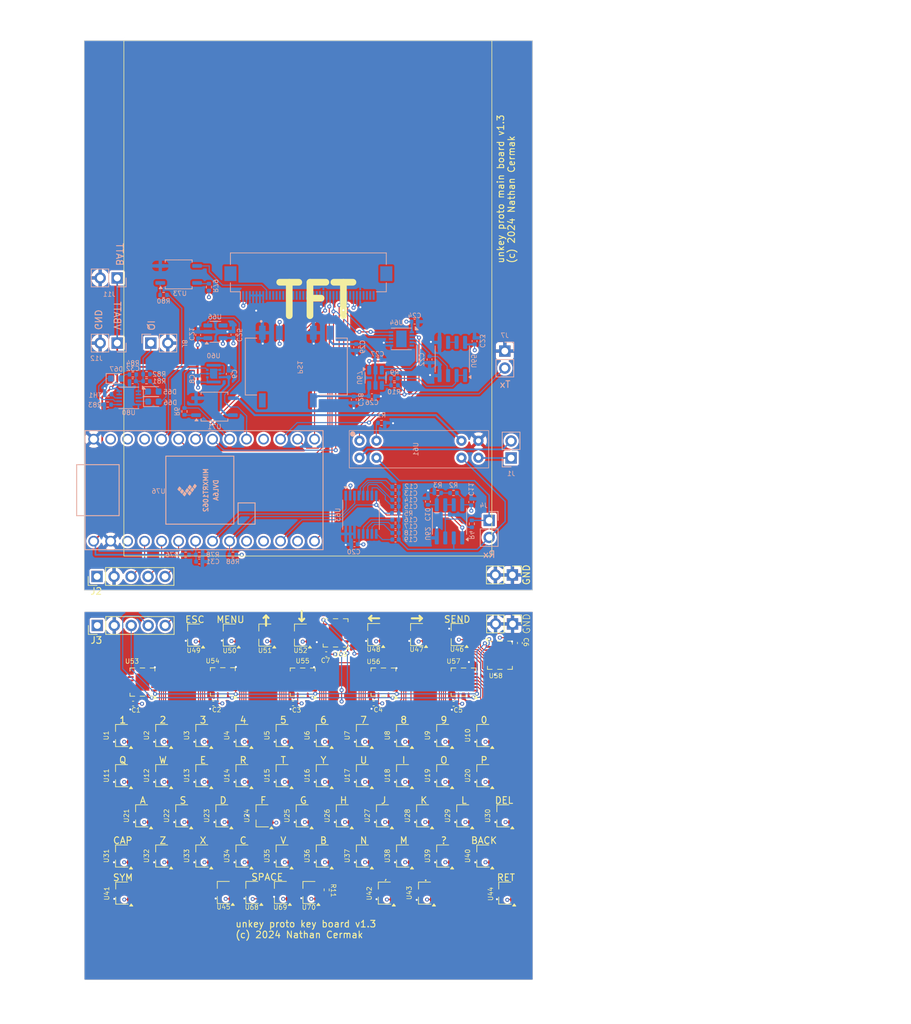
<source format=kicad_pcb>
(kicad_pcb (version 20221018) (generator pcbnew)
  (layers (0 "F.Cu" signal) (1 "In1.Cu" signal) (2 "In2.Cu" signal) (31 "B.Cu" signal) (34 "B.Paste" user) (35 "F.Paste" user) (36 "B.SilkS" user "B.Silkscreen") (37 "F.SilkS" user "F.Silkscreen") (38 "B.Mask" user) (39 "F.Mask" user) (44 "Edge.Cuts" user))
  (net 0 "")
  (net 1 "+3.3V")
  (net 2 "GND")
  (net 3 "+BATT")
  (net 4 "/MOSI")
  (net 5 "/TFT_LED")
  (net 6 "/SDA")
  (net 7 "/~{KB_LOAD}")
  (net 8 "/TFT_CS")
  (net 9 "/TFT_DC")
  (net 10 "/SCL")
  (net 11 "/XDCR_AMP")
  (net 12 "Net-(J1-Pin_1)")
  (net 13 "+3.3VA")
  (net 14 "+24V")
  (net 15 "-24V")
  (net 16 "/KB_CLOCK")
  (net 17 "/TX_POWER_EN")
  (net 18 "/DAC_CS")
  (net 19 "/XDCR_SW")
  (net 20 "/SCK")
  (net 21 "/MISO")
  (net 22 "+5V")
  (net 23 "/keyboard/k1")
  (net 24 "/keyboard/k12")
  (net 25 "/keyboard/k23")
  (net 26 "/keyboard/k34")
  (net 27 "/keyboard/k45")
  (net 28 "/keyboard/k5")
  (net 29 "/keyboard/k2")
  (net 30 "/keyboard/k13")
  (net 31 "/keyboard/k24")
  (net 32 "/keyboard/k35")
  (net 33 "/keyboard/k46")
  (net 34 "/keyboard/k3")
  (net 35 "/keyboard/k14")
  (net 36 "/keyboard/k25")
  (net 37 "/keyboard/k36")
  (net 38 "/keyboard/k47")
  (net 39 "/keyboard/k4")
  (net 40 "/keyboard/k15")
  (net 41 "/keyboard/k26")
  (net 42 "/keyboard/k37")
  (net 43 "/keyboard/k48")
  (net 44 "/keyboard/k16")
  (net 45 "/keyboard/k27")
  (net 46 "/keyboard/k38")
  (net 47 "/keyboard/k49")
  (net 48 "/keyboard/k21")
  (net 49 "/keyboard/k6")
  (net 50 "/keyboard/k17")
  (net 51 "/keyboard/k28")
  (net 52 "/keyboard/k39")
  (net 53 "/keyboard/k50")
  (net 54 "/keyboard/k7")
  (net 55 "/keyboard/k18")
  (net 56 "/keyboard/k29")
  (net 57 "/keyboard/k40")
  (net 58 "/keyboard/k51")
  (net 59 "/keyboard/k8")
  (net 60 "/keyboard/k19")
  (net 61 "/keyboard/k30")
  (net 62 "/keyboard/k41")
  (net 63 "/keyboard/k52")
  (net 64 "/keyboard/k9")
  (net 65 "/keyboard/k20")
  (net 66 "/keyboard/k31")
  (net 67 "/keyboard/k42")
  (net 68 "/keyboard/k10")
  (net 69 "/keyboard/k32")
  (net 70 "/keyboard/k43")
  (net 71 "/keyboard/k11")
  (net 72 "/keyboard/k22")
  (net 73 "/keyboard/k33")
  (net 74 "/keyboard/k44")
  (net 75 "/keyboard/k53")
  (net 76 "/transduction/XDCR_RX_N")
  (net 77 "/transduction/XDCR_RX_P")
  (net 78 "/transduction/XDCR_TX")
  (net 79 "/transduction/+1.65V")
  (net 80 "/keyboard/k54")
  (net 81 "/keyboard/k55")
  (net 95 "Net-(U80-THERM)")
  (net 96 "Net-(U80-PROG)")
  (net 97 "Net-(U76-20_A6_TX5_LRCLK1)")
  (net 98 "Net-(U65B--)")
  (net 99 "Net-(U65A--)")
  (net 100 "Net-(U64-Vref)")
  (net 101 "Net-(U64-Vout)")
  (net 102 "Net-(U63-S8)")
  (net 103 "Net-(U63-S7)")
  (net 104 "Net-(U63-S6)")
  (net 105 "Net-(U63-S5)")
  (net 106 "Net-(U63-S4)")
  (net 107 "Net-(U63-S3)")
  (net 108 "Net-(U63-S2)")
  (net 109 "Net-(U63-S1)")
  (net 110 "Net-(U62B-+)")
  (net 111 "Net-(U61-SW_NEG)")
  (net 112 "Net-(U60-VOUT)")
  (net 113 "Net-(U60-L2)")
  (net 114 "Net-(U58-QH)")
  (net 115 "Net-(U57-QH)")
  (net 116 "Net-(U56-QH)")
  (net 117 "Net-(U55-QH)")
  (net 118 "Net-(U54-QH)")
  (net 119 "Net-(U53-QH)")
  (net 120 "Net-(R80-Pad1)")
  (net 121 "Net-(R79-Pad2)")
  (net 122 "Net-(R10-Pad1)")
  (net 123 "Net-(J1-Pin_2)")
  (net 124 "Net-(D67-K)")
  (net 125 "Net-(D67-A)")
  (net 126 "Net-(D66-K)")
  (net 127 "Net-(D66-A)")
  (net 128 "Net-(D65-K)")
  (net 129 "Net-(D65-A)")
  (net 130 "/keyboard/k56")
  (net 131 "/TFT_RESET")
  (net 132 "/KB_DATA")
  (net 143 "Net-(R6-Pad2)")
  (net 144 "Net-(U61-SW_POS)")
  (net 161 "Net-(J6-Pin_8)")
  (footprint "Package_TO_SOT_SMD:SC-59" (layer "F.Cu") (at 72.2632 103.418 180)
    (fp_text reference "U46")
    (fp_text value "AH1912-W")
  )
  (footprint "Package_DFN_QFN:Texas_RGY_R-PVQFN-N16_EP2.05x2.55mm" (layer "F.Cu") (at 61.19048 110.5234 180)
    (fp_text reference "U56")
    (fp_text value "SN74LV165ARGYR")
  )
  (footprint "Package_DFN_QFN:Texas_RGY_R-PVQFN-N16_EP2.05x2.55mm" (layer "F.Cu") (at 54.0332 103.1604 180)
    (fp_text reference "U59")
    (fp_text value "SN74LV165ARGYR")
  )
  (footprint "Connector_PinHeader_2.54mm:PinHeader_1x05_P2.54mm_Vertical" (layer "F.Cu") (at 18.383094 94.734848 90)
    (fp_text reference "J2")
    (fp_text value "Conn_01x05_Pin")
  )
  (footprint "Package_TO_SOT_SMD:SC-59" (layer "F.Cu") (at 70.0924 118.4996 180)
    (fp_text reference "U9")
    (fp_text value "AH1912-W")
  )
  (footprint "Package_TO_SOT_SMD:SC-59" (layer "F.Cu") (at 58.0924 124.4996 180)
    (fp_text reference "U17")
    (fp_text value "AH1912-W")
  )
  (footprint "Package_TO_SOT_SMD:SC-59" (layer "F.Cu") (at 59.7904 103.418 180)
    (fp_text reference "U48")
    (fp_text value "AH1912-W")
  )
  (footprint "Package_TO_SOT_SMD:SC-59" (layer "F.Cu") (at 52.0924 124.4996 180)
    (fp_text reference "U16")
    (fp_text value "AH1912-W")
  )
  (footprint "Package_TO_SOT_SMD:SC-59" (layer "F.Cu") (at 66.1912 103.418 180)
    (fp_text reference "U47")
    (fp_text value "AH1912-W")
  )
  (footprint "Package_TO_SOT_SMD:SC-59" (layer "F.Cu") (at 34.0924 124.4996 180)
    (fp_text reference "U13")
    (fp_text value "AH1912-W")
  )
  (footprint "Package_TO_SOT_SMD:SC-59" (layer "F.Cu") (at 22.0924 136.4996 180)
    (fp_text reference "U31")
    (fp_text value "AH1912-W")
  )
  (footprint "Package_DFN_QFN:Texas_RGY_R-PVQFN-N16_EP2.05x2.55mm" (layer "F.Cu") (at 78.5942 106.498)
    (fp_text reference "U58")
    (fp_text value "SN74LV165ARGYR")
  )
  (footprint "Package_TO_SOT_SMD:SC-59" (layer "F.Cu") (at 34.0924 118.4996 180)
    (fp_text reference "U3")
    (fp_text value "AH1912-W")
  )
  (footprint "Package_TO_SOT_SMD:SC-59" (layer "F.Cu") (at 50.1034 141.9496 180)
    (fp_text reference "U70")
    (fp_text value "AH1921-W-7")
  )
  (footprint "Package_TO_SOT_SMD:SC-59" (layer "F.Cu") (at 31.0924 130.4996 180)
    (fp_text reference "U22")
    (fp_text value "AH1912-W")
  )
  (footprint "Package_TO_SOT_SMD:SC-59" (layer "F.Cu") (at 22.0924 124.4996 180)
    (fp_text reference "U11")
    (fp_text value "AH1912-W")
  )
  (footprint "Package_TO_SOT_SMD:SC-59" (layer "F.Cu") (at 79.3734 142.0386 180)
    (fp_text reference "U44")
    (fp_text value "AH1912-W")
  )
  (footprint "Connector_PinHeader_2.54mm:PinHeader_1x05_P2.54mm_Vertical" (layer "F.Cu") (at 18.409 102.0558 90)
    (fp_text reference "J3")
    (fp_text value "Conn_01x05_Pin")
  )
  (footprint "Capacitor_SMD:C_0402_1005Metric" (layer "F.Cu") (at 47.6734 113.6996 180)
    (fp_text reference "C3")
    (fp_text value "0.1u")
  )
  (footprint "Package_TO_SOT_SMD:SC-59" (layer "F.Cu") (at 28.0924 118.4996 180)
    (fp_text reference "U2")
    (fp_text value "AH1912-W")
  )
  (footprint "Package_TO_SOT_SMD:SC-59" (layer "F.Cu") (at 45.836734 141.9446 180)
    (fp_text reference "U69")
    (fp_text value "AH1921-W-7")
  )
  (footprint "Package_TO_SOT_SMD:SC-59" (layer "F.Cu") (at 67.3734 142.0386 180)
    (fp_text reference "U43")
    (fp_text value "AH1912-W")
  )
  (footprint "Package_TO_SOT_SMD:SC-59" (layer "F.Cu") (at 28.0924 136.4996 180)
    (fp_text reference "U32")
    (fp_text value "AH1912-W")
  )
  (footprint "Capacitor_SMD:C_0402_1005Metric" (layer "F.Cu") (at 81.5788 104.672 -90)
    (fp_text reference "C6")
    (fp_text value "0.1u")
  )
  (footprint "Package_DFN_QFN:Texas_RGY_R-PVQFN-N16_EP2.05x2.55mm" (layer "F.Cu") (at 73.16344 110.5244 180)
    (fp_text reference "U57")
    (fp_text value "SN74LV165ARGYR")
  )
  (footprint "Package_TO_SOT_SMD:SC-59" (layer "F.Cu") (at 41.570068 141.9446 180)
    (fp_text reference "U68")
    (fp_text value "AH1921-W-7")
  )
  (footprint "Package_DFN_QFN:Texas_RGY_R-PVQFN-N16_EP2.05x2.55mm" (layer "F.Cu") (at 49.11752 110.5234 180)
    (fp_text reference "U55")
    (fp_text value "SN74LV165ARGYR")
  )
  (footprint "Package_DFN_QFN:Texas_RGY_R-PVQFN-N16_EP2.05x2.55mm" (layer "F.Cu") (at 37.17456 110.4758 180)
    (fp_text reference "U54")
    (fp_text value "SN74LV165ARGYR")
  )
  (footprint "Package_TO_SOT_SMD:SC-59" (layer "F.Cu") (at 28.0924 124.4996 180)
    (fp_text reference "U12")
    (fp_text value "AH1912-W")
  )
  (footprint "Capacitor_SMD:C_0402_1005Metric" (layer "F.Cu") (at 23.7682 113.7296 180)
    (fp_text reference "C1")
    (fp_text value "0.1u")
  )
  (footprint "Package_TO_SOT_SMD:SC-59" (layer "F.Cu") (at 61.0924 130.4996 180)
    (fp_text reference "U27")
    (fp_text value "AH1912-W")
  )
  (footprint "Package_TO_SOT_SMD:SC-59" (layer "F.Cu") (at 70.0924 136.4996 180)
    (fp_text reference "U39")
    (fp_text value "AH1912-W")
  )
  (footprint "Connector_PinHeader_2.54mm:PinHeader_1x02_P2.54mm_Vertical" (layer "F.Cu") (at 80.4866 101.8272 -90)
    (fp_text reference "J14" hide)
    (fp_text value "Conn_01x02_Pin")
  )
  (footprint "Package_TO_SOT_SMD:SC-59" (layer "F.Cu") (at 70.0924 124.4996 180)
    (fp_text reference "U19")
    (fp_text value "AH1912-W")
  )
  (footprint "Package_TO_SOT_SMD:SC-59" (layer "F.Cu") (at 73.0924 130.4996 180)
    (fp_text reference "U29")
    (fp_text value "AH1912-W")
  )
  (footprint "Package_TO_SOT_SMD:SC-59" (layer "F.Cu") (at 61.3734 142.0386 180)
    (fp_text reference "U42")
    (fp_text value "AH1912-W")
  )
  (footprint "Capacitor_SMD:C_0402_1005Metric" (layer "F.Cu") (at 59.7234 113.6996 180)
    (fp_text reference "C4")
    (fp_text value "0.1u")
  )
  (footprint "Package_TO_SOT_SMD:SC-59" (layer "F.Cu") (at 22.1234 142.0386 180)
    (fp_text reference "U41")
    (fp_text value "AH1912-W")
  )
  (footprint "Package_TO_SOT_SMD:SC-59" (layer "F.Cu") (at 22.0924 118.4996 180)
    (fp_text reference "U1")
    (fp_text value "AH1912-W")
  )
  (footprint "Package_TO_SOT_SMD:SC-59" (layer "F.Cu") (at 76.0924 124.4996 180)
    (fp_text reference "U20")
    (fp_text value "AH1912-W")
  )
  (footprint "Package_TO_SOT_SMD:SC-59" (layer "F.Cu") (at 48.832 103.4934 180)
    (fp_text reference "U52")
    (fp_text value "AH1912-W")
  )
  (footprint "Package_TO_SOT_SMD:SC-59" (layer "F.Cu") (at 58.0924 118.4996 180)
    (fp_text reference "U7")
    (fp_text value "AH1912-W")
  )
  (footprint "Package_TO_SOT_SMD:SC-59" (layer "F.Cu") (at 46.0924 124.4996 180)
    (fp_text reference "U15")
    (fp_text value "AH1912-W")
  )
  (footprint "Package_TO_SOT_SMD:SC-59" (layer "F.Cu") (at 52.0924 136.4996 180)
    (fp_text reference "U36")
    (fp_text value "AH1912-W")
  )
  (footprint "Package_TO_SOT_SMD:SC-59" (layer "F.Cu") (at 37.0924 130.4996 180)
    (fp_text reference "U23")
    (fp_text value "AH1912-W")
  )
  (footprint "Connector_PinHeader_2.54mm:PinHeader_1x02_P2.54mm_Vertical" (layer "F.Cu") (at 80.454694 94.504848 -90)
    (fp_text reference "J13" hide)
    (fp_text value "Conn_01x02_Pin")
  )
  (footprint "Package_TO_SOT_SMD:SC-59" (layer "F.Cu") (at 43.5106 103.4934 180)
    (fp_text reference "U51")
    (fp_text value "AH1912-W")
  )
  (footprint "Package_TO_SOT_SMD:SC-59" (layer "F.Cu") (at 76.0924 136.4996 180)
    (fp_text reference "U40")
    (fp_text value "AH1912-W")
  )
  (footprint "Package_TO_SOT_SMD:SC-59" (layer "F.Cu") (at 58.0924 136.4996 180)
    (fp_text reference "U37")
    (fp_text value "AH1912-W")
  )
  (footprint "Package_TO_SOT_SMD:SC-59" (layer "F.Cu") (at 25.0924 130.4996 180)
    (fp_text reference "U21")
    (fp_text value "AH1912-W")
  )
  (footprint "Package_TO_SOT_SMD:SC-59" (layer "F.Cu") (at 64.0924 136.4996 180)
    (fp_text reference "U38")
    (fp_text value "AH1912-W")
  )
  (footprint "Package_TO_SOT_SMD:SC-59" (layer "F.Cu") (at 43.0924 130.4996 180)
    (fp_text reference "U24")
    (fp_text value "AH1912-W")
  )
  (footprint "Package_TO_SOT_SMD:SC-59" (layer "F.Cu") (at 37.3034 141.9446 180)
    (fp_text reference "U45")
    (fp_text value "AH1921-W-7")
  )
  (footprint "Package_TO_SOT_SMD:SC-59" (layer "F.Cu") (at 40.0924 118.4996 180)
    (fp_text reference "U4")
    (fp_text value "AH1912-W")
  )
  (footprint "Package_TO_SOT_SMD:SC-59" (layer "F.Cu") (at 52.0924 118.4996 180)
    (fp_text reference "U6")
    (fp_text value "AH1912-W")
  )
  (footprint "Package_TO_SOT_SMD:SC-59" (layer "F.Cu") (at 38.1892 103.4934 180)
    (fp_text reference "U50")
    (fp_text value "AH1912-W")
  )
  (footprint "Capacitor_SMD:C_0402_1005Metric" (layer "F.Cu") (at 52.6332 106.3474 180)
    (fp_text reference "C7")
    (fp_text value "0.1u")
  )
  (footprint "Package_TO_SOT_SMD:SC-59" (layer "F.Cu") (at 40.0924 136.4996 180)
    (fp_text reference "U34")
    (fp_text value "AH1912-W")
  )
  (footprint "Resistor_SMD:R_0402_1005Metric" (layer "F.Cu") (at 52.7034 141.5496 90)
    (fp_text reference "R11")
    (fp_text value "10k")
  )
  (footprint "Capacitor_SMD:C_0402_1005Metric" (layer "F.Cu") (at 35.7534 113.6996 180)
    (fp_text reference "C2")
    (fp_text value "0.1u")
  )
  (footprint "Package_TO_SOT_SMD:SC-59" (layer "F.Cu") (at 46.0924 136.4996 180)
    (fp_text reference "U35")
    (fp_text value "AH1912-W")
  )
  (footprint "Package_TO_SOT_SMD:SC-59" (layer "F.Cu") (at 34.0924 136.4996 180)
    (fp_text reference "U33")
    (fp_text value "AH1912-W")
  )
  (footprint "Package_TO_SOT_SMD:SC-59" (layer "F.Cu") (at 76.0924 118.4996 180)
    (fp_text reference "U10")
    (fp_text value "AH1912-W")
  )
  (footprint "Package_TO_SOT_SMD:SC-59" (layer "F.Cu") (at 32.8678 103.4934 180)
    (fp_text reference "U49")
    (fp_text value "AH1912-W")
  )
  (footprint "Package_TO_SOT_SMD:SC-59" (layer "F.Cu") (at 64.0924 118.4996 180)
    (fp_text reference "U8")
    (fp_text value "AH1912-W")
  )
  (footprint "Package_TO_SOT_SMD:SC-59" (layer "F.Cu") (at 49.0924 130.4996 180)
    (fp_text reference "U25")
    (fp_text value "AH1912-W")
  )
  (footprint "Package_TO_SOT_SMD:SC-59" (layer "F.Cu") (at 67.0924 130.4996 180)
    (fp_text reference "U28")
    (fp_text value "AH1912-W")
  )
  (footprint "Package_TO_SOT_SMD:SC-59" (layer "F.Cu") (at 55.0924 130.4996 180)
    (fp_text reference "U26")
    (fp_text value "AH1912-W")
  )
  (footprint "Capacitor_SMD:C_0402_1005Metric" (layer "F.Cu") (at 71.6734 113.7496 180)
    (fp_text reference "C5")
    (fp_text value "0.1u")
  )
  (footprint "Package_DFN_QFN:Texas_RGY_R-PVQFN-N16_EP2.05x2.55mm" (layer "F.Cu") (at 25.1664 110.5156 180)
    (fp_text reference "U53")
    (fp_text value "SN74LV165ARGYR")
  )
  (footprint "Package_TO_SOT_SMD:SC-59" (layer "F.Cu") (at 79.0924 130.4996 180)
    (fp_text reference "U30")
    (fp_text value "AH1912-W")
  )
  (footprint "Package_TO_SOT_SMD:SC-59" (layer "F.Cu") (at 40.0924 124.4996 180)
    (fp_text reference "U14")
    (fp_text value "AH1912-W")
  )
  (footprint "Package_TO_SOT_SMD:SC-59" (layer "F.Cu") (at 64.0924 124.4996 180)
    (fp_text reference "U18")
    (fp_text value "AH1912-W")
  )
  (footprint "Package_TO_SOT_SMD:SC-59" (layer "F.Cu") (at 46.0924 118.4996 180)
    (fp_text reference "U5")
    (fp_text value "AH1912-W")
  )
  (footprint "Connector_FFC-FPC:Hirose_FH12-40S-0.5SH_1x40-1MP_P0.50mm_Horizontal" (layer "B.Cu") (at 49.963494 50.896352)
    (fp_text reference "J6" hide)
    (fp_text value "Conn_01x40_Pin")
  )
  (footprint "Resistor_SMD:R_0402_1005Metric" (layer "B.Cu") (at 25.7706 64.5082)
    (fp_text reference "R82")
    (fp_text value "1k")
  )
  (footprint "Capacitor_SMD:C_0402_1005Metric" (layer "B.Cu") (at 74.3042 83.6168 90)
    (fp_text reference "C11")
    (fp_text value "0.1u")
  )
  (footprint "Capacitor_SMD:C_0402_1005Metric" (layer "B.Cu") (at 23.7056 65.5582 180)
    (fp_text reference "C32")
    (fp_text value "2.2u")
  )
  (footprint "LED_SMD:LED_0603_1608Metric" (layer "B.Cu") (at 21.2206 65.1582)
    (fp_text reference "D67")
    (fp_text value "LED")
  )
  (footprint "Capacitor_SMD:C_0402_1005Metric" (layer "B.Cu") (at 62.987062 86.2654 180)
    (fp_text reference "C16")
    (fp_text value "330p")
  )
  (footprint "Capacitor_SMD:C_0402_1005Metric" (layer "B.Cu") (at 62.987062 81.32509 180)
    (fp_text reference "C12")
    (fp_text value "33n")
  )
  (footprint "Resistor_SMD:R_0402_1005Metric" (layer "B.Cu") (at 28.321 52.6796)
    (fp_text reference "R80")
    (fp_text value "500")
  )
  (footprint "Resistor_SMD:R_0402_1005Metric" (layer "B.Cu") (at 31.621 91.4908)
    (fp_text reference "R76")
    (fp_text value "100k")
  )
  (footprint "unkey-footprints:CONV_PDSE1-S3-D24-M" (layer "B.Cu") (at 48.1626 63.3686 -90)
    (fp_text reference "PS1")
    (fp_text value "PDSE1-S3-D24-M")
  )
  (footprint "Capacitor_SMD:C_0402_1005Metric" (layer "B.Cu") (at 38.0634 64.4754 -90)
    (fp_text reference "C9")
    (fp_text value "2.2u")
  )
  (footprint "Capacitor_SMD:C_0402_1005Metric" (layer "B.Cu") (at 62.987062 89.21759 180)
    (fp_text reference "C19")
    (fp_text value "10p")
  )
  (footprint "Package_DFN_QFN:DFN-10-1EP_3x3mm_P0.5mm_EP1.58x2.35mm" (layer "B.Cu") (at 23.122 68.0522 180)
    (fp_text reference "U80")
    (fp_text value "MCP73833")
  )
  (footprint "Resistor_SMD:R_0402_1005Metric" (layer "B.Cu") (at 20.0306 67.5082 180)
    (fp_text reference "TH1")
    (fp_text value "10k")
  )
  (footprint "Capacitor_SMD:C_0402_1005Metric" (layer "B.Cu") (at 59.4576 67.7923)
    (fp_text reference "C26")
    (fp_text value "0.1u")
  )
  (footprint "Resistor_SMD:R_0402_1005Metric" (layer "B.Cu") (at 25.7706 65.5582)
    (fp_text reference "R81")
    (fp_text value "1k")
  )
  (footprint "Resistor_SMD:R_0402_1005Metric" (layer "B.Cu") (at 62.8076 65.134)
    (fp_text reference "R9")
    (fp_text value "1k")
  )
  (footprint "Package_TO_SOT_SMD:SOT-23-6" (layer "B.Cu") (at 60.0028 65.0529 -90)
    (fp_text reference "U67")
    (fp_text value "ADA4098")
  )
  (footprint "Connector_PinHeader_2.54mm:PinHeader_1x02_P2.54mm_Vertical" (layer "B.Cu") (at 21.391 50.130152 90)
    (fp_text reference "J11")
    (fp_text value "Conn_01x02_Pin")
  )
  (footprint "Capacitor_SMD:C_0402_1005Metric" (layer "B.Cu") (at 74.8076 59.5673 90)
    (fp_text reference "C23")
    (fp_text value "0.1u")
  )
  (footprint "Resistor_SMD:R_0402_1005Metric" (layer "B.Cu") (at 69.3042 82.2568 180)
    (fp_text reference "R3")
    (fp_text value "1k")
  )
  (footprint "Capacitor_SMD:C_0402_1005Metric" (layer "B.Cu") (at 56.850662 89.9154 180)
    (fp_text reference "C20")
    (fp_text value "0.1u")
  )
  (footprint "Connector_PinHeader_2.54mm:PinHeader_1x02_P2.54mm_Vertical" (layer "B.Cu") (at 80.2682 77.0338)
    (fp_text reference "J1")
    (fp_text value "Conn_01x02_Pin")
  )
  (footprint "Resistor_SMD:R_0402_1005Metric" (layer "B.Cu") (at 62.8342 66.1672)
    (fp_text reference "R10")
    (fp_text value "18k")
  )
  (footprint "Package_SO:SOP-4_3.8x4.1mm_P2.54mm" (layer "B.Cu") (at 35.9266 69.363)
    (fp_text reference "U71")
    (fp_text value "CPC1002N")
  )
  (footprint "Capacitor_SMD:C_0402_1005Metric" (layer "B.Cu") (at 33.5134 65.2154 -90)
    (fp_text reference "C8")
    (fp_text value "2.2u")
  )
  (footprint "Resistor_SMD:R_0402_1005Metric" (layer "B.Cu") (at 71.6542 82.2668 180)
    (fp_text reference "R2")
    (fp_text value "1k")
  )
  (footprint "Connector_PinHeader_2.54mm:PinHeader_1x02_P2.54mm_Vertical" (layer "B.Cu") (at 76.9874 86.36 180)
    (fp_text reference "J4")
    (fp_text value "Conn_01x02_Pin")
  )
  (footprint "Capacitor_SMD:C_0402_1005Metric" (layer "B.Cu") (at 60.3876 62.3873)
    (fp_text reference "C27")
    (fp_text value "0.1u")
  )
  (footprint "Resistor_SMD:R_0402_1005Metric" (layer "B.Cu") (at 33.653 91.4908)
    (fp_text reference "R78")
    (fp_text value "100k")
  )
  (footprint "Connector_PinHeader_2.54mm:PinHeader_1x02_P2.54mm_Vertical" (layer "B.Cu") (at 21.391 59.8634 90)
    (fp_text reference "J12")
    (fp_text value "Conn_01x02_Pin")
  )
  (footprint "Capacitor_SMD:C_0402_1005Metric" (layer "B.Cu") (at 38.7646 58.6162 -90)
    (fp_text reference "C25")
    (fp_text value "2.2u")
  )
  (footprint "Resistor_SMD:R_0402_1005Metric" (layer "B.Cu") (at 38.6842 91.4908 180)
    (fp_text reference "R68")
    (fp_text value "10k")
  )
  (footprint "Resistor_SMD:R_0402_1005Metric" (layer "B.Cu") (at 62.967062 85.271338 180)
    (fp_text reference "R5")
    (fp_text value "100M")
  )
  (footprint "Package_SO:SOIC-8_3.9x4.9mm_P1.27mm" (layer "B.Cu") (at 71.0612 86.4964 90)
    (fp_text reference "U62")
    (fp_text value "TLV9062xD")
  )
  (footprint "unkey-footprints:Teensy40" (layer "B.Cu") (at 34.3782 81.8388)
    (fp_text reference "U76")
    (fp_text value "Teensy4.0")
  )
  (footprint "Capacitor_SMD:C_0402_1005Metric" (layer "B.Cu") (at 62.987062 83.293214 180)
    (fp_text reference "C14")
    (fp_text value "3.3n")
  )
  (footprint "LED_SMD:LED_0603_1608Metric" (layer "B.Cu") (at 26.8056 68.6082)
    (fp_text reference "D66")
    (fp_text value "LED")
  )
  (footprint "unkey-footprints:2342-05-000" (layer "B.Cu") (at 66.4956 75.7244 -90)
    (fp_text reference "U61")
    (fp_text value "2342-05-000")
  )
  (footprint "Resistor_SMD:R_0402_1005Metric" (layer "B.Cu") (at 23.7306 64.5582 180)
    (fp_text reference "R84")
    (fp_text value "1k")
  )
  (footprint "unkey-footprints:MYRBP500080B21RE" (layer "B.Cu") (at 35.798 64.4302 90)
    (fp_text reference "U60")
    (fp_text value "MYRBP500080B21RE")
  )
  (footprint "Capacitor_SMD:C_0402_1005Metric" (layer "B.Cu") (at 68.08 62.3097 -90)
    (fp_text reference "C22")
    (fp_text value "0.1u")
  )
  (footprint "Connector_PinHeader_2.54mm:PinHeader_1x02_P2.54mm_Vertical" (layer "B.Cu") (at 26.4202 59.8634 -90)
    (fp_text reference "J8")
    (fp_text value "Conn_01x02_Pin")
  )
  (footprint "Capacitor_SMD:C_0402_1005Metric" (layer "B.Cu") (at 62.987062 88.233524 180)
    (fp_text reference "C18")
    (fp_text value "33p")
  )
  (footprint "Resistor_SMD:R_0402_1005Metric" (layer "B.Cu") (at 31.4494 70.0762 -90)
    (fp_text reference "R6")
    (fp_text value "500")
  )
  (footprint "Resistor_SMD:R_0402_1005Metric" (layer "B.Cu") (at 35.1012 51.4964 90)
    (fp_text reference "R79")
    (fp_text value "100")
  )
  (footprint "Package_SO:SOIC-8_3.9x4.9mm_P1.27mm" (layer "B.Cu") (at 71.4826 62.2405 90)
    (fp_text reference "U65")
    (fp_text value "TLV9062xD")
  )
  (footprint "Resistor_SMD:R_0402_1005Metric" (layer "B.Cu") (at 74.3966 86.868 -90)
    (fp_text reference "R4")
    (fp_text value "0")
  )
  (footprint "Capacitor_SMD:C_0402_1005Metric" (layer "B.Cu") (at 62.987062 82.309152 180)
    (fp_text reference "C13")
    (fp_text value "10n")
  )
  (footprint "Capacitor_SMD:C_0402_1005Metric" (layer "B.Cu") (at 33.4946 58.6562 90)
    (fp_text reference "C21")
    (fp_text value "2.2u")
  )
  (footprint "Package_TO_SOT_SMD:SOT-23-5" (layer "B.Cu") (at 36.0758 58.1776)
    (fp_text reference "U66")
    (fp_text value "XC6210B332MR")
  )
  (footprint "Capacitor_SMD:C_0402_1005Metric" (layer "B.Cu") (at 62.987062 87.249462 180)
    (fp_text reference "C17")
    (fp_text value "100p")
  )
  (footprint "Package_SO:SOP-4_3.8x4.1mm_P2.54mm" (layer "B.Cu") (at 30.5824 49.6038)
    (fp_text reference "U73")
    (fp_text value "CPC1002N")
  )
  (footprint "Capacitor_SMD:C_0402_1005Metric" (layer "B.Cu") (at 62.987062 84.277276 180)
    (fp_text reference "C15")
    (fp_text value "1n")
  )
  (footprint "Capacitor_SMD:C_0402_1005Metric" (layer "B.Cu") (at 57.1126 60.4923 -90)
    (fp_text reference "C29")
    (fp_text value "2.2u")
  )
  (footprint "Capacitor_SMD:C_0402_1005Metric" (layer "B.Cu") (at 65.8476 56.6673)
    (fp_text reference "C24")
    (fp_text value "0.1u")
  )
  (footprint "Resistor_SMD:R_0402_1005Metric" (layer "B.Cu") (at 60.8816 71.7868 180)
    (fp_text reference "R1")
    (fp_text value "100")
  )
  (footprint "Resistor_SMD:R_0402_1005Metric" (layer "B.Cu") (at 19.9706 69.0582 180)
    (fp_text reference "R83")
    (fp_text value "2k")
  )
  (footprint "Package_DFN_QFN:DFN-10-1EP_3x3mm_P0.5mm_EP1.55x2.48mm" (layer "B.Cu") (at 63.8691 59.2395 180)
    (fp_text reference "U64")
    (fp_text value "MCP48CVD21")
  )
  (footprint "Capacitor_SMD:C_0402_1005Metric" (layer "B.Cu") (at 67.8354 83.5388 90)
    (fp_text reference "C10")
    (fp_text value "0.1u")
  )
  (footprint "Package_SO:TSSOP-16_4.4x5mm_P0.65mm" (layer "B.Cu") (at 57.831862 85.5133 -90)
    (fp_text reference "U63")
    (fp_text value "ADG728")
  )
  (footprint "Connector_PinHeader_2.54mm:PinHeader_1x02_P2.54mm_Vertical" (layer "B.Cu") (at 79.3276 61.0573 180)
    (fp_text reference "J7")
    (fp_text value "Conn_01x02_Pin")
  )
  (footprint "LED_SMD:LED_0603_1608Metric" (layer "B.Cu") (at 26.7931 67.1082)
    (fp_text reference "D65")
    (fp_text value "LED")
  )
  (footprint "Capacitor_SMD:C_0402_1005Metric" (layer "B.Cu") (at 33.653 92.5068)
    (fp_text reference "C31")
    (fp_text value "0.1u")
  )
  (footprint "Capacitor_SMD:C_0402_1005Metric" (layer "B.Cu") (at 56.7522 68.3153 90)
    (fp_text reference "C28")
    (fp_text value "2.2u")
  )
  (gr_rect (start 22.387294 14.680448) (end 77.387294 91.680448) (stroke (width 0.1)) (fill none) (layer "F.SilkS"))
  (gr_rect (start 16.498 100.0172) (end 83.498 154.9724) (stroke (width 0.05)) (fill none) (layer "Edge.Cuts"))
  (gr_rect (start 16.468694 14.672848) (end 83.468694 96.784848) (stroke (width 0.1)) (fill none) (layer "Edge.Cuts"))
  (gr_text "unkey proto main board v1.3\n(c) 2024 Nathan Cermak" (at 80.899 48.0314 90) (layer "F.SilkS") (effects (font (size 1 1)) (justify left bottom)))
  (gr_text "unkey proto key board v1.3\n(c) 2024 Nathan Cermak" (at 38.989 148.844) (layer "F.SilkS") (effects (font (size 1 1)) (justify left bottom)))
  (gr_text "TFT" (at 44.545094 56.438048) (layer "F.SilkS") (effects (font (size 5 5) (thickness 1) bold) (justify left bottom)))
  (segment (start 47.2924 137.4496) (end 46.4522 137.4496) (width 0.152) (layer "F.Cu") (net 1))
  (segment (start 41.6758 142.8946) (end 42.770068 142.8946) (width 0.152) (layer "F.Cu") (net 1))
  (segment (start 72.1534 113.7496) (end 72.9534 113.7496) (width 0.152) (layer "F.Cu") (net 1))
  (segment (start 32.2924 131.4496) (end 31.4522 131.4496) (width 0.152) (layer "F.Cu") (net 1))
  (segment (start 79.3442 103.9856) (end 79.2342 103.8756) (width 0.152) (layer "F.Cu") (net 1))
  (segment (start 34.4522 137.4496) (end 34.4386 137.436) (width 0.152) (layer "F.Cu") (net 1))
  (segment (start 73.4632 104.1742) (end 72.4632 104.1742) (width 0.152) (layer "F.Cu") (net 1))
  (segment (start 47.2924 119.4496) (end 46.4522 119.4496) (width 0.152) (layer "F.Cu") (net 1))
  (segment (start 26.2924 131.4496) (end 25.4522 131.4496) (width 0.152) (layer "F.Cu") (net 1))
  (segment (start 50.2924 131.4496) (end 49.4522 131.4496) (width 0.152) (layer "F.Cu") (net 1))
  (segment (start 34.0678 104.4434) (end 33.141 104.4434) (width 0.152) (layer "F.Cu") (net 1))
  (segment (start 52.4522 137.4496) (end 52.4386 137.436) (width 0.152) (layer "F.Cu") (net 1))
  (segment (start 80.2924 131.4496) (end 79.4522 131.4496) (width 0.152) (layer "F.Cu") (net 1))
  (segment (start 67.7144 142.9886) (end 67.7034 142.9996) (width 0.152) (layer "F.Cu") (net 1))
  (segment (start 52.4522 119.4496) (end 52.4386 119.436) (width 0.152) (layer "F.Cu") (net 1))
  (segment (start 77.2924 137.4496) (end 76.4522 137.4496) (width 0.152) (layer "F.Cu") (net 1))
  (segment (start 38.2924 131.4496) (end 37.4522 131.4496) (width 0.152) (layer "F.Cu") (net 1))
  (segment (start 51.3034 142.8996) (end 50.4034 142.8996) (width 0.152) (layer "F.Cu") (net 1))
  (segment (start 29.2924 125.4496) (end 28.4522 125.4496) (width 0.152) (layer "F.Cu") (net 1))
  (segment (start 47.036734 142.8946) (end 46.2084 142.8946) (width 0.152) (layer "F.Cu") (net 1))
  (segment (start 60.1404 104.368) (end 60.0904 104.418) (width 0.152) (layer "F.Cu") (net 1))
  (segment (start 71.2924 119.4496) (end 70.4522 119.4496) (width 0.152) (layer "F.Cu") (net 1))
  (segment (start 37.4522 131.4496) (end 37.4386 131.436) (width 0.152) (layer "F.Cu") (net 1))
  (segment (start 73.4522 131.4496) (end 73.4386 131.436) (width 0.152) (layer "F.Cu") (net 1))
  (segment (start 70.4522 137.4496) (end 70.4386 137.436) (width 0.152) (layer "F.Cu") (net 1))
  (segment (start 35.2924 137.4496) (end 34.4522 137.4496) (width 0.152) (layer "F.Cu") (net 1))
  (segment (start 80.5734 142.9886) (end 79.7644 142.9886) (width 0.152) (layer "F.Cu") (net 1))
  (segment (start 59.2924 125.4496) (end 58.4522 125.4496) (width 0.152) (layer "F.Cu") (net 1))
  (segment (start 53.968 106.3474) (end 53.969 106.3484) (width 0.152) (layer "F.Cu") (net 1))
  (segment (start 76.4522 125.4496) (end 76.4386 125.436) (width 0.152) (layer "F.Cu") (net 1))
  (segment (start 74.2924 131.4496) (end 73.4522 131.4496) (width 0.152) (layer "F.Cu") (net 1))
  (segment (start 22.4522 125.4496) (end 22.4386 125.436) (width 0.152) (layer "F.Cu") (net 1))
  (segment (start 71.2924 137.4496) (end 70.4522 137.4496) (width 0.152) (layer "F.Cu") (net 1))
  (segment (start 49.4522 131.4496) (end 49.4386 131.436) (width 0.152) (layer "F.Cu") (net 1))
  (segment (start 68.5734 142.9886) (end 67.7144 142.9886) (width 0.152) (layer "F.Cu") (net 1))
  (segment (start 46.4522 137.4496) (end 46.4386 137.436) (width 0.152) (layer "F.Cu") (net 1))
  (segment (start 55.4522 131.4496) (end 55.4386 131.436) (width 0.152) (layer "F.Cu") (net 1))
  (segment (start 65.2924 119.4496) (end 64.4522 119.4496) (width 0.152) (layer "F.Cu") (net 1))
  (segment (start 22.4522 137.4496) (end 22.4386 137.436) (width 0.152) (layer "F.Cu") (net 1))
  (segment (start 40.4522 137.4496) (end 40.4386 137.436) (width 0.152) (layer "F.Cu") (net 1))
  (segment (start 43.8344 104.4434) (end 43.809 104.418) (width 0.152) (layer "F.Cu") (net 1))
  (segment (start 79.7644 142.9886) (end 79.7034 143.0496) (width 0.152) (layer "F.Cu") (net 1))
  (segment (start 34.4522 119.4496) (end 34.4386 119.436) (width 0.152) (layer "F.Cu") (net 1))
  (segment (start 35.2924 119.4496) (end 34.4522 119.4496) (width 0.152) (layer "F.Cu") (net 1))
  (segment (start 79.5124 103.8174) (end 81.2042 103.8174) (width 0.152) (layer "F.Cu") (net 1))
  (segment (start 47.2924 125.4496) (end 46.4522 125.4496) (width 0.152) (layer "F.Cu") (net 1))
  (segment (start 51.3034 142.8996) (end 52.1434 142.0596) (width 0.152) (layer "F.Cu") (net 1))
  (segment (start 79.3442 104.453) (end 79.3442 103.9856) (width 0.152) (layer "F.Cu") (net 1))
  (segment (start 28.4522 125.4496) (end 28.4386 125.436) (width 0.152) (layer "F.Cu") (net 1))
  (segment (start 29.2924 119.4496) (end 28.4522 119.4496) (width 0.152) (layer "F.Cu") (net 1))
  (segment (start 40.4522 125.4496) (end 40.4386 125.436) (width 0.152) (layer "F.Cu") (net 1))
  (segment (start 46.4522 119.4496) (end 46.4386 119.436) (width 0.152) (layer "F.Cu") (net 1))
  (segment (start 67.3912 104.3622) (end 66.5412 104.3622) (width 0.152) (layer "F.Cu") (net 1))
  (segment (start 46.4522 125.4496) (end 46.4386 125.436) (width 0.152) (layer "F.Cu") (net 1))
  (segment (start 77.2924 119.4496) (end 76.4522 119.4496) (width 0.152) (layer "F.Cu") (net 1))
  (segment (start 23.2924 137.4496) (end 22.4522 137.4496) (width 0.152) (layer "F.Cu") (net 1))
  (segment (start 46.2084 142.8946) (end 46.2034 142.8996) (width 0.152) (layer "F.Cu") (net 1))
  (segment (start 53.1132 106.3474) (end 53.968 106.3474) (width 0.152) (layer "F.Cu") (net 1))
  (segment (start 65.2924 125.4496) (end 64.4522 125.4496) (width 0.152) (layer "F.Cu") (net 1))
  (segment (start 24.4164 112.5606) (end 24.4164 113.5614) (width 0.152) (layer "F.Cu") (net 1))
  (segment (start 53.2924 137.4496) (end 52.4522 137.4496) (width 0.152) (layer "F.Cu") (net 1))
  (segment (start 38.5258 104.4434) (end 38.475 104.3926) (width 0.152) (layer "F.Cu") (net 1))
  (segment (start 41.2924 119.4496) (end 40.4522 119.4496) (width 0.152) (layer "F.Cu") (net 1))
  (segment (start 28.4522 119.4496) (end 28.4386 119.436) (width 0.152) (layer "F.Cu") (net 1))
  (segment (start 41.2924 137.4496) (end 40.4522 137.4496) (width 0.152) (layer "F.Cu") (net 1))
  (segment (start 65.2924 137.4496) (end 64.4522 137.4496) (width 0.152) (layer "F.Cu") (net 1))
  (segment (start 67.4522 131.4496) (end 67.4386 131.436) (width 0.152) (layer "F.Cu") (net 1))
  (segment (start 48.1534 113.6996) (end 48.9534 113.6996) (width 0.152) (layer "F.Cu") (net 1))
  (segment (start 60.44048 112.5684) (end 60.44048 113.46252) (width 0.152) (layer "F.Cu") (net 1))
  (segment (start 25.4522 131.4496) (end 25.4386 131.436) (width 0.152) (layer "F.Cu") (net 1))
  (segment (start 49.143 104.4434) (end 49.1176 104.4688) (width 0.152) (layer "F.Cu") (net 1))
  (segment (start 70.4522 125.4496) (end 70.4386 125.436) (width 0.152) (layer "F.Cu") (net 1))
  (segment (start 76.4522 119.4496) (end 76.4386 119.436) (width 0.152) (layer "F.Cu") (net 1))
  (segment (start 22.4644 142.9886) (end 22.4534 142.9996) (width 0.152) (layer "F.Cu") (net 1))
  (segment (start 58.4522 119.4496) (end 58.4386 119.436) (width 0.152) (layer "F.Cu") (net 1))
  (segment (start 41.646 142.9244) (end 41.6758 142.8946) (width 0.152) (layer "F.Cu") (net 1))
  (segment (start 60.9904 104.368) (end 60.1404 104.368) (width 0.152) (layer "F.Cu") (net 1))
  (segment (start 52.4522 125.4496) (end 52.4386 125.436) (width 0.152) (layer "F.Cu") (net 1))
  (segment (start 45.1766 131.5198) (end 44.3626 131.5198) (width 0.152) (layer "F.Cu") (net 1))
  (segment (start 37.6084 142.8946) (end 37.6034 142.8996) (width 0.152) (layer "F.Cu") (net 1))
  (segment (start 64.4522 125.4496) (end 64.4386 125.436) (width 0.152) (layer "F.Cu") (net 1))
  (segment (start 23.2924 125.4496) (end 22.4522 125.4496) (width 0.152) (layer "F.Cu") (net 1))
  (segment (start 24.2482 113.7296) (end 25.0834 113.7296) (width 0.152) (layer "F.Cu") (net 1))
  (segment (start 62.5734 142.9886) (end 61.7144 142.9886) (width 0.152) (layer "F.Cu") (net 1))
  (segment (start 53.2924 119.4496) (end 52.4522 119.4496) (width 0.152) (layer "F.Cu") (net 1))
  (segment (start 60.2034 113.6996) (end 61.0034 113.6996) (width 0.152) (layer "F.Cu") (net 1))
  (segment (start 50.032 104.4434) (end 49.143 104.4434) (width 0.152) (layer "F.Cu") (net 1))
  (segment (start 77.2924 125.4496) (end 76.4522 125.4496) (width 0.152) (layer "F.Cu") (net 1))
  (segment (start 58.4522 125.4496) (end 58.4386 125.436) (width 0.152) (layer "F.Cu") (net 1))
  (segment (start 39.3892 104.4434) (end 38.5258 104.4434) (width 0.152) (layer "F.Cu") (net 1))
  (segment (start 25.0834 113.7296) (end 25.1034 113.7496) (width 0.152) (layer "F.Cu") (net 1))
  (segment (start 28.4522 137.4496) (end 28.4386 137.436) (width 0.152) (layer "F.Cu") (net 1))
  (segment (start 58.4522 137.4496) (end 58.4386 137.436) (width 0.152) (layer "F.Cu") (net 1))
  (segment (start 79.3442 103.9856) (end 79.5124 103.8174) (width 0.152) (layer "F.Cu") (net 1))
  (segment (start 64.4522 119.4496) (end 64.4386 119.436) (width 0.152) (layer "F.Cu") (net 1))
  (segment (start 40.4522 119.4496) (end 40.4386 119.436) (width 0.152) (layer "F.Cu") (net 1))
  (segment (start 52.1434 142.0596) (end 52.7034 142.0596) (width 0.152) (layer "F.Cu") (net 1))
  (segment (start 36.42456 112.5208) (end 36.42456 113.50844) (width 0.152) (layer "F.Cu") (net 1))
  (segment (start 62.2924 131.4496) (end 61.4522 131.4496) (width 0.152) (layer "F.Cu") (net 1))
  (segment (start 36.2334 113.6996) (end 37.1034 113.6996) (width 0.152) (layer "F.Cu") (net 1))
  (segment (start 81.2042 103.8174) (end 81.5788 104.192) (width 0.152) (layer "F.Cu") (net 1))
  (segment (start 68.2924 131.4496) (end 67.4522 131.4496) (width 0.152) (layer "F.Cu") (net 1))
  (segment (start 29.2924 137.4496) (end 28.4522 137.4496) (width 0.152) (layer "F.Cu") (net 1))
  (segment (start 59.2924 137.4496) (end 58.4522 137.4496) (width 0.152) (layer "F.Cu") (net 1))
  (segment (start 79.4522 131.4496) (end 79.4386 131.436) (width 0.152) (layer "F.Cu") (net 1))
  (segment (start 59.2924 119.4496) (end 58.4522 119.4496) (width 0.152) (layer "F.Cu") (net 1))
  (segment (start 72.41344 113.48956) (end 72.1534 113.7496) (width 0.152) (layer "F.Cu") (net 1))
  (segment (start 34.4522 125.4496) (end 34.4386 125.436) (width 0.152) (layer "F.Cu") (net 1))
  (segment (start 22.4522 119.4496) (end 22.4386 119.436) (width 0.152) (layer "F.Cu") (net 1))
  (segment (start 44.7106 104.4434) (end 43.8344 104.4434) (width 0.152) (layer "F.Cu") (net 1))
  (segment (start 71.2924 125.4496) (end 70.4522 125.4496) (width 0.152) (layer "F.Cu") (net 1))
  (segment (start 35.2924 125.4496) (end 34.4522 125.4496) (width 0.152) (layer "F.Cu") (net 1))
  (segment (start 48.36752 112.5684) (end 48.36752 113.48548) (width 0.152) (layer "F.Cu") (net 1))
  (segment (start 79.2342 103.8756) (end 78.5816 103.8756) (width 0.152) (layer "F.Cu") (net 1))
  (segment (start 66.5412 104.3622) (end 66.4412 104.4622) (width 0.152) (layer "F.Cu") (net 1))
  (segment (start 23.3234 142.9886) (end 22.4644 142.9886) (width 0.152) (layer "F.Cu") (net 1))
  (segment (start 23.2924 119.4496) (end 22.4522 119.4496) (width 0.152) (layer "F.Cu") (net 1))
  (segment (start 61.7144 142.9886) (end 61.7034 142.9996) (width 0.152) (layer "F.Cu") (net 1))
  (segment (start 64.4522 137.4496) (end 64.4386 137.436) (width 0.152) (layer "F.Cu") (net 1))
  (segment (start 31.4522 131.4496) (end 31.4386 131.436) (width 0.152) (layer "F.Cu") (net 1))
  (segment (start 41.2924 125.4496) (end 40.4522 125.4496) (width 0.152) (layer "F.Cu") (net 1))
  (segment (start 38.5034 142.8946) (end 37.6084 142.8946) (width 0.152) (layer "F.Cu") (net 1))
  (segment (start 53.2924 125.4496) (end 52.4522 125.4496) (width 0.152) (layer "F.Cu") (net 1))
  (segment (start 70.4522 119.4496) (end 70.4386 119.436) (width 0.152) (layer "F.Cu") (net 1))
  (segment (start 53.2832 105.2054) (end 53.2832 106.1774) (width 0.152) (layer "F.Cu") (net 1))
  (segment (start 48.36752 113.48548) (end 48.1534 113.6996) (width 0.152) (layer "F.Cu") (net 1))
  (segment (start 60.44048 113.46252) (end 60.2034 113.6996) (width 0.152) (layer "F.Cu") (net 1))
  (segment (start 76.4522 137.4496) (end 76.4386 137.436) (width 0.152) (layer "F.Cu") (net 1))
  (segment (start 61.4522 131.4496) (end 61.4386 131.436) (width 0.152) (layer "F.Cu") (net 1))
  (segment (start 72.41344 112.5694) (end 72.41344 113.48956) (width 0.152) (layer "F.Cu") (net 1))
  (segment (start 56.2924 131.4496) (end 55.4522 131.4496) (width 0.152) (layer "F.Cu") (net 1))
  (via (at 64.4386 125.436) (size 0.6) (drill 0.3) (layers "F.Cu" "B.Cu") (net 1))
  (via (at 40.4386 119.436) (size 0.6) (drill 0.3) (layers "F.Cu" "B.Cu") (net 1))
  (via (at 56.262262 81.1522) (size 0.6) (drill 0.3) (layers "F.Cu" "B.Cu") (net 1))
  (via (at 52.4386 119.436) (size 0.6) (drill 0.3) (layers "F.Cu" "B.Cu") (net 1))
  (via (at 52.4386 125.436) (size 0.6) (drill 0.3) (layers "F.Cu" "B.Cu") (net 1))
  (via (at 72.4632 104.1742) (size 0.6) (drill 0.3) (layers "F.Cu" "B.Cu") (net 1))
  (via (at 49.1176 104.4688) (size 0.6) (drill 0.3) (layers "F.Cu" "B.Cu") (net 1))
  (via (at 38.475 104.3926) (size 0.6) (drill 0.3) (layers "F.Cu" "B.Cu") (net 1))
  (via (at 31.4386 131.436) (size 0.6) (drill 0.3) (layers "F.Cu" "B.Cu") (net 1))
  (via (at 40.4386 137.436) (size 0.6) (drill 0.3) (layers "F.Cu" "B.Cu") (net 1))
  (via (at 35.1028 53.0098) (size 0.6) (drill 0.3) (layers "F.Cu" "B.Cu") (net 1))
  (via (at 28.4386 137.436) (size 0.6) (drill 0.3) (layers "F.Cu" "B.Cu") (net 1))
  (via (at 67.7034 142.9996) (size 0.6) (drill 0.3) (layers "F.Cu" "B.Cu") (net 1))
  (via (at 37.6034 142.8996) (size 0.6) (drill 0.3) (layers "F.Cu" "B.Cu") (net 1))
  (via (at 34.4386 119.436) (size 0.6) (drill 0.3) (layers "F.Cu" "B.Cu") (net 1))
  (via (at 79.4386 131.436) (size 0.6) (drill 0.3) (layers "F.Cu" "B.Cu") (net 1))
  (via (at 46.2034 142.8996) (size 0.6) (drill 0.3) (layers "F.Cu" "B.Cu") (net 1))
  (via (at 61.0034 113.6996) (size 0.6) (drill 0.3) (layers "F.Cu" "B.Cu") (net 1))
  (via (at 34.4386 125.436) (size 0.6) (drill 0.3) (layers "F.Cu" "B.Cu") (net 1))
  (via (at 60.0904 104.418) (size 0.6) (drill 0.3) (layers "F.Cu" "B.Cu") (net 1))
  (via (at 40.4386 125.436) (size 0.6) (drill 0.3) (layers "F.Cu" "B.Cu") (net 1))
  (via (at 64.4386 137.436) (size 0.6) (drill 0.3) (layers "F.Cu" "B.Cu") (net 1))
  (via (at 22.4386 125.436) (size 0.6) (drill 0.3) (layers "F.Cu" "B.Cu") (net 1))
  (via (at 61.4386 131.436) (size 0.6) (drill 0.3) (layers "F.Cu" "B.Cu") (net 1))
  (via (at 67.4386 131.436) (size 0.6) (drill 0.3) (layers "F.Cu" "B.Cu") (net 1))
  (via (at 33.141 104.4434) (size 0.6) (drill 0.3) (layers "F.Cu" "B.Cu") (net 1))
  (via (at 73.4386 131.436) (size 0.6) (drill 0.3) (layers "F.Cu" "B.Cu") (net 1))
  (via (at 40.2336 54.2798) (size 0.6) (drill 0.3) (layers "F.Cu" "B.Cu") (net 1))
  (via (at 28.4386 119.436) (size 0.6) (drill 0.3) (layers "F.Cu" "B.Cu") (net 1))
  (via (at 58.4386 137.436) (size 0.6) (drill 0.3) (layers "F.Cu" "B.Cu") (net 1))
  (via (at 50.4034 142.8996) (size 0.6) (drill 0.3) (layers "F.Cu" "B.Cu") (net 1))
  (via (at 22.4534 142.9996) (size 0.6) (drill 0.3) (layers "F.Cu" "B.Cu") (net 1))
  (via (at 64.4386 119.436) (size 0.6) (drill 0.3) (layers "F.Cu" "B.Cu") (net 1))
  (via (at 53.969 106.3484) (size 0.6) (drill 0.3) (layers "F.Cu" "B.Cu") (net 1))
  (via (at 46.4386 119.436) (size 0.6) (drill 0.3) (layers "F.Cu" "B.Cu") (net 1))
  (via (at 70.4386 137.436) (size 0.6) (drill 0.3) (layers "F.Cu" "B.Cu") (net 1))
  (via (at 49.4386 131.436) (size 0.6) (drill 0.3) (layers "F.Cu" "B.Cu") (net 1))
  (via (at 22.4386 137.436) (size 0.6) (drill 0.3) (layers "F.Cu" "B.Cu") (net 1))
  (via (at 58.192662 89.9406) (size 0.6) (drill 0.3) (layers "F.Cu" "B.Cu") (net 1))
  (via (at 70.4386 125.436) (size 0.6) (drill 0.3) (layers "F.Cu" "B.Cu") (net 1))
  (via (at 76.4386 125.436) (size 0.6) (drill 0.3) (layers "F.Cu" "B.Cu") (net 1))
  (via (at 34.4386 137.436) (size 0.6) (drill 0.3) (layers "F.Cu" "B.Cu") (net 1))
  (via (at 55.4386 131.436) (size 0.6) (drill 0.3) (layers "F.Cu" "B.Cu") (net 1))
  (via (at 22.4386 119.436) (size 0.6) (drill 0.3) (layers "F.Cu" "B.Cu") (net 1))
  (via (at 25.1034 113.7496) (size 0.6) (drill 0.3) (layers "F.Cu" "B.Cu") (net 1))
  (via (at 78.5816 103.8756) (size 0.6) (drill 0.3) (layers "F.Cu" "B.Cu") (net 1))
  (via (at 46.4386 125.436) (size 0.6) (drill 0.3) (layers "F.Cu" "B.Cu") (net 1))
  (via (at 70.4386 119.436) (size 0.6) (drill 0.3) (layers "F.Cu" "B.Cu") (net 1))
  (via (at 43.809 104.418) (size 0.6) (drill 0.3) (layers "F.Cu" "B.Cu") (net 1))
  (via (at 56.7182 54.5846) (size 0.6) (drill 0.3) (layers "F.Cu" "B.Cu") (net 1))
  (via (at 74.3242 84.9168) (size 0.6) (drill 0.3) (layers "F.Cu" "B.Cu") (net 1))
  (via (at 45.1766 131.5198) (size 0.6) (drill 0.3) (layers "F.Cu" "B.Cu") (net 1))
  (via (at 37.1034 113.6996) (size 0.6) (drill 0.3) (layers "F.Cu" "B.Cu") (net 1))
  (via (at 40.005 91.4908) (size 0.6) (drill 0.3) (layers "F.Cu" "B.Cu") (net 1))
  (via (at 48.9534 113.6996) (size 0.6) (drill 0.3) (layers "F.Cu" "B.Cu") (net 1))
  (via (at 76.4386 119.436) (size 0.6) (drill 0.3) (layers "F.Cu" "B.Cu") (net 1))
  (via (at 28.4386 125.436) (size 0.6) (drill 0.3) (layers "F.Cu" "B.Cu") (net 1))
  (via (at 46.4386 137.436) (size 0.6) (drill 0.3) (layers "F.Cu" "B.Cu") (net 1))
  (via (at 79.7034 143.0496) (size 0.6) (drill 0.3) (layers "F.Cu" "B.Cu") (net 1))
  (via (at 72.9534 113.7496) (size 0.6) (drill 0.3) (layers "F.Cu" "B.Cu") (net 1))
  (via (at 41.646 142.9244) (size 0.6) (drill 0.3) (layers "F.Cu" "B.Cu") (net 1))
  (via (at 66.4412 104.4622) (size 0.6) (drill 0.3) (layers "F.Cu" "B.Cu") (net 1))
  (via (at 52.4386 137.436) (size 0.6) (drill 0.3) (layers "F.Cu" "B.Cu") (net 1))
  (via (at 25.4386 131.436) (size 0.6) (drill 0.3) (layers "F.Cu" "B.Cu") (net 1))
  (via (at 76.4386 137.436) (size 0.6) (drill 0.3) (layers "F.Cu" "B.Cu") (net 1))
  (via (at 37.4386 131.436) (size 0.6) (drill 0.3) (layers "F.Cu" "B.Cu") (net 1))
  (via (at 58.4386 119.436) (size 0.6) (drill 0.3) (layers "F.Cu" "B.Cu") (net 1))
  (via (at 61.7034 142.9996) (size 0.6) (drill 0.3) (layers "F.Cu" "B.Cu") (net 1))
  (via (at 58.4386 125.436) (size 0.6) (drill 0.3) (layers "F.Cu" "B.Cu") (net 1))
  (segment (start 72.9662 84.0214) (end 72.9662 83.0688) (width 0.152) (layer "B.Cu") (net 1))
  (segment (start 56.241662 81.1728) (end 56.262262 81.1522) (width 0.152) (layer "B.Cu") (net 1))
  (segment (start 57.213494 54.089306) (end 56.7182 54.5846) (width 0.152) (layer "B.Cu") (net 1))
  (segment (start 58.167462 89.9154) (end 58.192662 89.9406) (width 0.152) (layer "B.Cu") (net 1))
  (segment (start 40.213494 54.259694) (end 40.2336 54.2798) (width 0.152) (layer "B.Cu") (net 1))
  (segment (start 74.3042 84.0968) (end 74.3042 84.8968) (width 0.152) (layer "B.Cu") (net 1))
  (segment (start 56.241662 82.6079) (end 56.241662 81.1728) (width 0.152) (layer "B.Cu") (net 1))
  (segment (start 57.541662 88.3329) (end 57.541662 89.7044) (width 0.152) (layer "B.Cu") (net 1))
  (segment (start 57.330662 89.9154) (end 58.167462 89.9154) (width 0.152) (layer "B.Cu") (net 1))
  (segment (start 74.3042 84.8968) (end 74.3242 84.9168) (width 0.152) (layer "B.Cu") (net 1))
  (segment (start 35.1012 53.0082) (end 35.1028 53.0098) (width 0.152) (layer "B.Cu") (net 1))
  (segment (start 56.713494 54.579894) (end 56.7182 54.5846) (width 0.152) (layer "B.Cu") (net 1))
  (segment (start 57.541662 89.7044) (end 57.330662 89.9154) (width 0.152) (layer "B.Cu") (net 1))
  (segment (start 72.9662 83.0688) (end 72.1642 82.2668) (width 0.152) (layer "B.Cu") (net 1))
  (segment (start 72.9662 84.0214) (end 74.2288 84.0214) (width 0.152) (layer "B.Cu") (net 1))
  (segment (start 39.1942 91.4908) (end 40.005 91.4908) (width 0.152) (layer "B.Cu") (net 1))
  (segment (start 57.213494 52.746352) (end 57.213494 54.089306) (width 0.152) (layer "B.Cu") (net 1))
  (segment (start 56.713494 52.746352) (end 56.713494 54.579894) (width 0.152) (layer "B.Cu") (net 1))
  (segment (start 40.713494 53.799906) (end 40.2336 54.2798) (width 0.152) (layer "B.Cu") (net 1))
  (segment (start 35.1012 52.0064) (end 35.1012 53.0082) (width 0.152) (layer "B.Cu") (net 1))
  (segment (start 40.713494 52.746352) (end 40.713494 53.799906) (width 0.152) (layer "B.Cu") (net 1))
  (segment (start 40.213494 52.746352) (end 40.213494 54.259694) (width 0.152) (layer "B.Cu") (net 1))
  (segment (start 60.1734 142.0386) (end 60.1734 142.9296) (width 0.152) (layer "F.Cu") (net 2))
  (segment (start 26.8924 119.4138) (end 26.9146 119.436) (width 0.152) (layer "F.Cu") (net 2))
  (segment (start 68.8924 124.4996) (end 68.8924 125.4138) (width 0.152) (layer "F.Cu") (net 2))
  (segment (start 44.636734 141.9446) (end 44.636734 142.391211) (width 0.152) (layer "F.Cu") (net 2))
  (segment (start 62.8924 118.4996) (end 62.8924 119.4138) (width 0.152) (layer "F.Cu") (net 2))
  (segment (start 32.8924 125.4138) (end 32.9146 125.436) (width 0.152) (layer "F.Cu") (net 2))
  (segment (start 35.8924 131.4138) (end 35.9146 131.436) (width 0.152) (layer "F.Cu") (net 2))
  (segment (start 52.2382 104.4104) (end 51.3604 104.4104) (width 0.152) (layer "F.Cu") (net 2))
  (segment (start 23.8924 130.4996) (end 23.8924 131.4138) (width 0.152) (layer "F.Cu") (net 2))
  (segment (start 62.8924 119.4138) (end 62.9146 119.436) (width 0.152) (layer "F.Cu") (net 2))
  (segment (start 23.8924 131.4138) (end 23.9146 131.436) (width 0.152) (layer "F.Cu") (net 2))
  (segment (start 50.8924 125.4138) (end 50.9146 125.436) (width 0.152) (layer "F.Cu") (net 2))
  (segment (start 68.8924 125.4138) (end 68.9146 125.436) (width 0.152) (layer "F.Cu") (net 2))
  (segment (start 71.0632 102.5892) (end 71.0124 102.5384) (width 0.152) (layer "F.Cu") (net 2))
  (segment (start 71.0632 103.418) (end 71.0632 102.5892) (width 0.152) (layer "F.Cu") (net 2))
  (segment (start 68.8924 119.4138) (end 68.9146 119.436) (width 0.152) (layer "F.Cu") (net 2))
  (segment (start 80.3892 104.4646) (end 80.4104 104.4434) (width 0.152) (layer "F.Cu") (net 2))
  (segment (start 53.8924 131.4138) (end 53.9146 131.436) (width 0.152) (layer "F.Cu") (net 2))
  (segment (start 20.8924 136.4996) (end 20.8924 137.4138) (width 0.152) (layer "F.Cu") (net 2))
  (segment (start 64.9912 104.3122) (end 65.0412 104.3622) (width 0.152) (layer "F.Cu") (net 2))
  (segment (start 40.370068 142.816268) (end 40.4034 142.8496) (width 0.152) (layer "F.Cu") (net 2))
  (segment (start 56.8924 118.4996) (end 56.8924 119.4138) (width 0.152) (layer "F.Cu") (net 2))
  (segment (start 32.8924 137.4138) (end 32.9146 137.436) (width 0.152) (layer "F.Cu") (net 2))
  (segment (start 56.8924 119.4138) (end 56.9146 119.436) (width 0.152) (layer "F.Cu") (net 2))
  (segment (start 47.8924 130.4996) (end 47.8924 131.4138) (width 0.152) (layer "F.Cu") (net 2))
  (segment (start 31.6678 103.4934) (end 31.6678 104.3164) (width 0.152) (layer "F.Cu") (net 2))
  (segment (start 80.4852 105.152) (end 80.3892 105.248) (width 0.152) (layer "F.Cu") (net 2))
  (segment (start 44.636734 142.391211) (end 44.8374 142.591877) (width 0.152) (layer "F.Cu") (net 2))
  (segment (start 35.2734 114.495894) (end 35.290253 114.512747) (width 0.152) (layer "F.Cu") (net 2))
  (segment (start 20.8924 118.4996) (end 20.8924 119.4138) (width 0.152) (layer "F.Cu") (net 2))
  (segment (start 68.8924 118.4996) (end 68.8924 119.4138) (width 0.152) (layer "F.Cu") (net 2))
  (segment (start 62.8924 124.4996) (end 62.8924 125.4138) (width 0.152) (layer "F.Cu") (net 2))
  (segment (start 51.3604 104.4104) (end 51.2258 104.545) (width 0.152) (layer "F.Cu") (net 2))
  (segment (start 68.8924 137.4138) (end 68.9146 137.436) (width 0.152) (layer "F.Cu") (net 2))
  (segment (start 74.8924 118.4996) (end 74.8924 119.4138) (width 0.152) (layer "F.Cu") (net 2))
  (segment (start 23.2882 111.8488) (end 23.3714 111.7656) (width 0.152) (layer "F.Cu") (net 2))
  (segment (start 56.8924 124.4996) (end 56.8924 125.4138) (width 0.152) (layer "F.Cu") (net 2))
  (segment (start 65.8924 131.4138) (end 65.9146 131.436) (width 0.152) (layer "F.Cu") (net 2))
  (segment (start 29.8924 131.4138) (end 29.9146 131.436) (width 0.152) (layer "F.Cu") (net 2))
  (segment (start 26.8924 137.4138) (end 26.9146 137.436) (width 0.152) (layer "F.Cu") (net 2))
  (segment (start 26.8924 124.4996) (end 26.8924 125.4138) (width 0.152) (layer "F.Cu") (net 2))
  (segment (start 77.8924 131.4138) (end 77.9146 131.436) (width 0.152) (layer "F.Cu") (net 2))
  (segment (start 20.8924 137.4138) (end 20.9146 137.436) (width 0.152) (layer "F.Cu") (net 2))
  (segment (start 47.1934 114.4396) (end 47.3034 114.5496) (width 0.152) (layer "F.Cu") (net 2))
  (segment (start 59.2434 114.3396) (end 59.4034 114.4996) (width 0.152) (layer "F.Cu") (net 2))
  (segment (start 58.5904 103.418) (end 58.5904 104.368) (width 0.152) (layer "F.Cu") (net 2))
  (segment (start 50.8924 136.4996) (end 50.8924 137.4138) (width 0.152) (layer "F.Cu") (net 2))
  (segment (start 48.9034 141.9496) (end 48.9034 142.7996) (width 0.152) (layer "F.Cu") (net 2))
  (segment (start 56.8924 136.4996) (end 56.8924 137.4138) (width 0.152) (layer "F.Cu") (net 2))
  (segment (start 25.9164 108.4706) (end 26.0828 108.3042) (width 0.152) (layer "F.Cu") (net 2))
  (segment (start 59.2434 113.6996) (end 59.2434 114.3396) (width 0.152) (layer "F.Cu") (net 2))
  (segment (start 50.8924 119.4138) (end 50.9146 119.436) (width 0.152) (layer "F.Cu") (net 2))
  (segment (start 77.8442 108.543) (end 77.8442 109.421) (width 0.152) (layer "F.Cu") (net 2))
  (segment (start 38.8924 124.4996) (end 38.8924 125.4138) (width 0.152) (layer "F.Cu") (net 2))
  (segment (start 59.2434 111.92548) (end 59.2434 113.6996) (width 0.152) (layer "F.Cu") (net 2))
  (segment (start 59.8924 131.4138) (end 59.9146 131.436) (width 0.152) (layer "F.Cu") (net 2))
  (segment (start 32.8924 136.4996) (end 32.8924 137.4138) (width 0.152) (layer "F.Cu") (net 2))
  (segment (start 47.8924 131.4138) (end 47.9146 131.436) (width 0.152) (layer "F.Cu") (net 2))
  (segment (start 60.1734 142.9296) (end 60.1534 142.9496) (width 0.152) (layer "F.Cu") (net 2))
  (segment (start 50.8924 118.4996) (end 50.8924 119.4138) (width 0.152) (layer "F.Cu") (net 2))
  (segment (start 38.10196 108.2534) (end 39.1354 108.2534) (width 0.152) (layer "F.Cu") (net 2))
  (segment (start 35.2734 111.83196) (end 35.37956 111.7258) (width 0.152) (layer "F.Cu") (net 2))
  (segment (start 36.9892 103.4934) (end 36.9892 104.2784) (width 0.152) (layer "F.Cu") (net 2))
  (segment (start 23.2882 113.7296) (end 23.2882 114.5344) (width 0.152) (layer "F.Cu") (net 2))
  (segment (start 49.86752 108.4784) (end 50.06712 108.2788) (width 0.152) (layer "F.Cu") (net 2))
  (segment (start 68.8924 136.4996) (end 68.8924 137.4138) (width 0.152) (layer "F.Cu") (net 2))
  (segment (start 26.8924 118.4996) (end 26.8924 119.4138) (width 0.152) (layer "F.Cu") (net 2))
  (segment (start 63.0912 108.4784) (end 63.1384 108.4312) (width 0.152) (layer "F.Cu") (net 2))
  (segment (start 20.8924 119.4138) (end 20.9146 119.436) (width 0.152) (layer "F.Cu") (net 2))
  (segment (start 71.1934 114.431894) (end 71.407253 114.645747) (width 0.152) (layer "F.Cu") (net 2))
  (segment (start 77.8924 130.4996) (end 77.8924 131.4138) (width 0.152) (layer "F.Cu") (net 2))
  (segment (start 35.2734 113.6996) (end 35.2734 114.495894) (width 0.152) (layer "F.Cu") (net 2))
  (segment (start 36.1034 141.9446) (end 36.1034 142.8496) (width 0.152) (layer "F.Cu") (net 2))
  (segment (start 61.94048 108.4784) (end 63.0912 108.4784) (width 0.152) (layer "F.Cu") (net 2))
  (segment (start 53.8924 130.4996) (end 53.8924 131.4138) (width 0.152) (layer "F.Cu") (net 2))
  (segment (start 31.6678 104.3164) (end 31.6424 104.3418) (width 0.152) (layer "F.Cu") (net 2))
  (segment (start 56.8924 125.4138) (end 56.9146 125.436) (width 0.152) (layer "F.Cu") (net 2))
  (segment (start 26.8924 125.4138) (end 26.9146 125.436) (width 0.152) (layer "F.Cu") (net 2))
  (segment (start 29.8924 130.4996) (end 29.8924 131.4138) (width 0.152) (layer "F.Cu") (net 2))
  (segment (start 66.1734 142.0386) (end 66.1734 143.0296) (width 0.152) (layer "F.Cu") (net 2))
  (segment (start 38.8924 137.4138) (end 38.9146 137.436) (width 0.152) (layer "F.Cu") (net 2))
  (segment (start 78.1734 142.0386) (end 78.1734 142.9296) (width 0.152) (layer "F.Cu") (net 2))
  (segment (start 36.9892 104.2784) (end 37.0272 104.3164) (width 0.152) (layer "F.Cu") (net 2))
  (segment (start 32.8924 119.4138) (end 32.9146 119.436) (width 0.152) (layer "F.Cu") (net 2))
  (segment (start 44.8924 124.4996) (end 44.8924 125.4138) (width 0.152) (layer "F.Cu") (net 2))
  (segment (start 59.39548 111.7734) (end 59.2434 111.92548) (width 0.152) (layer "F.Cu") (net 2))
  (segment (start 71.1934 111.94944) (end 71.1934 113.7496) (width 0.152) (layer "F.Cu") (net 2))
  (segment (start 47.1934 113.6996) (end 47.1934 114.4396) (width 0.152) (layer "F.Cu") (net 2))
  (segment (start 47.32252 111.7734) (end 47.32252 113.57048) (width 0.152) (layer "F.Cu") (net 2))
  (segment (start 32.8924 124.4996) (end 32.8924 125.4138) (width 0.152) (layer "F.Cu") (net 2))
  (segment (start 71.8924 131.4138) (end 71.9146 131.436) (width 0.152) (layer "F.Cu") (net 2))
  (segment (start 44.8924 119.4138) (end 44.9146 119.436) (width 0.152) (layer "F.Cu") (net 2))
  (segment (start 20.8924 124.4996) (end 20.8924 125.4138) (width 0.152) (layer "F.Cu") (net 2))
  (segment (start 44.8924 118.4996) (end 44.8924 119.4138) (width 0.152) (layer "F.Cu") (net 2))
  (segment (start 73.91344 108.4794) (end 73.91344 107.56216) (width 0.152) (layer "F.Cu") (net 2))
  (segment (start 50.8924 137.4138) (end 50.9146 137.436) (width 0.152) (layer "F.Cu") (net 2))
  (segment (start 23.2882 113.7296) (end 23.2882 111.8488) (width 0.152) (layer "F.Cu") (net 2))
  (segment (start 71.1934 113.7496) (end 71.1934 114.431894) (width 0.152) (layer "F.Cu") (net 2))
  (segment (start 38.8924 125.4138) (end 38.9146 125.436) (width 0.152) (layer "F.Cu") (net 2))
  (segment (start 73.91344 107.56216) (end 73.9588 107.5168) (width 0.152) (layer "F.Cu") (net 2))
  (segment (start 71.36844 111.7744) (end 71.1934 111.94944) (width 0.152) (layer "F.Cu") (net 2))
  (segment (start 20.8924 125.4138) (end 20.9146 125.436) (width 0.152) (layer "F.Cu") (net 2))
  (segment (start 62.8924 136.4996) (end 62.8924 137.4138) (width 0.152) (layer "F.Cu") (net 2))
  (segment (start 65.8924 130.4996) (end 65.8924 131.4138) (width 0.152) (layer "F.Cu") (net 2))
  (segment (start 20.9234 142.8696) (end 20.9534 142.8996) (width 0.152) (layer "F.Cu") (net 2))
  (segment (start 62.8924 125.4138) (end 62.9146 125.436) (width 0.152) (layer "F.Cu") (net 2))
  (segment (start 59.8924 130.4996) (end 59.8924 131.4138) (width 0.152) (layer "F.Cu") (net 2))
  (segment (start 26.0828 108.3042) (end 27.0196 108.3042) (width 0.152) (layer "F.Cu") (net 2))
  (segment (start 66.1734 143.0296) (end 66.1534 143.0496) (width 0.152) (layer "F.Cu") (net 2))
  (segment (start 37.92456 108.4308) (end 38.10196 108.2534) (width 0.152) (layer "F.Cu") (net 2))
  (segment (start 26.8924 136.4996) (end 26.8924 137.4138) (width 0.152) (layer "F.Cu") (net 2))
  (segment (start 77.8442 109.421) (end 77.845 109.4218) (width 0.152) (layer "F.Cu") (net 2))
  (segment (start 78.1734 142.9296) (end 78.1534 142.9496) (width 0.152) (layer "F.Cu") (net 2))
  (segment (start 56.8924 137.4138) (end 56.9146 137.436) (width 0.152) (layer "F.Cu") (net 2))
  (segment (start 44.8924 137.4138) (end 44.9146 137.436) (width 0.152) (layer "F.Cu") (net 2))
  (segment (start 74.8924 136.4996) (end 74.8924 137.4138) (width 0.152) (layer "F.Cu") (net 2))
  (segment (start 20.9234 142.0386) (end 20.9234 142.8696) (width 0.152) (layer "F.Cu") (net 2))
  (segment (start 40.370068 141.9446) (end 40.370068 142.816268) (width 0.152) (layer "F.Cu") (net 2))
  (segment (start 40.8474 130.4022) (end 41.795 130.4022) (width 0.152) (layer "F.Cu") (net 2))
  (segment (start 64.9912 103.4122) (end 64.9912 104.3122) (width 0.152) (layer "F.Cu") (net 2))
  (segment (start 62.8924 137.4138) (end 62.9146 137.436) (width 0.152) (layer "F.Cu") (net 2))
  (segment (start 38.8924 118.4996) (end 38.8924 119.4138) (width 0.152) (layer "F.Cu") (net 2))
  (segment (start 23.2882 114.5344) (end 23.3534 114.5996) (width 0.152) (layer "F.Cu") (net 2))
  (segment (start 32.8924 118.4996) (end 32.8924 119.4138) (width 0.152) (layer "F.Cu") (net 2))
  (segment (start 44.8924 125.4138) (end 44.9146 125.436) (width 0.152) (layer "F.Cu") (net 2))
  (segment (start 71.8924 130.4996) (end 71.8924 131.4138) (width 0.152) (layer "F.Cu") (net 2))
  (segment (start 38.8924 136.4996) (end 38.8924 137.4138) (width 0.152) (layer "F.Cu") (net 2))
  (segment (start 50.8924 124.4996) (end 50.8924 125.4138) (width 0.152) (layer "F.Cu") (net 2))
  (segment (start 74.8924 125.4138) (end 74.9146 125.436) (width 0.152) (layer "F.Cu") (net 2))
  (segment (start 38.8924 119.4138) (end 38.9146 119.436) (width 0.152) (layer "F.Cu") (net 2))
  (segment (start 44.8924 136.4996) (end 44.8924 137.4138) (width 0.152) (layer "F.Cu") (net 2))
  (segment (start 74.8924 124.4996) (end 74.8924 125.4138) (width 0.152) (layer "F.Cu") (net 2))
  (segment (start 50.06712 108.2788) (end 50.8194 108.2788) (width 0.152) (layer "F.Cu") (net 2))
  (segment (start 80.3892 105.248) (end 80.3892 104.4646) (width 0.152) (layer "F.Cu") (net 2))
  (segment (start 74.8924 137.4138) (end 74.9146 137.436) (width 0.152) (layer "F.Cu") (net 2))
  (segment (start 74.8924 119.4138) (end 74.9146 119.436) (width 0.152) (layer "F.Cu") (net 2))
  (segment (start 35.8924 130.4996) (end 35.8924 131.4138) (width 0.152) (layer "F.Cu") (net 2))
  (segment (start 81.5788 105.152) (end 80.4852 105.152) (width 0.152) (layer "F.Cu") (net 2))
  (segment (start 35.2734 113.6996) (end 35.2734 111.83196) (width 0.152) (layer "F.Cu") (net 2))
  (via (at 47.9146 131.436) (size 0.6) (drill 0.3) (layers "F.Cu" "B.Cu") (net 2))
  (via (at 38.0534 63.1654) (size 0.6) (drill 0.3) (layers "F.Cu" "B.Cu") (net 2))
  (via (at 44.9146 125.436) (size 0.6) (drill 0.3) (layers "F.Cu" "B.Cu") (net 2))
  (via (at 50.9146 119.436) (size 0.6) (drill 0.3) (layers "F.Cu" "B.Cu") (net 2))
  (via (at 35.290253 114.512747) (size 0.6) (drill 0.3) (layers "F.Cu" "B.Cu") (net 2))
  (via (at 58.5904 104.368) (size 0.6) (drill 0.3) (layers "F.Cu" "B.Cu") (net 2))
  (via (at 68.9146 137.436) (size 0.6) (drill 0.3) (layers "F.Cu" "B.Cu") (net 2))
  (via (at 50.7562 59.9403) (size 0.6) (drill 0.3) (layers "F.Cu" "B.Cu") (net 2))
  (via (at 71.0124 102.5384) (size 0.6) (drill 0.3) (layers "F.Cu" "B.Cu") (net 2))
  (via (at 62.6216 71.8368) (size 0.6) (drill 0.3) (layers "F.Cu" "B.Cu") (net 2))
  (via (at 20.9534 142.8996) (size 0.6) (drill 0.3) (layers "F.Cu" "B.Cu") (net 2))
  (via (at 51.2258 104.545) (size 0.6) (drill 0.3) (layers "F.Cu" "B.Cu") (net 2))
  (via (at 73.9588 107.5168) (size 0.6) (drill 0.3) (layers "F.Cu" "B.Cu") (net 2))
  (via (at 31.6424 104.3418) (size 0.6) (drill 0.3) (layers "F.Cu" "B.Cu") (net 2))
  (via (at 37.0272 104.3164) (size 0.6) (drill 0.3) (layers "F.Cu" "B.Cu") (net 2))
  (via (at 62.9146 137.436) (size 0.6) (drill 0.3) (layers "F.Cu" "B.Cu") (net 2))
  (via (at 40.8474 130.4022) (size 0.6) (drill 0.3) (layers "F.Cu" "B.Cu") (net 2))
  (via (at 55.551062 90.0168) (size 0.6) (drill 0.3) (layers "F.Cu" "B.Cu") (net 2))
  (via (at 27.0196 108.3042) (size 0.6) (drill 0.3) (layers "F.Cu" "B.Cu") (net 2))
  (via (at 71.9146 131.436) (size 0.6) (drill 0.3) (layers "F.Cu" "B.Cu") (net 2))
  (via (at 37.8746 58.1662) (size 0.6) (drill 0.3) (layers "F.Cu" "B.Cu") (net 2))
  (via (at 61.2334 59.8107) (size 0.6) (drill 0.3) (layers "F.Cu" "B.Cu") (net 2))
  (via (at 57.7342 54.5084) (size 0.6) (drill 0.3) (layers "F.Cu" "B.Cu") (net 2))
  (via (at 56.9146 137.436) (size 0.6) (drill 0.3) (layers "F.Cu" "B.Cu") (net 2))
  (via (at 48.9034 142.7996) (size 0.6) (drill 0.3) (layers "F.Cu" "B.Cu") (net 2))
  (via (at 77.845 109.4218) (size 0.6) (drill 0.3) (layers "F.Cu" "B.Cu") (net 2))
  (via (at 26.9146 125.436) (size 0.6) (drill 0.3) (layers "F.Cu" "B.Cu") (net 2))
  (via (at 33.4946 57.3662) (size 0.6) (drill 0.3) (layers "F.Cu" "B.Cu") (net 2))
  (via (at 32.9146 125.436) (size 0.6) (drill 0.3) (layers "F.Cu" "B.Cu") (net 2))
  (via (at 53.9146 131.436) (size 0.6) (drill 0.3) (layers "F.Cu" "B.Cu") (net 2))
  (via (at 44.9146 119.436) (size 0.6) (drill 0.3) (layers "F.Cu" "B.Cu") (net 2))
  (via (at 36.1034 142.8496) (size 0.6) (drill 0.3) (layers "F.Cu" "B.Cu") (net 2))
  (via (at 44.9146 137.436) (size 0.6) (drill 0.3) (layers "F.Cu" "B.Cu") (net 2))
  (via (at 38.9146 137.436) (size 0.6) (drill 0.3) (layers "F.Cu" "B.Cu") (net 2))
  (via (at 80.4104 104.4434) (size 0.6) (drill 0.3) (layers "F.Cu" "B.Cu") (net 2))
  (via (at 19.5306 66.6082) (size 0.6) (drill 0.3) (layers "F.Cu" "B.Cu") (net 2))
  (via (at 57.213905 61.684936) (size 0.6) (drill 0.3) (layers "F.Cu" "B.Cu") (net 2))
  (via (at 59.4034 114.4996) (size 0.6) (drill 0.3) (layers "F.Cu" "B.Cu") (net 2))
  (via (at 67.8608 81.8878) (size 0.6) (drill 0.3) (layers "F.Cu" "B.Cu") (net 2))
  (via (at 39.1354 108.2534) (size 0.6) (drill 0.3) (layers "F.Cu" "B.Cu") (net 2))
  (via (at 32.9146 119.436) (size 0.6) (drill 0.3) (layers "F.Cu" "B.Cu") (net 2))
  (via (at 51.842998 54.401238) (size 0.6) (drill 0.3) (layers "F.Cu" "B.Cu") (net 2))
  (via (at 56.9146 119.436) (size 0.6) (drill 0.3) (layers "F.Cu" "B.Cu") (net 2))
  (via (at 66.1534 143.0496) (size 0.6) (drill 0.3) (layers "F.Cu" "B.Cu") (net 2))
  (via (at 47.3034 114.5496) (size 0.6) (drill 0.3) (layers "F.Cu" "B.Cu") (net 2))
  (via (at 60.1534 142.9496) (size 0.6) (drill 0.3) (layers "F.Cu" "B.Cu") (net 2))
  (via (at 78.1534 142.9496) (size 0.6) (drill 0.3) (layers "F.Cu" "B.Cu") (net 2))
  (via (at 59.9146 131.436) (size 0.6) (drill 0.3) (layers "F.Cu" "B.Cu") (net 2))
  (via (at 32.692106 64.277952) (size 0.6) (drill 0.3) (layers "F.Cu" "B.Cu") (net 2))
  (via (at 71.407253 114.645747) (size 0.6) (drill 0.3) (layers "F.Cu" "B.Cu") (net 2))
  (via (at 56.7522 69.5853) (size 0.6) (drill 0.3) (layers "F.Cu" "B.Cu") (net 2))
  (via (at 68.1552 64.6393) (size 0.6) (drill 0.3) (layers "F.Cu" "B.Cu") (net 2))
  (via (at 20.9146 125.436) (size 0.6) (drill 0.3) (layers "F.Cu" "B.Cu") (net 2))
  (via (at 20.9146 137.436) (size 0.6) (drill 0.3) (layers "F.Cu" "B.Cu") (net 2))
  (via (at 62.9146 119.436) (size 0.6) (drill 0.3) (layers "F.Cu" "B.Cu") (net 2))
  (via (at 40.4034 142.8496) (size 0.6) (drill 0.3) (layers "F.Cu" "B.Cu") (net 2))
  (via (at 74.9146 125.436) (size 0.6) (drill 0.3) (layers "F.Cu" "B.Cu") (net 2))
  (via (at 74.9146 119.436) (size 0.6) (drill 0.3) (layers "F.Cu" "B.Cu") (net 2))
  (via (at 23.3534 114.5996) (size 0.6) (drill 0.3) (layers "F.Cu" "B.Cu") (net 2))
  (via (at 26.9146 119.436) (size 0.6) (drill 0.3) (layers "F.Cu" "B.Cu") (net 2))
  (via (at 29.9146 131.436) (size 0.6) (drill 0.3) (layers "F.Cu" "B.Cu") (net 2))
  (via (at 38.9146 125.436) (size 0.6) (drill 0.3) (layers "F.Cu" "B.Cu") (net 2))
  (via (at 63.1384 108.4312) (size 0.6) (drill 0.3) (layers "F.Cu" "B.Cu") (net 2))
  (via (at 56.9146 125.436) (size 0.6) (drill 0.3) (layers "F.Cu" "B.Cu") (net 2))
  (via (at 42.164 55.0164) (size 0.6) (drill 0.3) (layers "F.Cu" "B.Cu") (net 2))
  (via (at 77.9146 131.436) (size 0.6) (drill 0.3) (layers "F.Cu" "B.Cu") (net 2))
  (via (at 20.9146 119.436) (size 0.6) (drill 0.3) (layers "F.Cu" "B.Cu") (net 2))
  (via (at 50.9146 137.436) (size 0.6) (drill 0.3) (layers "F.Cu" "B.Cu") (net 2))
  (via (at 44.8374 142.591877) (size 0.6) (drill 0.3) (layers "F.Cu" "B.Cu") (net 2))
  (via (at 43.1362 59.9403) (size 0.6) (drill 0.3) (layers "F.Cu" "B.Cu") (net 2))
  (via (at 23.9146 131.436) (size 0.6) (drill 0.3) (layers "F.Cu" "B.Cu") (net 2))
  (via (at 74.9146 137.436) (size 0.6) (drill 0.3) (layers "F.Cu" "B.Cu") (net 2))
  (via (at 38.9146 119.436) (size 0.6) (drill 0.3) (layers "F.Cu" "B.Cu") (net 2))
  (via (at 65.0412 104.3622) (size 0.6) (drill 0.3) (layers "F.Cu" "B.Cu") (net 2))
  (via (at 60.7976 67.8173) (size 0.6) (drill 0.3) (layers "F.Cu" "B.Cu") (net 2))
  (via (at 68.9146 119.436) (size 0.6) (drill 0.3) (layers "F.Cu" "B.Cu") (net 2))
  (via (at 65.9146 131.436) (size 0.6) (drill 0.3) (layers "F.Cu" "B.Cu") (net 2))
  (via (at 50.9146 125.436) (size 0.6) (drill 0.3) (layers "F.Cu" "B.Cu") (net 2))
  (via (at 69.1642 87.4268) (size 0.6) (drill 0.3) (layers "F.Cu" "B.Cu") (net 2))
  (via (at 26.9146 137.436) (size 0.6) (drill 0.3) (layers "F.Cu" "B.Cu") (net 2))
  (via (at 62.9146 125.436) (size 0.6) (drill 0.3) (layers "F.Cu" "B.Cu") (net 2))
  (via (at 50.8194 108.2788) (size 0.6) (drill 0.3) (layers "F.Cu" "B.Cu") (net 2))
  (via (at 68.2822 59.6863) (size 0.6) (drill 0.3) (layers "F.Cu" "B.Cu") (net 2))
  (via (at 68.9146 125.436) (size 0.6) (drill 0.3) (layers "F.Cu" "B.Cu") (net 2))
  (via (at 35.9146 131.436) (size 0.6) (drill 0.3) (layers "F.Cu" "B.Cu") (net 2))
  (via (at 32.9146 137.436) (size 0.6) (drill 0.3) (layers "F.Cu" "B.Cu") (net 2))
  (segment (start 36.348 63.8802) (end 35.798 64.4302) (width 0.152) (layer "B.Cu") (net 2))
  (segment (start 33.8186 64.4302) (end 33.5134 64.7354) (width 0.152) (layer "B.Cu") (net 2))
  (segment (start 33.4946 58.1762) (end 34.9369 58.1762) (width 0.152) (layer "B.Cu") (net 2))
  (segment (start 52.213494 52.746352) (end 52.213494 53.548352) (width 0.152) (layer "B.Cu") (net 2))
  (segment (start 52.213494 53.548352) (end 51.842998 53.918848) (width 0.152) (layer "B.Cu") (net 2))
  (segment (start 42.1894 54.4322) (end 42.1894 54.991) (width 0.152) (layer "B.Cu") (net 2))
  (segment (start 56.206862 88.3758) (end 56.206862 89.7516) (width 0.152) (layer "B.Cu") (net 2))
  (segment (start 57.1126 61.583631) (end 57.213905 61.684936) (width 0.152) (layer "B.Cu") (net 2))
  (segment (start 41.213494 54.319894) (end 41.3258 54.4322) (width 0.152) (layer "B.Cu") (net 2))
  (segment (start 62.3439 59.7623) (end 61.2818 59.7623) (width 0.152) (layer "B.Cu") (net 2))
  (segment (start 23.122 65.6618) (end 23.122 68.0522) (width 0.152) (layer "B.Cu") (net 2))
  (segment (start 41.7068 54.4322) (end 42.1894 54.4322) (width 0.152) (layer "B.Cu") (net 2))
  (segment (start 38.7646 58.1362) (end 37.9046 58.1362) (width 0.152) (layer "B.Cu") (net 2))
  (segment (start 38.0634 63.1754) (end 38.0634 63.9954) (width 0.152) (layer "B.Cu") (net 2))
  (segment (start 43.0826 58.3186) (end 43.0826 59.8867) (width 0.152) (layer "B.Cu") (net 2))
  (segment (start 42.713494 54.422894) (end 42.7228 54.4322) (width 0.152) (layer "B.Cu") (net 2))
  (segment (start 60.7976 67.8173) (end 60.7692 67.7889) (width 0.152) (layer "B.Cu") (net 2))
  (segment (start 62.6216 71.8368) (end 62.5716 71.7868) (width 0.152) (layer "B.Cu") (net 2))
  (segment (start 68.3334 59.7375) (end 68.2822 59.6863) (width 0.152) (layer "B.Cu") (net 2))
  (segment (start 34.8605 64.4302) (end 33.8186 64.4302) (width 0.152) (layer "B.Cu") (net 2))
  (segment (start 24.5595 69.0522) (end 24.122 69.0522) (width 0.152) (layer "B.Cu") (net 2))
  (segment (start 56.856862 88.3758) (end 55.556862 88.3758) (width 0.152) (layer "B.Cu") (net 2))
  (segment (start 61.2818 59.7623) (end 61.2334 59.8107) (width 0.152) (layer "B.Cu") (net 2))
  (segment (start 57.1126 60.9723) (end 57.1126 61.583631) (width 0.152) (layer "B.Cu") (net 2))
  (segment (start 55.652462 89.9154) (end 55.551062 90.0168) (width 0.152) (layer "B.Cu") (net 2))
  (segment (start 42.7228 54.4322) (end 43.1546 54.4322) (width 0.152) (layer "B.Cu") (net 2))
  (segment (start 69.4376 64.6875) (end 68.2034 64.6875) (width 0.152) (layer "B.Cu") (net 2))
  (segment (start 42.213494 54.408106) (end 42.1894 54.4322) (width 0.152) (layer "B.Cu") (net 2))
  (segment (start 33.5134 64.7354) (end 33.149554 64.7354) (width 0.152) (layer "B.Cu") (net 2))
  (segment (start 68.2298 82.2568) (end 67.8608 81.8878) (width 0.152) (layer "B.Cu") (net 2))
  (segment (start 50.7026 58.3186) (end 50.7026 59.8867) (width 0.152) (layer "B.Cu") (net 2))
  (segment (start 62.5716 71.7868) (end 61.7066 71.7868) (width 0.152) (layer "B.Cu") (net 2))
  (segment (start 68.7942 82.2568) (end 68.2298 82.2568) (width 0.152) (layer "B.Cu") (net 2))
  (segment (start 41.213494 52.746352) (end 41.213494 54.319894) (width 0.152) (layer "B.Cu") (net 2))
  (segment (start 34.8605 64.4302) (end 35.798 64.4302) (width 0.152) (layer "B.Cu") (net 2))
  (segment (start 51.842998 53.918848) (end 51.842998 54.401238) (width 0.152) (layer "B.Cu") (net 2))
  (segment (start 41.713494 54.425506) (end 41.7068 54.4322) (width 0.152) (layer "B.Cu") (net 2))
  (segment (start 67.8354 81.9132) (end 67.8608 81.8878) (width 0.152) (layer "B.Cu") (net 2))
  (segment (start 36.7355 63.8802) (end 36.348 63.8802) (width 0.152) (layer "B.Cu") (net 2))
  (segment (start 42.1894 54.991) (end 42.164 55.0164) (width 0.152) (layer "B.Cu") (net 2))
  (segment (start 56.7522 68.7953) (end 56.7522 69.5853) (width 0.152) (layer "B.Cu") (net 2))
  (segment (start 33.149554 64.7354) (end 32.692106 64.277952) (width 0.152) (layer "B.Cu") (net 2))
  (segment (start 50.7026 59.8867) (end 50.7562 59.9403) (width 0.152) (layer "B.Cu") (net 2))
  (segment (start 42.1894 54.4322) (end 42.7228 54.4322) (width 0.152) (layer "B.Cu") (net 2))
  (segment (start 38.0534 63.1654) (end 38.0634 63.1754) (width 0.152) (layer "B.Cu") (net 2))
  (segment (start 57.713494 54.487694) (end 57.7342 54.5084) (width 0.152) (layer "B.Cu") (net 2))
  (segment (start 19.5206 66.6182) (end 19.5306 66.6082) (width 0.152) (layer "B.Cu") (net 2))
  (segment (start 24.122 69.0522) (end 23.122 68.0522) (width 0.152) (layer "B.Cu") (net 2))
  (segment (start 43.0826 59.8867) (end 43.1362 59.9403) (width 0.152) (layer "B.Cu") (net 2))
  (segment (start 69.1642 87.4268) (end 69.1642 88.8544) (width 0.152) (layer "B.Cu") (net 2))
  (segment (start 69.4376 59.7375) (end 68.3334 59.7375) (width 0.152) (layer "B.Cu") (net 2))
  (segment (start 42.713494 52.746352) (end 42.713494 54.422894) (width 0.152) (layer "B.Cu") (net 2))
  (segment (start 68.2034 64.6875) (end 68.1552 64.6393) (width 0.152) (layer "B.Cu") (net 2))
  (segment (start 61.2334 59.9294) (end 61.5435 60.2395) (width 0.152) (layer "B.Cu") (net 2))
  (segment (start 60.7692 67.7889) (end 59.8722 67.7889) (width 0.152) (layer "B.Cu") (net 2))
  (segment (start 41.713494 52.746352) (end 41.713494 54.425506) (width 0.152) (layer "B.Cu") (net 2))
  (segment (start 43.213494 54.373306) (end 43.213494 52.746352) (width 0.152) (layer "B.Cu") (net 2))
  (segment (start 61.2334 59.8107) (end 61.2334 59.9294) (width 0.152) (layer "B.Cu") (net 2))
  (segment (start 19.5206 67.5082) (end 19.5206 66.6182) (width 0.152) (layer "B.Cu") (net 2))
  (segment (start 57.713494 52.746352) (end 57.713494 54.487694) (width 0.152) (layer "B.Cu") (net 2))
  (segment (start 42.213494 52.746352) (end 42.213494 54.408106) (width 0.152) (layer "B.Cu") (net 2))
  (segment (start 67.8354 83.0588) (end 67.8354 81.9132) (width 0.152) (layer "B.Cu") (net 2))
  (segment (start 41.3258 54.4322) (end 41.7068 54.4322) (width 0.152) (layer "B.Cu") (net 2))
  (segment (start 56.370662 89.9154) (end 55.652462 89.9154) (width 0.152) (layer "B.Cu") (net 2))
  (segment (start 43.1546 54.4322) (end 43.213494 54.373306) (width 0.152) (layer "B.Cu") (net 2))
  (segment (start 33.4946 58.1762) (end 33.4946 57.3662) (width 0.152) (layer "B.Cu") (net 2))
  (segment (start 61.5435 60.2395) (end 62.3191 60.2395) (width 0.152) (layer "B.Cu") (net 2))
  (segment (start 37.9046 58.1362) (end 37.8746 58.1662) (width 0.152) (layer "B.Cu") (net 2))
  (segment (start 33.4349 60.156) (end 33.428706 60.162194) (width 0.254) (layer "F.Cu") (net 3))
  (segment (start 19.1516 67.8872) (end 19.1516 88.1754) (width 0.254) (layer "F.Cu") (net 3))
  (segment (start 20.4806 66.5582) (end 19.1516 67.8872) (width 0.254) (layer "F.Cu") (net 3))
  (segment (start 21.391 65.6478) (end 20.4806 66.5582) (width 0.254) (layer "F.Cu") (net 3))
  (segment (start 21.391 59.8634) (end 21.391 63.4238) (width 0.254) (layer "F.Cu") (net 3))
  (segment (start 33.428706 60.162194) (end 33.428706 63.1952) (width 0.254) (layer "F.Cu") (net 3))
  (segment (start 21.391 63.4238) (end 33.200106 63.4238) (width 0.254) (layer "F.Cu") (net 3))
  (segment (start 21.391 63.4238) (end 21.391 65.6478) (width 0.254) (layer "F.Cu") (net 3))
  (segment (start 33.428706 63.1952) (end 33.428706 66.465506) (width 0.254) (layer "F.Cu") (net 3))
  (segment (start 33.428706 66.465506) (end 33.4814 66.5182) (width 0.254) (layer "F.Cu") (net 3))
  (segment (start 19.1516 88.1754) (end 17.8682 89.4588) (width 0.254) (layer "F.Cu") (net 3))
  (segment (start 33.200106 63.4238) (end 33.428706 63.1952) (width 0.254) (layer "F.Cu") (net 3))
  (via (at 33.4349 60.156) (size 0.6) (drill 0.3) (layers "F.Cu" "B.Cu") (net 3))
  (via (at 33.4814 66.5182) (size 0.6) (drill 0.3) (layers "F.Cu" "B.Cu") (net 3))
  (via (at 20.4806 66.5582) (size 0.6) (drill 0.3) (layers "F.Cu" "B.Cu") (net 3))
  (segment (start 21.2905 66.6582) (end 20.5806 66.6582) (width 0.254) (layer "B.Cu") (net 3))
  (segment (start 33.4814 66.5182) (end 33.4814 65.7274) (width 0.254) (layer "B.Cu") (net 3))
  (segment (start 33.5134 65.6954) (end 35.7828 65.6954) (width 0.152) (layer "B.Cu") (net 3))
  (segment (start 33.4349 60.156) (end 33.4349 59.1959) (width 0.254) (layer "B.Cu") (net 3))
  (segment (start 21.6845 67.5522) (end 21.6845 67.0522) (width 0.152) (layer "B.Cu") (net 3))
  (segment (start 18.1398 91.461) (end 18.1398 89.7304) (width 0.254) (layer "B.Cu") (net 3))
  (segment (start 34.8605 64.9656) (end 34.8605 65.6317) (width 0.152) (layer "B.Cu") (net 3))
  (segment (start 21.391 59.8634) (end 21.391 50.130152) (width 0.254) (layer "B.Cu") (net 3))
  (segment (start 33.4946 59.1362) (end 34.9297 59.1362) (width 0.3) (layer "B.Cu") (net 3))
  (segment (start 20.5806 66.6582) (end 20.4806 66.5582) (width 0.254) (layer "B.Cu") (net 3))
  (segment (start 31.111 91.4908) (end 18.1696 91.4908) (width 0.254) (layer "B.Cu") (net 3))
  (segment (start 21.6845 67.0522) (end 21.2905 66.6582) (width 0.254) (layer "B.Cu") (net 3))
  (segment (start 18.1696 91.4908) (end 18.1398 91.461) (width 0.254) (layer "B.Cu") (net 3))
  (segment (start 51.4646 75.5606) (end 52.887 74.1382) (width 0.152) (layer "F.Cu") (net 4))
  (segment (start 53.720996 63.062365) (end 53.720996 55.1434) (width 0.152) (layer "F.Cu") (net 4))
  (segment (start 48.3482 74.2188) (end 49.69 75.5606) (width 0.152) (layer "F.Cu") (net 4))
  (segment (start 52.887 74.1382) (end 52.887 63.896361) (width 0.152) (layer "F.Cu") (net 4))
  (segment (start 49.69 75.5606) (end 51.4646 75.5606) (width 0.152) (layer "F.Cu") (net 4))
  (segment (start 52.887 63.896361) (end 53.720996 63.062365) (width 0.152) (layer "F.Cu") (net 4))
  (segment (start 59.2836 58.1914) (end 57.5818 58.1914) (width 0.152) (layer "F.Cu") (net 4))
  (via (at 53.720996 55.1434) (size 0.6) (drill 0.3) (layers "F.Cu" "B.Cu") (net 4))
  (via (at 57.5818 58.1914) (size 0.6) (drill 0.3) (layers "F.Cu" "B.Cu") (net 4))
  (via (at 59.2836 58.1914) (size 0.6) (drill 0.3) (layers "F.Cu" "B.Cu") (net 4))
  (segment (start 53.713494 55.135898) (end 53.720996 55.1434) (width 0.152) (layer "B.Cu") (net 4))
  (segment (start 54.1528 55.1434) (end 57.2008 58.1914) (width 0.152) (layer "B.Cu") (net 4))
  (segment (start 59.3317 58.2395) (end 59.2836 58.1914) (width 0.152) (layer "B.Cu") (net 4))
  (segment (start 53.720996 55.1434) (end 54.1528 55.1434) (width 0.152) (layer "B.Cu") (net 4))
  (segment (start 53.713494 52.746352) (end 53.713494 55.135898) (width 0.152) (layer "B.Cu") (net 4))
  (segment (start 57.2008 58.1914) (end 57.5818 58.1914) (width 0.152) (layer "B.Cu") (net 4))
  (segment (start 62.3191 58.2395) (end 59.3317 58.2395) (width 0.152) (layer "B.Cu") (net 4))
  (segment (start 31.0388 63.119) (end 29.0576 65.1002) (width 0.152) (layer "B.Cu") (net 5))
  (segment (start 29.0576 73.1894) (end 28.0282 74.2188) (width 0.152) (layer "B.Cu") (net 5))
  (segment (start 28.831 52.6796) (end 29.0576 52.6796) (width 0.152) (layer "B.Cu") (net 5))
  (segment (start 31.0388 54.6608) (end 31.0388 63.119) (width 0.152) (layer "B.Cu") (net 5))
  (segment (start 29.0576 52.6796) (end 31.0388 54.6608) (width 0.152) (layer "B.Cu") (net 5))
  (segment (start 29.0576 65.1002) (end 29.0576 73.1894) (width 0.152) (layer "B.Cu") (net 5))
  (segment (start 54.8894 85.8012) (end 41.8458 85.8012) (width 0.152) (layer "B.Cu") (net 6))
  (segment (start 38.1742 91.4908) (end 38.1742 89.4728) (width 0.152) (layer "B.Cu") (net 6))
  (segment (start 56.891662 83.798938) (end 56.891662 83.345399) (width 0.152) (layer "B.Cu") (net 6))
  (segment (start 54.8894 85.8012) (end 56.891662 83.798938) (width 0.152) (layer "B.Cu") (net 6))
  (segment (start 41.8458 85.8012) (end 38.1882 89.4588) (width 0.152) (layer "B.Cu") (net 6))
  (segment (start 26.2054 112.8496) (end 25.9164 112.5606) (width 0.152) (layer "F.Cu") (net 7))
  (segment (start 38.25336 112.8496) (end 37.92456 112.5208) (width 0.152) (layer "F.Cu") (net 7))
  (segment (start 74.6534 112.7996) (end 74.14364 112.7996) (width 0.152) (layer "F.Cu") (net 7))
  (segment (start 50.14872 112.8496) (end 49.86752 112.5684) (width 0.152) (layer "F.Cu") (net 7))
  (segment (start 54.9342 113.4096) (end 54.9342 111.7078) (width 0.152) (layer "F.Cu") (net 7))
  (segment (start 28.0282 92.709742) (end 26.003094 94.734848) (width 0.152) (layer "F.Cu") (net 7))
  (segment (start 61.94048 112.5684) (end 62.22168 112.8496) (width 0.152) (layer "F.Cu") (net 7))
  (segment (start 38.5534 112.8496) (end 38.25336 112.8496) (width 0.152) (layer "F.Cu") (net 7))
  (segment (start 28.0282 89.4588) (end 28.0282 92.709742) (width 0.152) (layer "F.Cu") (net 7))
  (segment (start 77.3542 104.453) (end 76.9992 104.098) (width 0.152) (layer "F.Cu") (net 7))
  (segment (start 54.8326 106.3484) (end 54.8326 105.2548) (width 0.152) (layer "F.Cu") (net 7))
  (segment (start 26.5534 112.8496) (end 26.2054 112.8496) (width 0.152) (layer "F.Cu") (net 7))
  (segment (start 50.5534 112.8496) (end 50.14872 112.8496) (width 0.152) (layer "F.Cu") (net 7))
  (segment (start 74.14364 112.7996) (end 73.91344 112.5694) (width 0.152) (layer "F.Cu") (net 7))
  (segment (start 77.8442 104.453) (end 77.3542 104.453) (width 0.152) (layer "F.Cu") (net 7))
  (segment (start 62.22168 112.8496) (end 62.5502 112.8496) (width 0.152) (layer "F.Cu") (net 7))
  (via (at 62.5502 112.8496) (size 0.6) (drill 0.3) (layers "F.Cu" "B.Cu") (net 7))
  (via (at 38.5534 112.8496) (size 0.6) (drill 0.3) (layers "F.Cu" "B.Cu") (net 7))
  (via (at 54.9342 113.4096) (size 0.6) (drill 0.3) (layers "F.Cu" "B.Cu") (net 7))
  (via (at 76.9992 104.098) (size 0.6) (drill 0.3) (layers "F.Cu" "B.Cu") (net 7))
  (via (at 54.8326 106.3484) (size 0.6) (drill 0.3) (layers "F.Cu" "B.Cu") (net 7))
  (via (at 50.5534 112.8496) (size 0.6) (drill 0.3) (layers "F.Cu" "B.Cu") (net 7))
  (via (at 26.5534 112.8496) (size 0.6) (drill 0.3) (layers "F.Cu" "B.Cu") (net 7))
  (via (at 74.6534 112.7996) (size 0.6) (drill 0.3) (layers "F.Cu" "B.Cu") (net 7))
  (via (at 54.9342 111.7078) (size 0.6) (drill 0.3) (layers "F.Cu" "B.Cu") (net 7))
  (segment (start 54.9342 111.7078) (end 54.9342 106.45) (width 0.152) (layer "B.Cu") (net 7))
  (segment (start 62.5768 112.8762) (end 62.5502 112.8496) (width 0.152) (layer "B.Cu") (net 7))
  (segment (start 75.7368 106.1452) (end 76.9992 104.8828) (width 0.152) (layer "B.Cu") (net 7))
  (segment (start 54.985 112.8496) (end 54.985 113.3588) (width 0.152) (layer "B.Cu") (net 7))
  (segment (start 50.5534 112.8496) (end 54.985 112.8496) (width 0.152) (layer "B.Cu") (net 7))
  (segment (start 74.6534 112.7996) (end 74.5768 112.8762) (width 0.152) (layer "B.Cu") (net 7))
  (segment (start 75.7368 112.5968) (end 75.7368 106.1452) (width 0.152) (layer "B.Cu") (net 7))
  (segment (start 74.6534 112.7996) (end 75.534 112.7996) (width 0.152) (layer "B.Cu") (net 7))
  (segment (start 22.219 108.5152) (end 26.5534 112.8496) (width 0.152) (layer "B.Cu") (net 7))
  (segment (start 75.534 112.7996) (end 75.7368 112.5968) (width 0.152) (layer "B.Cu") (net 7))
  (segment (start 50.5534 112.8496) (end 38.5534 112.8496) (width 0.152) (layer "B.Cu") (net 7))
  (segment (start 26.5534 112.8496) (end 38.5534 112.8496) (width 0.152) (layer "B.Cu") (net 7))
  (segment (start 76.9992 104.8828) (end 76.9992 104.098) (width 0.152) (layer "B.Cu") (net 7))
  (segment (start 26.029 102.0558) (end 24.6066 100.6334) (width 0.152) (layer "B.Cu") (net 7))
  (segment (start 74.5768 112.8762) (end 62.5768 112.8762) (width 0.152) (layer "B.Cu") (net 7))
  (segment (start 54.985 113.3588) (end 54.9342 113.4096) (width 0.152) (layer "B.Cu") (net 7))
  (segment (start 22.6 100.6334) (end 22.219 101.0144) (width 0.152) (layer "B.Cu") (net 7))
  (segment (start 54.985 112.8496) (end 62.5502 112.8496) (width 0.152) (layer "B.Cu") (net 7))
  (segment (start 22.219 101.0144) (end 22.219 108.5152) (width 0.152) (layer "B.Cu") (net 7))
  (segment (start 24.6066 100.6334) (end 22.6 100.6334) (width 0.152) (layer "B.Cu") (net 7))
  (segment (start 54.9342 106.45) (end 54.8326 106.3484) (width 0.152) (layer "B.Cu") (net 7))
  (segment (start 55.839494 62.559419) (end 55.839494 54.2544) (width 0.152) (layer "F.Cu") (net 8))
  (segment (start 54.0554 75.8654) (end 54.0554 64.343513) (width 0.152) (layer "F.Cu") (net 8))
  (segment (start 54.0554 64.343513) (end 55.839494 62.559419) (width 0.152) (layer "F.Cu") (net 8))
  (via (at 55.839494 54.2544) (size 0.6) (drill 0.3) (layers "F.Cu" "B.Cu") (net 8))
  (via (at 54.0554 75.8654) (size 0.6) (drill 0.3) (layers "F.Cu" "B.Cu") (net 8))
  (segment (start 55.713494 54.1284) (end 55.839494 54.2544) (width 0.152) (layer "B.Cu") (net 8))
  (segment (start 55.713494 52.746352) (end 55.713494 54.1284) (width 0.152) (layer "B.Cu") (net 8))
  (segment (start 37.2948 75.8654) (end 54.0554 75.8654) (width 0.152) (layer "B.Cu") (net 8))
  (segment (start 35.6482 74.2188) (end 37.2948 75.8654) (width 0.152) (layer "B.Cu") (net 8))
  (segment (start 51.0582 76.4242) (end 53.191 74.2914) (width 0.152) (layer "F.Cu") (net 9))
  (segment (start 30.5682 74.2188) (end 32.7736 76.4242) (width 0.152) (layer "F.Cu") (net 9))
  (segment (start 53.191 64.022282) (end 54.5682 62.645082) (width 0.152) (layer "F.Cu") (net 9))
  (segment (start 53.191 74.2914) (end 53.191 64.022282) (width 0.152) (layer "F.Cu") (net 9))
  (segment (start 32.7736 76.4242) (end 51.0582 76.4242) (width 0.152) (layer "F.Cu") (net 9))
  (segment (start 54.5682 62.645082) (end 54.5682 54.197492) (width 0.152) (layer "F.Cu") (net 9))
  (segment (start 54.5682 54.197492) (end 54.587494 54.178198) (width 0.152) (layer "F.Cu") (net 9))
  (via (at 54.587494 54.178198) (size 0.6) (drill 0.3) (layers "F.Cu" "B.Cu") (net 9))
  (segment (start 54.713494 52.746352) (end 54.713494 54.052198) (width 0.152) (layer "B.Cu") (net 9))
  (segment (start 54.713494 54.052198) (end 54.587494 54.178198) (width 0.152) (layer "B.Cu") (net 9))
  (segment (start 55.591662 82.6079) (end 55.591662 84.669018) (width 0.152) (layer "B.Cu") (net 10))
  (segment (start 54.87764 85.38304) (end 39.72396 85.38304) (width 0.152) (layer "B.Cu") (net 10))
  (segment (start 55.591662 84.669018) (end 54.87764 85.38304) (width 0.152) (layer "B.Cu") (net 10))
  (segment (start 39.72396 85.38304) (end 35.6482 89.4588) (width 0.152) (layer "B.Cu") (net 10))
  (segment (start 71.0946 85.5472) (end 61.6458 85.5472) (width 0.152) (layer "F.Cu") (net 11))
  (segment (start 61.6458 85.5472) (end 60.1464 84.0478) (width 0.152) (layer "F.Cu") (net 11))
  (segment (start 72.9742 87.4268) (end 71.0946 85.5472) (width 0.152) (layer "F.Cu") (net 11))
  (segment (start 60.1464 84.0478) (end 60.123062 84.0478) (width 0.152) (layer "F.Cu") (net 11))
  (via (at 72.9742 87.4268) (size 0.6) (drill 0.3) (layers "F.Cu" "B.Cu") (net 11))
  (via (at 60.123062 84.0478) (size 0.6) (drill 0.3) (layers "F.Cu" "B.Cu") (net 11))
  (segment (start 72.9742 87.4268) (end 72.9742 88.8544) (width 0.152) (layer "B.Cu") (net 11))
  (segment (start 61.3466 85.271338) (end 60.123062 84.0478) (width 0.152) (layer "B.Cu") (net 11))
  (segment (start 60.123062 84.0478) (end 57.134662 84.0478) (width 0.152) (layer "B.Cu") (net 11))
  (segment (start 49.0086 86.2584) (end 45.8082 89.4588) (width 0.152) (layer "B.Cu") (net 11))
  (segment (start 62.457062 85.271338) (end 61.3466 85.271338) (width 0.152) (layer "B.Cu") (net 11))
  (segment (start 57.134662 84.0478) (end 54.924062 86.2584) (width 0.152) (layer "B.Cu") (net 11))
  (segment (start 54.924062 86.2584) (end 49.0086 86.2584) (width 0.152) (layer "B.Cu") (net 11))
  (segment (start 60.141662 82.6079) (end 60.141662 84.0292) (width 0.152) (layer "B.Cu") (net 11))
  (segment (start 60.141662 84.0292) (end 60.123062 84.0478) (width 0.152) (layer "B.Cu") (net 11))
  (segment (start 80.2682 77.0338) (end 75.425 77.0338) (width 0.254) (layer "B.Cu") (net 12))
  (via (at 74.8326 60.9302) (size 0.6) (drill 0.3) (layers "F.Cu" "B.Cu") (net 13))
  (via (at 45.6734 56.7138) (size 0.6) (drill 0.3) (layers "F.Cu" "B.Cu") (net 13))
  (via (at 37.1898 59.965) (size 0.6) (drill 0.3) (layers "F.Cu" "B.Cu") (net 13))
  (via (at 38.7646 59.9142) (size 0.6) (drill 0.3) (layers "F.Cu" "B.Cu") (net 13))
  (via (at 64.6218 56.663) (size 0.6) (drill 0.3) (layers "F.Cu" "B.Cu") (net 13))
  (via (at 45.6734 59.965) (size 0.6) (drill 0.3) (layers "F.Cu" "B.Cu") (net 13))
  (segment (start 64.6261 56.6673) (end 64.6218 56.663) (width 0.152) (layer "B.Cu") (net 13))
  (segment (start 37.2133 59.1276) (end 37.2133 59.9415) (width 0.3) (layer "B.Cu") (net 13))
  (segment (start 74.7338 60.0621) (end 73.5722 60.0621) (width 0.3) (layer "B.Cu") (net 13))
  (segment (start 38.7646 59.0962) (end 37.2447 59.0962) (width 0.3) (layer "B.Cu") (net 13))
  (segment (start 37.2133 59.9415) (end 37.1898 59.965) (width 0.3) (layer "B.Cu") (net 13))
  (segment (start 38.7646 59.0962) (end 38.7646 59.9142) (width 0.3) (layer "B.Cu") (net 13))
  (segment (start 45.6226 56.7646) (end 45.6734 56.7138) (width 0.152) (layer "B.Cu") (net 13))
  (segment (start 73.5722 60.0621) (end 73.3876 59.8775) (width 0.3) (layer "B.Cu") (net 13))
  (segment (start 45.6226 58.3186) (end 45.6226 56.7646) (width 0.152) (layer "B.Cu") (net 13))
  (segment (start 74.8076 60.9052) (end 74.8326 60.9302) (width 0.152) (layer "B.Cu") (net 13))
  (segment (start 74.8076 60.0473) (end 74.8076 60.9052) (width 0.152) (layer "B.Cu") (net 13))
  (segment (start 65.4102 58.2286) (end 65.4102 56.7047) (width 0.3) (layer "B.Cu") (net 13))
  (segment (start 65.3676 56.6673) (end 64.6261 56.6673) (width 0.152) (layer "B.Cu") (net 13))
  (segment (start 45.6226 58.3186) (end 45.6226 59.9142) (width 0.152) (layer "B.Cu") (net 13))
  (segment (start 45.6226 59.9142) (end 45.6734 59.965) (width 0.152) (layer "B.Cu") (net 13))
  (segment (start 58.9096 67.7915) (end 51.3297 67.7915) (width 0.3) (layer "B.Cu") (net 14))
  (segment (start 59.001 66.8593) (end 58.9858 66.8745) (width 0.3) (layer "B.Cu") (net 14))
  (segment (start 59.001 66.2317) (end 59.001 66.8593) (width 0.3) (layer "B.Cu") (net 14))
  (segment (start 58.9858 66.8745) (end 58.9858 67.8677) (width 0.3) (layer "B.Cu") (net 14))
  (segment (start 51.3297 67.7915) (end 50.7026 68.4186) (width 0.3) (layer "B.Cu") (net 14))
  (segment (start 53.6455 60.0123) (end 53.2426 59.6094) (width 0.3) (layer "B.Cu") (net 15))
  (segment (start 59.951 61.5151) (end 58.4482 60.0123) (width 0.3) (layer "B.Cu") (net 15))
  (segment (start 57.1126 60.0123) (end 53.6455 60.0123) (width 0.3) (layer "B.Cu") (net 15))
  (segment (start 59.951 66.2317) (end 59.951 61.5151) (width 0.3) (layer "B.Cu") (net 15))
  (segment (start 58.4482 60.0123) (end 57.1126 60.0123) (width 0.3) (layer "B.Cu") (net 15))
  (segment (start 53.2426 59.6094) (end 53.2426 58.3186) (width 0.3) (layer "B.Cu") (net 15))
  (segment (start 55.8282 106.1656) (end 55.7978 106.196) (width 0.152) (layer "F.Cu") (net 16))
  (segment (start 76.7992 105.248) (end 76.3492 104.798) (width 0.152) (layer "F.Cu") (net 16))
  (segment (start 39.1034 111.85964) (end 38.96956 111.7258) (width 0.152) (layer "F.Cu") (net 16))
  (segment (start 25.4882 92.709742) (end 23.463094 94.734848) (width 0.152) (layer "F.Cu") (net 16))
  (segment (start 50.995707 112.241429) (end 50.995707 111.856587) (width 0.152) (layer "F.Cu") (net 16))
  (segment (start 25.4882 89.4588) (end 25.4882 92.709742) (width 0.152) (layer "F.Cu") (net 16))
  (segment (start 50.995707 111.856587) (end 50.91252 111.7734) (width 0.152) (layer "F.Cu") (net 16))
  (segment (start 26.9614 112.197475) (end 27.041188 112.277263) (width 0.152) (layer "F.Cu") (net 16))
  (segment (start 63.187117 112.273817) (end 63.187117 111.975037) (width 0.152) (layer "F.Cu") (net 16))
  (segment (start 39.1034 112.3216) (end 39.1034 111.85964) (width 0.152) (layer "F.Cu") (net 16))
  (segment (start 26.9614 111.7656) (end 26.9614 112.197475) (width 0.152) (layer "F.Cu") (net 16))
  (segment (start 63.187117 111.975037) (end 62.98548 111.7734) (width 0.152) (layer "F.Cu") (net 16))
  (segment (start 55.8282 104.4104) (end 55.8282 106.1656) (width 0.152) (layer "F.Cu") (net 16))
  (segment (start 75.170471 112.253573) (end 75.170471 111.986431) (width 0.152) (layer "F.Cu") (net 16))
  (segment (start 75.170471 111.986431) (end 74.95844 111.7744) (width 0.152) (layer "F.Cu") (net 16))
  (via (at 75.170471 112.253573) (size 0.6) (drill 0.3) (layers "F.Cu" "B.Cu") (net 16))
  (via (at 76.3492 104.724) (size 0.6) (drill 0.3) (layers "F.Cu" "B.Cu") (net 16))
  (via (at 39.1034 112.3216) (size 0.6) (drill 0.3) (layers "F.Cu" "B.Cu") (net 16))
  (via (at 27.041188 112.277263) (size 0.6) (drill 0.3) (layers "F.Cu" "B.Cu") (net 16))
  (via (at 55.7978 106.196) (size 0.6) (drill 0.3) (layers "F.Cu" "B.Cu") (net 16))
  (via (at 50.995707 112.241429) (size 0.6) (drill 0.3) (layers "F.Cu" "B.Cu") (net 16))
  (via (at 63.187117 112.273817) (size 0.6) (drill 0.3) (layers "F.Cu" "B.Cu") (net 16))
  (segment (start 50.915536 112.3216) (end 50.995707 112.241429) (width 0.152) (layer "B.Cu") (net 16))
  (segment (start 75.170471 105.902729) (end 76.3492 104.724) (width 0.152) (layer "B.Cu") (net 16))
  (segment (start 63.154729 112.241429) (end 63.187117 112.273817) (width 0.152) (layer "B.Cu") (net 16))
  (segment (start 39.1034 112.3216) (end 50.915536 112.3216) (width 0.152) (layer "B.Cu") (net 16))
  (segment (start 55.7978 106.196) (end 55.7978 112.216029) (width 0.152) (layer "B.Cu") (net 16))
  (segment (start 27.041188 112.277263) (end 27.041188 112.161188) (width 0.152) (layer "B.Cu") (net 16))
  (segment (start 55.7724 112.241429) (end 63.154729 112.241429) (width 0.152) (layer "B.Cu") (net 16))
  (segment (start 27.041188 112.277263) (end 39.059063 112.277263) (width 0.152) (layer "B.Cu") (net 16))
  (segment (start 55.7978 112.216029) (end 55.7724 112.241429) (width 0.152) (layer "B.Cu") (net 16))
  (segment (start 63.189334 112.2716) (end 75.152444 112.2716) (width 0.152) (layer "B.Cu") (net 16))
  (segment (start 23.489 108.609) (end 23.489 102.0558) (width 0.152) (layer "B.Cu") (net 16))
  (segment (start 27.041188 112.161188) (end 23.489 108.609) (width 0.152) (layer "B.Cu") (net 16))
  (segment (start 75.170471 112.253573) (end 75.170471 105.902729) (width 0.152) (layer "B.Cu") (net 16))
  (segment (start 39.059063 112.277263) (end 39.1034 112.3216) (width 0.152) (layer "B.Cu") (net 16))
  (segment (start 63.187117 112.273817) (end 63.189334 112.2716) (width 0.152) (layer "B.Cu") (net 16))
  (segment (start 50.995707 112.241429) (end 55.7724 112.241429) (width 0.152) (layer "B.Cu") (net 16))
  (segment (start 75.152444 112.2716) (end 75.170471 112.253573) (width 0.152) (layer "B.Cu") (net 16))
  (segment (start 37.467306 67.579952) (end 39.626306 65.420952) (width 0.152) (layer "B.Cu") (net 17))
  (segment (start 40.7282 71.6158) (end 40.7458 71.5982) (width 0.152) (layer "B.Cu") (net 17))
  (segment (start 38.843954 56.1042) (end 35.5898 56.1042) (width 0.152) (layer "B.Cu") (net 17))
  (segment (start 38.229306 69.408752) (end 37.467306 68.646752) (width 0.152) (layer "B.Cu") (net 17))
  (segment (start 40.7458 71.5982) (end 40.7458 70.756846) (width 0.152) (layer "B.Cu") (net 17))
  (segment (start 35.5898 56.1042) (end 34.9383 56.7557) (width 0.152) (layer "B.Cu") (net 17))
  (segment (start 39.626306 65.420952) (end 39.626306 56.886552) (width 0.152) (layer "B.Cu") (net 17))
  (segment (start 34.9383 56.7557) (end 34.9383 57.2276) (width 0.152) (layer "B.Cu") (net 17))
  (segment (start 37.467306 68.646752) (end 37.467306 67.579952) (width 0.152) (layer "B.Cu") (net 17))
  (segment (start 40.7282 74.2188) (end 40.7282 71.6158) (width 0.152) (layer "B.Cu") (net 17))
  (segment (start 40.7458 70.756846) (end 39.397706 69.408752) (width 0.152) (layer "B.Cu") (net 17))
  (segment (start 39.626306 56.886552) (end 38.843954 56.1042) (width 0.152) (layer "B.Cu") (net 17))
  (segment (start 39.397706 69.408752) (end 38.229306 69.408752) (width 0.152) (layer "B.Cu") (net 17))
  (segment (start 62.333904 68.443552) (end 64.797706 68.443552) (width 0.152) (layer "F.Cu") (net 18))
  (segment (start 66.5042 66.737058) (end 66.5042 59.0513) (width 0.152) (layer "F.Cu") (net 18))
  (segment (start 59.031905 71.745551) (end 62.333904 68.443552) (width 0.152) (layer "F.Cu") (net 18))
  (segment (start 64.797706 68.443552) (end 66.5042 66.737058) (width 0.152) (layer "F.Cu") (net 18))
  (via (at 66.5042 59.0513) (size 0.6) (drill 0.3) (layers "F.Cu" "B.Cu") (net 18))
  (via (at 59.031905 71.745551) (size 0.6) (drill 0.3) (layers "F.Cu" "B.Cu") (net 18))
  (segment (start 48.281449 71.745551) (end 59.031905 71.745551) (width 0.152) (layer "B.Cu") (net 18))
  (segment (start 45.8082 74.2188) (end 48.281449 71.745551) (width 0.152) (layer "B.Cu") (net 18))
  (segment (start 66.5042 59.0513) (end 66.2152 58.7623) (width 0.152) (layer "B.Cu") (net 18))
  (segment (start 66.2152 58.7623) (end 65.4439 58.7623) (width 0.152) (layer "B.Cu") (net 18))
  (segment (start 32.229608 63.601152) (end 34.596052 63.601152) (width 0.152) (layer "B.Cu") (net 19))
  (segment (start 33.5356 69.5662) (end 31.4494 69.5662) (width 0.152) (layer "B.Cu") (net 19))
  (segment (start 31.4494 64.38136) (end 32.229608 63.601152) (width 0.152) (layer "B.Cu") (net 19))
  (segment (start 34.596052 63.601152) (end 34.8605 63.8656) (width 0.152) (layer "B.Cu") (net 19))
  (segment (start 38.1882 74.2188) (end 33.5356 69.5662) (width 0.152) (layer "B.Cu") (net 19))
  (segment (start 31.4494 69.5662) (end 31.4494 64.38136) (width 0.152) (layer "B.Cu") (net 19))
  (segment (start 53.4966 64.146603) (end 55.245 62.398203) (width 0.152) (layer "F.Cu") (net 20))
  (segment (start 50.8882 89.4588) (end 53.4966 86.8504) (width 0.152) (layer "F.Cu") (net 20))
  (segment (start 55.245 62.398203) (end 55.245 54.991) (width 0.152) (layer "F.Cu") (net 20))
  (segment (start 55.245 54.991) (end 55.1942 54.9402) (width 0.152) (layer "F.Cu") (net 20))
  (segment (start 53.4966 86.8504) (end 53.4966 64.146603) (width 0.152) (layer "F.Cu") (net 20))
  (via (at 55.1942 54.9402) (size 0.6) (drill 0.3) (layers "F.Cu" "B.Cu") (net 20))
  (segment (start 55.213494 54.920906) (end 55.1942 54.9402) (width 0.152) (layer "B.Cu") (net 20))
  (segment (start 62.3191 58.7395) (end 58.9935 58.7395) (width 0.152) (layer "B.Cu") (net 20))
  (segment (start 55.213494 52.746352) (end 55.213494 54.920906) (width 0.152) (layer "B.Cu") (net 20))
  (segment (start 58.9935 58.7395) (end 55.1942 54.9402) (width 0.152) (layer "B.Cu") (net 20))
  (segment (start 50.8882 74.2188) (end 50.8882 65.46524) (width 0.152) (layer "F.Cu") (net 21))
  (segment (start 50.8882 65.46524) (end 53.094998 63.258442) (width 0.152) (layer "F.Cu") (net 21))
  (segment (start 53.094998 63.258442) (end 53.094998 54.402852) (width 0.152) (layer "F.Cu") (net 21))
  (via (at 53.094998 54.402852) (size 0.6) (drill 0.3) (layers "F.Cu" "B.Cu") (net 21))
  (segment (start 53.213494 54.284356) (end 53.094998 54.402852) (width 0.152) (layer "B.Cu") (net 21))
  (segment (start 53.213494 52.746352) (end 53.213494 54.284356) (width 0.152) (layer "B.Cu") (net 21))
  (segment (start 26.4202 60.976) (end 26.4202 59.8634) (width 0.152) (layer "B.Cu") (net 22))
  (segment (start 25.2606 64.5082) (end 25.2606 62.1356) (width 0.152) (layer "B.Cu") (net 22))
  (segment (start 24.1856 65.5582) (end 24.1856 64.6132) (width 0.152) (layer "B.Cu") (net 22))
  (segment (start 24.5595 67.0522) (end 24.5595 65.9321) (width 0.152) (layer "B.Cu") (net 22))
  (segment (start 24.5595 65.9321) (end 24.1856 65.5582) (width 0.152) (layer "B.Cu") (net 22))
  (segment (start 25.2606 62.1356) (end 26.4202 60.976) (width 0.152) (layer "B.Cu") (net 22))
  (segment (start 25.2606 65.5582) (end 25.2606 64.5082) (width 0.152) (layer "B.Cu") (net 22))
  (segment (start 24.5595 67.5522) (end 24.5595 67.0522) (width 0.152) (layer "B.Cu") (net 22))
  (segment (start 25.2606 65.5582) (end 24.1856 65.5582) (width 0.152) (layer "B.Cu") (net 22))
  (segment (start 21.5414 114.82736) (end 21.5414 111.2406) (width 0.152) (layer "F.Cu") (net 23))
  (segment (start 23.2924 117.5496) (end 23.2924 116.57836) (width 0.152) (layer "F.Cu") (net 23))
  (segment (start 21.5414 111.2406) (end 23.0164 109.7656) (width 0.152) (layer "F.Cu") (net 23))
  (segment (start 23.0164 109.7656) (end 23.3714 109.7656) (width 0.152) (layer "F.Cu") (net 23))
  (segment (start 23.2924 116.57836) (end 21.5414 114.82736) (width 0.152) (layer "F.Cu") (net 23))
  (segment (start 27.3164 110.2656) (end 28.3114 111.2606) (width 0.152) (layer "F.Cu") (net 24))
  (segment (start 28.3114 113.501441) (end 26.0154 115.797441) (width 0.152) (layer "F.Cu") (net 24))
  (segment (start 26.0154 115.797441) (end 26.0154 121.2496) (width 0.152) (layer "F.Cu") (net 24))
  (segment (start 28.3154 123.5496) (end 29.2924 123.5496) (width 0.152) (layer "F.Cu") (net 24))
  (segment (start 26.0154 121.2496) (end 28.3154 123.5496) (width 0.152) (layer "F.Cu") (net 24))
  (segment (start 26.9614 110.2656) (end 27.3164 110.2656) (width 0.152) (layer "F.Cu") (net 24))
  (segment (start 28.3114 111.2606) (end 28.3114 113.501441) (width 0.152) (layer "F.Cu") (net 24))
  (segment (start 35.3824 110.7496) (end 35.0274 110.7496) (width 0.152) (layer "F.Cu") (net 25))
  (segment (start 36.8104 126.05952) (end 38.3034 127.55252) (width 0.152) (layer "F.Cu") (net 25))
  (segment (start 35.0274 110.7496) (end 34.1604 111.6166) (width 0.152) (layer "F.Cu") (net 25))
  (segment (start 34.1604 114.55952) (end 36.8104 117.20952) (width 0.152) (layer "F.Cu") (net 25))
  (segment (start 38.3034 127.55252) (end 38.3034 129.5336) (width 0.152) (layer "F.Cu") (net 25))
  (segment (start 34.1604 111.6166) (end 34.1604 114.55952) (width 0.152) (layer "F.Cu") (net 25))
  (segment (start 36.8104 117.20952) (end 36.8104 126.05952) (width 0.152) (layer "F.Cu") (net 25))
  (segment (start 39.3274 111.2496) (end 39.7144 111.6366) (width 0.152) (layer "F.Cu") (net 26))
  (segment (start 37.4184 115.5296) (end 37.4184 125.7876) (width 0.152) (layer "F.Cu") (net 26))
  (segment (start 39.7144 111.6366) (end 39.7144 113.2336) (width 0.152) (layer "F.Cu") (net 26))
  (segment (start 39.3684 127.7376) (end 39.3684 133.6376) (width 0.152) (layer "F.Cu") (net 26))
  (segment (start 38.9724 111.2496) (end 39.3274 111.2496) (width 0.152) (layer "F.Cu") (net 26))
  (segment (start 39.7144 113.2336) (end 37.4184 115.5296) (width 0.152) (layer "F.Cu") (net 26))
  (segment (start 37.4184 125.7876) (end 39.3684 127.7376) (width 0.152) (layer "F.Cu") (net 26))
  (segment (start 39.3684 133.6376) (end 41.2644 135.5336) (width 0.152) (layer "F.Cu") (net 26))
  (segment (start 76.4226 103.2496) (end 75.686 103.9862) (width 0.152) (layer "F.Cu") (net 27))
  (segment (start 75.686 103.9862) (end 75.686 105.206363) (width 0.152) (layer "F.Cu") (net 27))
  (segment (start 75.686 105.206363) (end 76.227637 105.748) (width 0.152) (layer "F.Cu") (net 27))
  (segment (start 82.4678 136.21512) (end 82.4678 103.7322) (width 0.152) (layer "F.Cu") (net 27))
  (segment (start 80.5734 138.10952) (end 82.4678 136.21512) (width 0.152) (layer "F.Cu") (net 27))
  (segment (start 80.5734 141.0886) (end 80.5734 138.10952) (width 0.152) (layer "F.Cu") (net 27))
  (segment (start 76.227637 105.748) (end 76.7992 105.748) (width 0.152) (layer "F.Cu") (net 27))
  (segment (start 82.4678 103.7322) (end 81.9852 103.2496) (width 0.152) (layer "F.Cu") (net 27))
  (segment (start 81.9852 103.2496) (end 76.4226 103.2496) (width 0.152) (layer "F.Cu") (net 27))
  (segment (start 47.2534 117.5496) (end 45.701 115.9972) (width 0.152) (layer "F.Cu") (net 28))
  (segment (start 45.701 115.9972) (end 45.701 111.042) (width 0.152) (layer "F.Cu") (net 28))
  (segment (start 46.9774 109.7656) (end 47.3324 109.7656) (width 0.152) (layer "F.Cu") (net 28))
  (segment (start 45.701 111.042) (end 46.9774 109.7656) (width 0.152) (layer "F.Cu") (net 28))
  (segment (start 29.2924 117.5496) (end 28.6154 116.8726) (width 0.152) (layer "F.Cu") (net 29))
  (segment (start 27.3164 109.7656) (end 26.9614 109.7656) (width 0.152) (layer "F.Cu") (net 29))
  (segment (start 28.6154 111.0646) (end 27.3164 109.7656) (width 0.152) (layer "F.Cu") (net 29))
  (segment (start 28.6154 116.8726) (end 28.6154 111.0646) (width 0.152) (layer "F.Cu") (net 29))
  (segment (start 36.5064 122.3306) (end 35.3034 123.5336) (width 0.152) (layer "F.Cu") (net 30))
  (segment (start 36.5064 117.33544) (end 36.5064 122.3306) (width 0.152) (layer "F.Cu") (net 30))
  (segment (start 35.0274 110.2496) (end 33.8564 111.4206) (width 0.152) (layer "F.Cu") (net 30))
  (segment (start 33.8564 111.4206) (end 33.8564 114.68544) (width 0.152) (layer "F.Cu") (net 30))
  (segment (start 35.3824 110.2496) (end 35.0274 110.2496) (width 0.152) (layer "F.Cu") (net 30))
  (segment (start 33.8564 114.68544) (end 36.5064 117.33544) (width 0.152) (layer "F.Cu") (net 30))
  (segment (start 41.59432 129.5336) (end 44.3034 129.5336) (width 0.152) (layer "F.Cu") (net 31))
  (segment (start 40.0184 111.4406) (end 40.0184 113.359521) (width 0.152) (layer "F.Cu") (net 31))
  (segment (start 37.7224 115.655521) (end 37.7224 125.66168) (width 0.152) (layer "F.Cu") (net 31))
  (segment (start 39.3274 110.7496) (end 40.0184 111.4406) (width 0.152) (layer "F.Cu") (net 31))
  (segment (start 38.9724 110.7496) (end 39.3274 110.7496) (width 0.152) (layer "F.Cu") (net 31))
  (segment (start 40.0184 113.359521) (end 37.7224 115.655521) (width 0.152) (layer "F.Cu") (net 31))
  (segment (start 37.7224 125.66168) (end 41.59432 129.5336) (width 0.152) (layer "F.Cu") (net 31))
  (segment (start 51.0144 131.9946) (end 47.4594 135.5496) (width 0.152) (layer "F.Cu") (net 32))
  (segment (start 49.0644 117.0996) (end 49.0644 125.9496) (width 0.152) (layer "F.Cu") (net 32))
  (segment (start 46.612999 114.648199) (end 49.0644 117.0996) (width 0.152) (layer "F.Cu") (net 32))
  (segment (start 51.0144 127.8996) (end 51.0144 131.9946) (width 0.152) (layer "F.Cu") (net 32))
  (segment (start 47.3324 111.2656) (end 46.9774 111.2656) (width 0.152) (layer "F.Cu") (net 32))
  (segment (start 46.9774 111.2656) (end 46.612999 111.630001) (width 0.152) (layer "F.Cu") (net 32))
  (segment (start 49.0644 125.9496) (end 51.0144 127.8996) (width 0.152) (layer "F.Cu") (net 32))
  (segment (start 46.612999 111.630001) (end 46.612999 114.648199) (width 0.152) (layer "F.Cu") (net 32))
  (segment (start 74.874 104.824284) (end 74.874 103.685) (width 0.152) (layer "F.Cu") (net 33))
  (segment (start 76.7992 106.248) (end 76.297716 106.248) (width 0.152) (layer "F.Cu") (net 33))
  (segment (start 74.874 103.685) (end 73.4632 102.2742) (width 0.152) (layer "F.Cu") (net 33))
  (segment (start 76.297716 106.248) (end 74.874 104.824284) (width 0.152) (layer "F.Cu") (net 33))
  (segment (start 35.3034 117.5336) (end 35.3034 116.56236) (width 0.152) (layer "F.Cu") (net 34))
  (segment (start 35.3034 116.56236) (end 33.5524 114.81136) (width 0.152) (layer "F.Cu") (net 34))
  (segment (start 33.5524 114.81136) (end 33.5524 111.2246) (width 0.152) (layer "F.Cu") (net 34))
  (segment (start 33.5524 111.2246) (end 35.0274 109.7496) (width 0.152) (layer "F.Cu") (net 34))
  (segment (start 35.0274 109.7496) (end 35.3824 109.7496) (width 0.152) (layer "F.Cu") (net 34))
  (segment (start 39.3274 110.2496) (end 40.3224 111.2446) (width 0.152) (layer "F.Cu") (net 35))
  (segment (start 40.3264 123.5336) (end 41.3034 123.5336) (width 0.152) (layer "F.Cu") (net 35))
  (segment (start 40.3224 111.2446) (end 40.3224 113.485441) (width 0.152) (layer "F.Cu") (net 35))
  (segment (start 38.0264 121.2336) (end 40.3264 123.5336) (width 0.152) (layer "F.Cu") (net 35))
  (segment (start 38.0264 115.781441) (end 38.0264 121.2336) (width 0.152) (layer "F.Cu") (net 35))
  (segment (start 40.3224 113.485441) (end 38.0264 115.781441) (width 0.152) (layer "F.Cu") (net 35))
  (segment (start 38.9724 110.2496) (end 39.3274 110.2496) (width 0.152) (layer "F.Cu") (net 35))
  (segment (start 47.3324 110.7656) (end 46.9774 110.7656) (width 0.152) (layer "F.Cu") (net 36))
  (segment (start 46.9774 110.7656) (end 46.309 111.434) (width 0.152) (layer "F.Cu") (net 36))
  (segment (start 46.309 114.77412) (end 48.7604 117.22552) (width 0.152) (layer "F.Cu") (net 36))
  (segment (start 48.7604 117.22552) (end 48.7604 128.0566) (width 0.152) (layer "F.Cu") (net 36))
  (segment (start 46.309 111.434) (end 46.309 114.77412) (width 0.152) (layer "F.Cu") (net 36))
  (segment (start 48.7604 128.0566) (end 50.2534 129.5496) (width 0.152) (layer "F.Cu") (net 36))
  (segment (start 49.3684 115.5456) (end 49.3684 125.8036) (width 0.152) (layer "F.Cu") (net 37))
  (segment (start 50.9224 111.2656) (end 51.2774 111.2656) (width 0.152) (layer "F.Cu") (net 37))
  (segment (start 51.3184 127.7536) (end 51.3184 133.6536) (width 0.152) (layer "F.Cu") (net 37))
  (segment (start 49.3684 125.8036) (end 51.3184 127.7536) (width 0.152) (layer "F.Cu") (net 37))
  (segment (start 51.2774 111.2656) (end 51.6644 111.6526) (width 0.152) (layer "F.Cu") (net 37))
  (segment (start 51.6644 113.2496) (end 49.3684 115.5456) (width 0.152) (layer "F.Cu") (net 37))
  (segment (start 51.3184 133.6536) (end 53.2144 135.5496) (width 0.152) (layer "F.Cu") (net 37))
  (segment (start 51.6644 111.6526) (end 51.6644 113.2496) (width 0.152) (layer "F.Cu") (net 37))
  (segment (start 67.3912 102.468) (end 70.5858 105.6626) (width 0.152) (layer "F.Cu") (net 38))
  (segment (start 70.5858 105.6626) (end 75.25232 105.6626) (width 0.152) (layer "F.Cu") (net 38))
  (segment (start 76.33772 106.748) (end 76.7992 106.748) (width 0.152) (layer "F.Cu") (net 38))
  (segment (start 75.25232 105.6626) (end 76.33772 106.748) (width 0.152) (layer "F.Cu") (net 38))
  (segment (start 41.3034 117.5336) (end 40.6264 116.8566) (width 0.152) (layer "F.Cu") (net 39))
  (segment (start 40.6264 111.0486) (end 39.3274 109.7496) (width 0.152) (layer "F.Cu") (net 39))
  (segment (start 39.3274 109.7496) (end 38.9724 109.7496) (width 0.152) (layer "F.Cu") (net 39))
  (segment (start 40.6264 116.8566) (end 40.6264 111.0486) (width 0.152) (layer "F.Cu") (net 39))
  (segment (start 48.4564 122.3466) (end 47.2534 123.5496) (width 0.152) (layer "F.Cu") (net 40))
  (segment (start 46.9774 110.2656) (end 46.005 111.238) (width 0.152) (layer "F.Cu") (net 40))
  (segment (start 47.3324 110.2656) (end 46.9774 110.2656) (width 0.152) (layer "F.Cu") (net 40))
  (segment (start 46.005 111.238) (end 46.005 114.90004) (width 0.152) (layer "F.Cu") (net 40))
  (segment (start 48.4564 117.35144) (end 48.4564 122.3466) (width 0.152) (layer "F.Cu") (net 40))
  (segment (start 46.005 114.90004) (end 48.4564 117.35144) (width 0.152) (layer "F.Cu") (net 40))
  (segment (start 50.9224 110.7656) (end 51.2774 110.7656) (width 0.152) (layer "F.Cu") (net 41))
  (segment (start 51.2774 110.7656) (end 51.9684 111.4566) (width 0.152) (layer "F.Cu") (net 41))
  (segment (start 53.54432 129.5496) (end 56.2534 129.5496) (width 0.152) (layer "F.Cu") (net 41))
  (segment (start 51.9684 113.375521) (end 49.6724 115.671521) (width 0.152) (layer "F.Cu") (net 41))
  (segment (start 49.6724 115.671521) (end 49.6724 125.67768) (width 0.152) (layer "F.Cu") (net 41))
  (segment (start 49.6724 125.67768) (end 53.54432 129.5496) (width 0.152) (layer "F.Cu") (net 41))
  (segment (start 51.9684 111.4566) (end 51.9684 113.375521) (width 0.152) (layer "F.Cu") (net 41))
  (segment (start 58.4644 111.8286) (end 58.4644 114.4496) (width 0.152) (layer "F.Cu") (net 42))
  (segment (start 58.4644 114.4496) (end 61.1144 117.0996) (width 0.152) (layer "F.Cu") (net 42))
  (segment (start 59.3824 111.2656) (end 59.0274 111.2656) (width 0.152) (layer "F.Cu") (net 42))
  (segment (start 61.1144 117.0996) (end 61.1144 125.9496) (width 0.152) (layer "F.Cu") (net 42))
  (segment (start 61.1144 125.9496) (end 63.0644 127.8996) (width 0.152) (layer "F.Cu") (net 42))
  (segment (start 59.0274 111.2656) (end 58.4644 111.8286) (width 0.152) (layer "F.Cu") (net 42))
  (segment (start 63.0644 127.8996) (end 63.0644 131.9946) (width 0.152) (layer "F.Cu") (net 42))
  (segment (start 63.0644 131.9946) (end 59.5094 135.5496) (width 0.152) (layer "F.Cu") (net 42))
  (segment (start 76.4078 107.248) (end 75.1526 105.9928) (width 0.152) (layer "F.Cu") (net 43))
  (segment (start 75.1526 105.9928) (end 64.5152 105.9928) (width 0.152) (layer "F.Cu") (net 43))
  (segment (start 64.5152 105.9928) (end 60.9904 102.468) (width 0.152) (layer "F.Cu") (net 43))
  (segment (start 76.7992 107.248) (end 76.4078 107.248) (width 0.152) (layer "F.Cu") (net 43))
  (segment (start 49.9764 115.797441) (end 49.9764 121.2496) (width 0.152) (layer "F.Cu") (net 44))
  (segment (start 50.9224 110.2656) (end 51.2774 110.2656) (width 0.152) (layer "F.Cu") (net 44))
  (segment (start 51.2774 110.2656) (end 52.2724 111.2606) (width 0.152) (layer "F.Cu") (net 44))
  (segment (start 52.2724 111.2606) (end 52.2724 113.501441) (width 0.152) (layer "F.Cu") (net 44))
  (segment (start 52.2764 123.5496) (end 53.2534 123.5496) (width 0.152) (layer "F.Cu") (net 44))
  (segment (start 52.2724 113.501441) (end 49.9764 115.797441) (width 0.152) (layer "F.Cu") (net 44))
  (segment (start 49.9764 121.2496) (end 52.2764 123.5496) (width 0.152) (layer "F.Cu") (net 44))
  (segment (start 62.3034 127.56852) (end 62.3034 129.5496) (width 0.152) (layer "F.Cu") (net 45))
  (segment (start 59.3824 110.7656) (end 59.0274 110.7656) (width 0.152) (layer "F.Cu") (net 45))
  (segment (start 60.8104 126.07552) (end 62.3034 127.56852) (width 0.152) (layer "F.Cu") (net 45))
  (segment (start 59.0274 110.7656) (end 58.1604 111.6326) (width 0.152) (layer "F.Cu") (net 45))
  (segment (start 58.1604 114.57552) (end 60.8104 117.22552) (width 0.152) (layer "F.Cu") (net 45))
  (segment (start 60.8104 117.22552) (end 60.8104 126.07552) (width 0.152) (layer "F.Cu") (net 45))
  (segment (start 58.1604 111.6326) (end 58.1604 114.57552) (width 0.152) (layer "F.Cu") (net 45))
  (segment (start 63.3684 133.6536) (end 65.2644 135.5496) (width 0.152) (layer "F.Cu") (net 46))
  (segment (start 62.9724 111.2656) (end 63.3274 111.2656) (width 0.152) (layer "F.Cu") (net 46))
  (segment (start 61.4184 115.5456) (end 61.4184 125.8036) (width 0.152) (layer "F.Cu") (net 46))
  (segment (start 63.871 111.8092) (end 63.871 113.093) (width 0.152) (layer "F.Cu") (net 46))
  (segment (start 63.3684 127.7536) (end 63.3684 133.6536) (width 0.152) (layer "F.Cu") (net 46))
  (segment (start 63.871 113.093) (end 61.4184 115.5456) (width 0.152) (layer "F.Cu") (net 46))
  (segment (start 63.3274 111.2656) (end 63.871 111.8092) (width 0.152) (layer "F.Cu") (net 46))
  (segment (start 61.4184 125.8036) (end 63.3684 127.7536) (width 0.152) (layer "F.Cu") (net 46))
  (segment (start 50.667 101.116) (end 51.429 101.878) (width 0.152) (layer "F.Cu") (net 47))
  (segment (start 51.429 101.878) (end 51.429 102.3098) (width 0.152) (layer "F.Cu") (net 47))
  (segment (start 51.429 102.3098) (end 51.5296 102.4104) (width 0.152) (layer "F.Cu") (net 47))
  (segment (start 34.0678 102.5434) (end 37.4794 102.5434) (width 0.152) (layer "F.Cu") (net 47))
  (segment (start 37.4794 102.5434) (end 38.9068 101.116) (width 0.152) (layer "F.Cu") (net 47))
  (segment (start 51.5296 102.4104) (end 52.2382 102.4104) (width 0.152) (layer "F.Cu") (net 47))
  (segment (start 38.9068 101.116) (end 50.667 101.116) (width 0.152) (layer "F.Cu") (net 47))
  (segment (start 26.2924 127.56852) (end 26.2924 129.5496) (width 0.152) (layer "F.Cu") (net 48))
  (segment (start 22.1494 114.57552) (end 24.7994 117.22552) (width 0.152) (layer "F.Cu") (net 48))
  (segment (start 22.1494 111.6326) (end 22.1494 114.57552) (width 0.152) (layer "F.Cu") (net 48))
  (segment (start 23.3714 110.7656) (end 23.0164 110.7656) (width 0.152) (layer "F.Cu") (net 48))
  (segment (start 23.0164 110.7656) (end 22.1494 111.6326) (width 0.152) (layer "F.Cu") (net 48))
  (segment (start 24.7994 126.07552) (end 26.2924 127.56852) (width 0.152) (layer "F.Cu") (net 48))
  (segment (start 24.7994 117.22552) (end 24.7994 126.07552) (width 0.152) (layer "F.Cu") (net 48))
  (segment (start 52.5764 111.0646) (end 51.2774 109.7656) (width 0.152) (layer "F.Cu") (net 49))
  (segment (start 53.2534 117.5496) (end 52.5764 116.8726) (width 0.152) (layer "F.Cu") (net 49))
  (segment (start 51.2774 109.7656) (end 50.9224 109.7656) (width 0.152) (layer "F.Cu") (net 49))
  (segment (start 52.5764 116.8726) (end 52.5764 111.0646) (width 0.152) (layer "F.Cu") (net 49))
  (segment (start 60.5064 117.35144) (end 60.5064 122.3466) (width 0.152) (layer "F.Cu") (net 50))
  (segment (start 59.3824 110.2656) (end 59.0274 110.2656) (width 0.152) (layer "F.Cu") (net 50))
  (segment (start 60.5064 122.3466) (end 59.3034 123.5496) (width 0.152) (layer "F.Cu") (net 50))
  (segment (start 59.0274 110.2656) (end 57.8564 111.4366) (width 0.152) (layer "F.Cu") (net 50))
  (segment (start 57.8564 111.4366) (end 57.8564 114.70144) (width 0.152) (layer "F.Cu") (net 50))
  (segment (start 57.8564 114.70144) (end 60.5064 117.35144) (width 0.152) (layer "F.Cu") (net 50))
  (segment (start 64.2266 111.6062) (end 64.2266 113.167321) (width 0.152) (layer "F.Cu") (net 51))
  (segment (start 62.9724 110.7656) (end 63.386 110.7656) (width 0.152) (layer "F.Cu") (net 51))
  (segment (start 65.59432 129.5496) (end 68.3034 129.5496) (width 0.152) (layer "F.Cu") (net 51))
  (segment (start 63.386 110.7656) (end 64.2266 111.6062) (width 0.152) (layer "F.Cu") (net 51))
  (segment (start 61.7224 115.671521) (end 61.7224 125.67768) (width 0.152) (layer "F.Cu") (net 51))
  (segment (start 64.2266 113.167321) (end 61.7224 115.671521) (width 0.152) (layer "F.Cu") (net 51))
  (segment (start 61.7224 125.67768) (end 65.59432 129.5496) (width 0.152) (layer "F.Cu") (net 51))
  (segment (start 70.4644 111.8286) (end 70.4644 114.4496) (width 0.152) (layer "F.Cu") (net 52))
  (segment (start 70.4644 114.4496) (end 73.1144 117.0996) (width 0.152) (layer "F.Cu") (net 52))
  (segment (start 73.1144 117.0996) (end 73.1144 125.9496) (width 0.152) (layer "F.Cu") (net 52))
  (segment (start 73.1144 125.9496) (end 75.0644 127.8996) (width 0.152) (layer "F.Cu") (net 52))
  (segment (start 71.0274 111.2656) (end 70.4644 111.8286) (width 0.152) (layer "F.Cu") (net 52))
  (segment (start 71.3824 111.2656) (end 71.0274 111.2656) (width 0.152) (layer "F.Cu") (net 52))
  (segment (start 75.0644 131.9946) (end 71.5094 135.5496) (width 0.152) (layer "F.Cu") (net 52))
  (segment (start 75.0644 127.8996) (end 75.0644 131.9946) (width 0.152) (layer "F.Cu") (net 52))
  (segment (start 52.2382 102.9104) (end 51.4454 102.9104) (width 0.152) (layer "F.Cu") (net 53))
  (segment (start 51.4454 102.9104) (end 51.0988 102.5638) (width 0.152) (layer "F.Cu") (net 53))
  (segment (start 51.0988 102.5638) (end 51.0988 101.97772) (width 0.152) (layer "F.Cu") (net 53))
  (segment (start 50.56728 101.4462) (end 43.6566 101.4462) (width 0.152) (layer "F.Cu") (net 53))
  (segment (start 51.0988 101.97772) (end 50.56728 101.4462) (width 0.152) (layer "F.Cu") (net 53))
  (segment (start 43.6566 101.4462) (end 42.5594 102.5434) (width 0.152) (layer "F.Cu") (net 53))
  (segment (start 42.5594 102.5434) (end 39.3892 102.5434) (width 0.152) (layer "F.Cu") (net 53))
  (segment (start 57.5524 111.2406) (end 59.0274 109.7656) (width 0.152) (layer "F.Cu") (net 54))
  (segment (start 59.0274 109.7656) (end 59.3824 109.7656) (width 0.152) (layer "F.Cu") (net 54))
  (segment (start 59.3034 117.5496) (end 59.3034 116.57836) (width 0.152) (layer "F.Cu") (net 54))
  (segment (start 57.5524 114.82736) (end 57.5524 111.2406) (width 0.152) (layer "F.Cu") (net 54))
  (segment (start 59.3034 116.57836) (end 57.5524 114.82736) (width 0.152) (layer "F.Cu") (net 54))
  (segment (start 64.5306 111.4688) (end 64.5306 113.293241) (width 0.152) (layer "F.Cu") (net 55))
  (segment (start 62.9724 110.2656) (end 63.3274 110.2656) (width 0.152) (layer "F.Cu") (net 55))
  (segment (start 63.3274 110.2656) (end 64.5306 111.4688) (width 0.152) (layer "F.Cu") (net 55))
  (segment (start 62.0264 115.797441) (end 62.0264 120.2726) (width 0.152) (layer "F.Cu") (net 55))
  (segment (start 62.0264 120.2726) (end 65.3034 123.5496) (width 0.152) (layer "F.Cu") (net 55))
  (segment (start 64.5306 113.293241) (end 62.0264 115.797441) (width 0.152) (layer "F.Cu") (net 55))
  (segment (start 74.3034 127.56852) (end 74.3034 129.5496) (width 0.152) (layer "F.Cu") (net 56))
  (segment (start 71.3824 110.7656) (end 71.0274 110.7656) (width 0.152) (layer "F.Cu") (net 56))
  (segment (start 72.8104 117.22552) (end 72.8104 126.07552) (width 0.152) (layer "F.Cu") (net 56))
  (segment (start 70.1604 111.6326) (end 70.1604 114.57552) (width 0.152) (layer "F.Cu") (net 56))
  (segment (start 70.1604 114.57552) (end 72.8104 117.22552) (width 0.152) (layer "F.Cu") (net 56))
  (segment (start 71.0274 110.7656) (end 70.1604 111.6326) (width 0.152) (layer "F.Cu") (net 56))
  (segment (start 72.8104 126.07552) (end 74.3034 127.56852) (width 0.152) (layer "F.Cu") (net 56))
  (segment (start 75.7144 111.6526) (end 75.7144 113.2496) (width 0.152) (layer "F.Cu") (net 57))
  (segment (start 73.4184 115.5456) (end 73.4184 125.8036) (width 0.152) (layer "F.Cu") (net 57))
  (segment (start 75.3684 127.7536) (end 75.3684 133.6536) (width 0.152) (layer "F.Cu") (net 57))
  (segment (start 75.3274 111.2656) (end 75.7144 111.6526) (width 0.152) (layer "F.Cu") (net 57))
  (segment (start 75.7144 113.2496) (end 73.4184 115.5456) (width 0.152) (layer "F.Cu") (net 57))
  (segment (start 73.4184 125.8036) (end 75.3684 127.7536) (width 0.152) (layer "F.Cu") (net 57))
  (segment (start 75.3684 133.6536) (end 77.2644 135.5496) (width 0.152) (layer "F.Cu") (net 57))
  (segment (start 74.9724 111.2656) (end 75.3274 111.2656) (width 0.152) (layer "F.Cu") (net 57))
  (segment (start 48.8636 101.751) (end 50.413 101.751) (width 0.152) (layer "F.Cu") (net 58))
  (segment (start 50.413 101.751) (end 50.7948 102.1328) (width 0.152) (layer "F.Cu") (net 58))
  (segment (start 50.7948 102.1328) (end 50.7948 102.9202) (width 0.152) (layer "F.Cu") (net 58))
  (segment (start 51.285 103.4104) (end 52.2382 103.4104) (width 0.152) (layer "F.Cu") (net 58))
  (segment (start 48.0712 102.5434) (end 48.8636 101.751) (width 0.152) (layer "F.Cu") (net 58))
  (segment (start 50.7948 102.9202) (end 51.285 103.4104) (width 0.152) (layer "F.Cu") (net 58))
  (segment (start 44.7106 102.5434) (end 48.0712 102.5434) (width 0.152) (layer "F.Cu") (net 58))
  (segment (start 65.3034 117.5496) (end 65.3034 111.7416) (width 0.152) (layer "F.Cu") (net 59))
  (segment (start 65.3034 111.7416) (end 63.3274 109.7656) (width 0.152) (layer "F.Cu") (net 59))
  (segment (start 63.3274 109.7656) (end 62.9724 109.7656) (width 0.152) (layer "F.Cu") (net 59))
  (segment (start 71.3824 110.2656) (end 71.0274 110.2656) (width 0.152) (layer "F.Cu") (net 60))
  (segment (start 69.8564 111.4366) (end 69.8564 114.70144) (width 0.152) (layer "F.Cu") (net 60))
  (segment (start 71.0274 110.2656) (end 69.8564 111.4366) (width 0.152) (layer "F.Cu") (net 60))
  (segment (start 72.5064 122.3466) (end 71.3034 123.5496) (width 0.152) (layer "F.Cu") (net 60))
  (segment (start 72.5064 117.35144) (end 72.5064 122.3466) (width 0.152) (layer "F.Cu") (net 60))
  (segment (start 69.8564 114.70144) (end 72.5064 117.35144) (width 0.152) (layer "F.Cu") (net 60))
  (segment (start 74.9724 110.7656) (end 75.3274 110.7656) (width 0.152) (layer "F.Cu") (net 61))
  (segment (start 77.59432 129.5496) (end 80.3034 129.5496) (width 0.152) (layer "F.Cu") (net 61))
  (segment (start 76.0184 113.375521) (end 73.7224 115.671521) (width 0.152) (layer "F.Cu") (net 61))
  (segment (start 73.7224 125.67768) (end 77.59432 129.5496) (width 0.152) (layer "F.Cu") (net 61))
  (segment (start 76.0184 111.4566) (end 76.0184 113.375521) (width 0.152) (layer "F.Cu") (net 61))
  (segment (start 73.7224 115.671521) (end 73.7224 125.67768) (width 0.152) (layer "F.Cu") (net 61))
  (segment (start 75.3274 110.7656) (end 76.0184 111.4566) (width 0.152) (layer "F.Cu") (net 61))
  (segment (start 81.147 107.3644) (end 81.147 113.0984) (width 0.152) (layer "F.Cu") (net 62))
  (segment (start 81.147 113.0984) (end 81.1534 113.1048) (width 0.152) (layer "F.Cu") (net 62))
  (segment (start 23.3234 141.0886) (end 25.6624 138.7496) (width 0.152) (layer "F.Cu") (net 62))
  (segment (start 81.1534 135.6996) (end 81.1534 113.1048) (width 0.152) (layer "F.Cu") (net 62))
  (segment (start 80.3892 107.248) (end 81.0306 107.248) (width 0.152) (layer "F.Cu") (net 62))
  (segment (start 78.1034 138.7496) (end 81.1534 135.6996) (width 0.152) (layer "F.Cu") (net 62))
  (segment (start 25.6624 138.7496) (end 78.1034 138.7496) (width 0.152) (layer "F.Cu") (net 62))
  (segment (start 81.0306 107.248) (end 81.147 107.3644) (width 0.152) (layer "F.Cu") (net 62))
  (segment (start 50.032 102.9194) (end 50.032 102.5434) (width 0.152) (layer "F.Cu") (net 63))
  (segment (start 52.2382 103.9104) (end 51.023 103.9104) (width 0.152) (layer "F.Cu") (net 63))
  (segment (start 51.023 103.9104) (end 50.032 102.9194) (width 0.152) (layer "F.Cu") (net 63))
  (segment (start 71.3034 117.5496) (end 71.3034 116.57836) (width 0.152) (layer "F.Cu") (net 64))
  (segment (start 69.5524 111.2406) (end 71.0274 109.7656) (width 0.152) (layer "F.Cu") (net 64))
  (segment (start 71.0274 109.7656) (end 71.3824 109.7656) (width 0.152) (layer "F.Cu") (net 64))
  (segment (start 69.5524 114.82736) (end 69.5524 111.2406) (width 0.152) (layer "F.Cu") (net 64))
  (segment (start 71.3034 116.57836) (end 69.5524 114.82736) (width 0.152) (layer "F.Cu") (net 64))
  (segment (start 75.3274 110.2656) (end 76.3224 111.2606) (width 0.152) (layer "F.Cu") (net 65))
  (segment (start 76.3264 123.5496) (end 77.3034 123.5496) (width 0.152) (layer "F.Cu") (net 65))
  (segment (start 74.0264 115.797441) (end 74.0264 121.2496) (width 0.152) (layer "F.Cu") (net 65))
  (segment (start 76.3224 111.2606) (end 76.3224 113.501441) (width 0.152) (layer "F.Cu") (net 65))
  (segment (start 76.3224 113.501441) (end 74.0264 115.797441) (width 0.152) (layer "F.Cu") (net 65))
  (segment (start 74.0264 121.2496) (end 76.3264 123.5496) (width 0.152) (layer "F.Cu") (net 65))
  (segment (start 74.9724 110.2656) (end 75.3274 110.2656) (width 0.152) (layer "F.Cu") (net 65))
  (segment (start 23.0164 111.2656) (end 22.4534 111.8286) (width 0.152) (layer "F.Cu") (net 66))
  (segment (start 25.1034 125.9496) (end 27.0534 127.8996) (width 0.152) (layer "F.Cu") (net 66))
  (segment (start 23.3714 111.2656) (end 23.0164 111.2656) (width 0.152) (layer "F.Cu") (net 66))
  (segment (start 25.1034 117.0996) (end 25.1034 125.9496) (width 0.152) (layer "F.Cu") (net 66))
  (segment (start 27.0534 131.9946) (end 23.4984 135.5496) (width 0.152) (layer "F.Cu") (net 66))
  (segment (start 22.4534 114.4496) (end 25.1034 117.0996) (width 0.152) (layer "F.Cu") (net 66))
  (segment (start 22.4534 111.8286) (end 22.4534 114.4496) (width 0.152) (layer "F.Cu") (net 66))
  (segment (start 27.0534 127.8996) (end 27.0534 131.9946) (width 0.152) (layer "F.Cu") (net 66))
  (segment (start 81.4574 135.82552) (end 81.4574 106.989) (width 0.152) (layer "F.Cu") (net 67))
  (segment (start 54.6894 139.0536) (end 78.229321 139.0536) (width 0.152) (layer "F.Cu") (net 67))
  (segment (start 47.036734 140.9946) (end 51.2984 140.9946) (width 0.152) (layer "F.Cu") (net 67))
  (segment (start 81.4574 106.989) (end 81.2164 106.748) (width 0.152) (layer "F.Cu") (net 67))
  (segment (start 78.229321 139.0536) (end 81.4574 135.82552) (width 0.152) (layer "F.Cu") (net 67))
  (segment (start 42.770068 140.9946) (end 47.036734 140.9946) (width 0.152) (layer "F.Cu") (net 67))
  (segment (start 52.7034 141.0396) (end 54.6894 139.0536) (width 0.152) (layer "F.Cu") (net 67))
  (segment (start 38.5034 140.9946) (end 42.770068 140.9946) (width 0.152) (layer "F.Cu") (net 67))
  (segment (start 81.2164 106.748) (end 80.3892 106.748) (width 0.152) (layer "F.Cu") (net 67))
  (segment (start 51.3034 140.9996) (end 52.6634 140.9996) (width 0.152) (layer "F.Cu") (net 67))
  (segment (start 77.3034 117.5496) (end 76.6264 116.8726) (width 0.152) (layer "F.Cu") (net 68))
  (segment (start 76.6264 116.8726) (end 76.6264 111.0646) (width 0.152) (layer "F.Cu") (net 68))
  (segment (start 76.6264 111.0646) (end 75.3274 109.7656) (width 0.152) (layer "F.Cu") (net 68))
  (segment (start 75.3274 109.7656) (end 74.9724 109.7656) (width 0.152) (layer "F.Cu") (net 68))
  (segment (start 27.3164 111.2656) (end 27.7034 111.6526) (width 0.152) (layer "F.Cu") (net 69))
  (segment (start 26.9614 111.2656) (end 27.3164 111.2656) (width 0.152) (layer "F.Cu") (net 69))
  (segment (start 27.3574 127.7536) (end 27.3574 133.6536) (width 0.152) (layer "F.Cu") (net 69))
  (segment (start 25.4074 115.5456) (end 25.4074 125.8036) (width 0.152) (layer "F.Cu") (net 69))
  (segment (start 27.7034 111.6526) (end 27.7034 113.2496) (width 0.152) (layer "F.Cu") (net 69))
  (segment (start 27.3574 133.6536) (end 29.2534 135.5496) (width 0.152) (layer "F.Cu") (net 69))
  (segment (start 27.7034 113.2496) (end 25.4074 115.5456) (width 0.152) (layer "F.Cu") (net 69))
  (segment (start 25.4074 125.8036) (end 27.3574 127.7536) (width 0.152) (layer "F.Cu") (net 69))
  (segment (start 81.8066 135.906241) (end 78.355241 139.3576) (width 0.152) (layer "F.Cu") (net 70))
  (segment (start 64.3044 139.3576) (end 62.5734 141.0886) (width 0.152) (layer "F.Cu") (net 70))
  (segment (start 81.146321 106.248) (end 81.8066 106.908279) (width 0.152) (layer "F.Cu") (net 70))
  (segment (start 78.355241 139.3576) (end 64.3044 139.3576) (width 0.152) (layer "F.Cu") (net 70))
  (segment (start 80.3892 106.248) (end 81.146321 106.248) (width 0.152) (layer "F.Cu") (net 70))
  (segment (start 81.8066 106.908279) (end 81.8066 135.906241) (width 0.152) (layer "F.Cu") (net 70))
  (segment (start 23.0164 110.2656) (end 21.8454 111.4366) (width 0.152) (layer "F.Cu") (net 71))
  (segment (start 21.8454 114.70144) (end 24.4954 117.35144) (width 0.152) (layer "F.Cu") (net 71))
  (segment (start 24.4954 117.35144) (end 24.4954 122.3466) (width 0.152) (layer "F.Cu") (net 71))
  (segment (start 21.8454 111.4366) (end 21.8454 114.70144) (width 0.152) (layer "F.Cu") (net 71))
  (segment (start 23.3714 110.2656) (end 23.0164 110.2656) (width 0.152) (layer "F.Cu") (net 71))
  (segment (start 24.4954 122.3466) (end 23.2924 123.5496) (width 0.152) (layer "F.Cu") (net 71))
  (segment (start 25.7114 125.67768) (end 29.58332 129.5496) (width 0.152) (layer "F.Cu") (net 72))
  (segment (start 28.0074 113.375521) (end 25.7114 115.671521) (width 0.152) (layer "F.Cu") (net 72))
  (segment (start 27.3164 110.7656) (end 28.0074 111.4566) (width 0.152) (layer "F.Cu") (net 72))
  (segment (start 29.58332 129.5496) (end 32.2924 129.5496) (width 0.152) (layer "F.Cu") (net 72))
  (segment (start 25.7114 115.671521) (end 25.7114 125.67768) (width 0.152) (layer "F.Cu") (net 72))
  (segment (start 28.0074 111.4566) (end 28.0074 113.375521) (width 0.152) (layer "F.Cu") (net 72))
  (segment (start 26.9614 110.7656) (end 27.3164 110.7656) (width 0.152) (layer "F.Cu") (net 72))
  (segment (start 39.0644 131.9786) (end 35.5094 135.5336) (width 0.152) (layer "F.Cu") (net 73))
  (segment (start 39.0644 127.8836) (end 39.0644 131.9786) (width 0.152) (layer "F.Cu") (net 73))
  (segment (start 35.3824 111.2496) (end 35.0274 111.2496) (width 0.152) (layer "F.Cu") (net 73))
  (segment (start 37.1144 117.0836) (end 37.1144 125.9336) (width 0.152) (layer "F.Cu") (net 73))
  (segment (start 35.0274 111.2496) (end 34.4644 111.8126) (width 0.152) (layer "F.Cu") (net 73))
  (segment (start 34.4644 114.4336) (end 37.1144 117.0836) (width 0.152) (layer "F.Cu") (net 73))
  (segment (start 34.4644 111.8126) (end 34.4644 114.4336) (width 0.152) (layer "F.Cu") (net 73))
  (segment (start 37.1144 125.9336) (end 39.0644 127.8836) (width 0.152) (layer "F.Cu") (net 73))
  (segment (start 82.1106 106.7024) (end 82.1106 136.1424) (width 0.152) (layer "F.Cu") (net 74))
  (segment (start 81.1562 105.748) (end 82.1106 106.7024) (width 0.152) (layer "F.Cu") (net 74))
  (segment (start 80.3892 105.748) (end 81.1562 105.748) (width 0.152) (layer "F.Cu") (net 74))
  (segment (start 70.0004 139.6616) (end 68.5734 141.0886) (width 0.152) (layer "F.Cu") (net 74))
  (segment (start 82.1106 136.1424) (end 78.5914 139.6616) (width 0.152) (layer "F.Cu") (net 74))
  (segment (start 78.5914 139.6616) (end 70.0004 139.6616) (width 0.152) (layer "F.Cu") (net 74))
  (segment (start 64.835724 90.678) (end 63.467062 89.309338) (width 0.2) (layer "B.Cu") (net 76))
  (segment (start 63.467062 81.32509) (end 63.467062 89.21759) (width 0.2) (layer "B.Cu") (net 76))
  (segment (start 72.8456 76.9944) (end 79.375 83.5238) (width 0.2) (layer "B.Cu") (net 76))
  (segment (start 79.375 86.5124) (end 76.9874 88.9) (width 0.2) (layer "B.Cu") (net 76))
  (segment (start 76.9874 88.9) (end 75.2094 90.678) (width 0.2) (layer "B.Cu") (net 76))
  (segment (start 79.375 83.5238) (end 79.375 86.5124) (width 0.2) (layer "B.Cu") (net 76))
  (segment (start 71.755 90.678) (end 64.835724 90.678) (width 0.2) (layer "B.Cu") (net 76))
  (segment (start 71.6962 90.6192) (end 71.755 90.678) (width 0.2) (layer "B.Cu") (net 76))
  (segment (start 75.2094 90.678) (end 71.755 90.678) (width 0.2) (layer "B.Cu") (net 76))
  (segment (start 71.6962 88.9714) (end 71.6962 90.6192) (width 0.2) (layer "B.Cu") (net 76))
  (segment (start 76.9874 82.6008) (end 74.803 80.4164) (width 0.2) (layer "B.Cu") (net 77))
  (segment (start 74.803 80.4164) (end 63.5676 80.4164) (width 0.2) (layer "B.Cu") (net 77))
  (segment (start 74.3966 86.358) (end 76.9854 86.358) (width 0.2) (layer "B.Cu") (net 77))
  (segment (start 63.5676 80.4164) (end 60.1456 76.9944) (width 0.2) (layer "B.Cu") (net 77))
  (segment (start 76.9874 86.36) (end 76.9874 82.6008) (width 0.2) (layer "B.Cu") (net 77))
  (segment (start 57.6056 72.333658) (end 62.404358 67.5349) (width 0.152) (layer "F.Cu") (net 78))
  (segment (start 59.0676 62.5473) (end 62.4076 62.5473) (width 0.152) (layer "F.Cu") (net 78))
  (segment (start 57.6056 74.4544) (end 57.6056 72.333658) (width 0.152) (layer "F.Cu") (net 78))
  (segment (start 62.4076 62.5473) (end 64.3198 64.4595) (width 0.152) (layer "F.Cu") (net 78))
  (segment (start 64.3198 64.4595) (end 64.3198 67.5349) (width 0.152) (layer "F.Cu") (net 78))
  (segment (start 62.404358 67.5349) (end 64.3198 67.5349) (width 0.152) (layer "F.Cu") (net 78))
  (via (at 64.3198 67.5349) (size 0.6) (drill 0.3) (layers "F.Cu" "B.Cu") (net 78))
  (via (at 59.0676 62.5473) (size 0.6) (drill 0.3) (layers "F.Cu" "B.Cu") (net 78))
  (segment (start 59.0676 62.5473) (end 59.0676 63.8901) (width 0.152) (layer "B.Cu") (net 78))
  (segment (start 64.3198 67.1428) (end 63.3442 66.1672) (width 0.152) (layer "B.Cu") (net 78))
  (segment (start 79.3276 63.5973) (end 75.4732 67.4517) (width 0.152) (layer "B.Cu") (net 78))
  (segment (start 75.4732 67.4517) (end 64.403 67.4517) (width 0.152) (layer "B.Cu") (net 78))
  (segment (start 64.403 67.4517) (end 64.3198 67.5349) (width 0.152) (layer "B.Cu") (net 78))
  (segment (start 64.3198 67.5349) (end 64.3198 67.1428) (width 0.152) (layer "B.Cu") (net 78))
  (segment (start 73.8398 87.378) (end 72.6186 86.1568) (width 0.152) (layer "B.Cu") (net 79))
  (segment (start 70.4262 84.0214) (end 71.6962 84.0214) (width 0.152) (layer "B.Cu") (net 79))
  (segment (start 70.4262 86.1568) (end 70.4262 84.0214) (width 0.152) (layer "B.Cu") (net 79))
  (segment (start 74.3966 87.378) (end 73.8398 87.378) (width 0.152) (layer "B.Cu") (net 79))
  (segment (start 70.4262 88.9714) (end 70.4262 86.1568) (width 0.152) (layer "B.Cu") (net 79))
  (segment (start 72.6186 86.1568) (end 70.4262 86.1568) (width 0.152) (layer "B.Cu") (net 79))
  (segment (start 21.6845 68.0522) (end 21.0846 68.0522) (width 0.152) (layer "B.Cu") (net 95))
  (segment (start 21.0846 68.0522) (end 20.5406 67.5082) (width 0.152) (layer "B.Cu") (net 95))
  (segment (start 21.6845 69.0522) (end 20.4866 69.0522) (width 0.152) (layer "B.Cu") (net 96))
  (segment (start 33.173 92.5068) (end 33.173 91.5208) (width 0.152) (layer "B.Cu") (net 97))
  (segment (start 32.131 91.4908) (end 33.143 91.4908) (width 0.152) (layer "B.Cu") (net 97))
  (segment (start 33.143 91.4908) (end 33.143 89.4936) (width 0.152) (layer "B.Cu") (net 97))
  (segment (start 71.9776 59.7375) (end 70.7076 59.7375) (width 0.152) (layer "B.Cu") (net 98))
  (segment (start 63.8776 65.1373) (end 66.4434 65.1373) (width 0.152) (layer "B.Cu") (net 99))
  (segment (start 63.8743 65.134) (end 63.3176 65.134) (width 0.152) (layer "B.Cu") (net 99))
  (segment (start 71.9776 64.6875) (end 73.2476 64.6875) (width 0.152) (layer "B.Cu") (net 99))
  (segment (start 71.9776 65.8207) (end 71.9776 64.6875) (width 0.152) (layer "B.Cu") (net 99))
  (segment (start 67.6218 66.3157) (end 71.4826 66.3157) (width 0.152) (layer "B.Cu") (net 99))
  (segment (start 66.4434 65.1373) (end 67.6218 66.3157) (width 0.152) (layer "B.Cu") (net 99))
  (segment (start 71.4826 66.3157) (end 71.9776 65.8207) (width 0.152) (layer "B.Cu") (net 99))
  (segment (start 63.8776 65.1373) (end 63.8743 65.134) (width 0.152) (layer "B.Cu") (net 99))
  (segment (start 70.7076 63.2905) (end 69.2878 61.8707) (width 0.152) (layer "B.Cu") (net 100))
  (segment (start 69.2878 61.8707) (end 68.0406 61.8707) (width 0.152) (layer "B.Cu") (net 100))
  (segment (start 65.9532 59.2623) (end 65.4439 59.2623) (width 0.152) (layer "B.Cu") (net 100))
  (segment (start 68.0406 61.3497) (end 65.9532 59.2623) (width 0.152) (layer "B.Cu") (net 100))
  (segment (start 68.0406 61.8707) (end 68.0406 61.3497) (width 0.152) (layer "B.Cu") (net 100))
  (segment (start 70.7076 64.6875) (end 70.7076 63.2905) (width 0.152) (layer "B.Cu") (net 100))
  (segment (start 65.8749 59.7623) (end 66.301 60.1884) (width 0.152) (layer "B.Cu") (net 101))
  (segment (start 65.3076 63.6673) (end 61.2009 63.6673) (width 0.152) (layer "B.Cu") (net 101))
  (segment (start 65.4439 59.7623) (end 65.8749 59.7623) (width 0.152) (layer "B.Cu") (net 101))
  (segment (start 66.301 60.1884) (end 66.301 62.6739) (width 0.152) (layer "B.Cu") (net 101))
  (segment (start 66.301 62.6739) (end 65.3076 63.6673) (width 0.152) (layer "B.Cu") (net 101))
  (segment (start 61.2009 63.6673) (end 60.9115 63.9567) (width 0.152) (layer "B.Cu") (net 101))
  (segment (start 60.141662 88.3329) (end 61.026352 89.21759) (width 0.152) (layer "B.Cu") (net 102))
  (segment (start 61.026352 89.21759) (end 62.507062 89.21759) (width 0.152) (layer "B.Cu") (net 102))
  (segment (start 61.242338 86.9688) (end 62.507062 88.233524) (width 0.152) (layer "B.Cu") (net 103))
  (segment (start 59.869062 86.9688) (end 61.242338 86.9688) (width 0.152) (layer "B.Cu") (net 103))
  (segment (start 59.491662 87.3462) (end 59.869062 86.9688) (width 0.152) (layer "B.Cu") (net 103))
  (segment (start 59.491662 88.3329) (end 59.491662 87.3462) (width 0.152) (layer "B.Cu") (net 103))
  (segment (start 59.538062 86.6648) (end 61.9224 86.6648) (width 0.152) (layer "B.Cu") (net 104))
  (segment (start 58.841662 88.3329) (end 58.841662 87.3612) (width 0.152) (layer "B.Cu") (net 104))
  (segment (start 58.841662 87.3612) (end 59.538062 86.6648) (width 0.152) (layer "B.Cu") (net 104))
  (segment (start 61.9224 86.6648) (end 62.507062 87.249462) (width 0.152) (layer "B.Cu") (net 104))
  (segment (start 58.191662 87.3762) (end 58.191662 88.3329) (width 0.152) (layer "B.Cu") (net 105))
  (segment (start 62.507062 86.2654) (end 59.302462 86.2654) (width 0.152) (layer "B.Cu") (net 105))
  (segment (start 59.302462 86.2654) (end 58.191662 87.3762) (width 0.152) (layer "B.Cu") (net 105))
  (segment (start 62.507062 84.277276) (end 61.467062 83.237276) (width 0.152) (layer "B.Cu") (net 106))
  (segment (start 61.467062 83.237276) (end 61.467062 82.683134) (width 0.152) (layer "B.Cu") (net 106))
  (segment (start 60.262728 81.4788) (end 59.491662 81.4788) (width 0.152) (layer "B.Cu") (net 106))
  (segment (start 61.467062 82.683134) (end 60.262728 81.4788) (width 0.152) (layer "B.Cu") (net 106))
  (segment (start 59.491662 81.4788) (end 59.491662 82.6079) (width 0.152) (layer "B.Cu") (net 106))
  (segment (start 60.213648 80.9998) (end 62.507062 83.293214) (width 0.152) (layer "B.Cu") (net 107))
  (segment (start 59.056262 80.9998) (end 60.213648 80.9998) (width 0.152) (layer "B.Cu") (net 107))
  (segment (start 58.841662 82.6079) (end 58.841662 81.2144) (width 0.152) (layer "B.Cu") (net 107))
  (segment (start 58.841662 81.2144) (end 59.056262 80.9998) (width 0.152) (layer "B.Cu") (net 107))
  (segment (start 58.191662 82.6079) (end 58.191662 81.43448) (width 0.152) (layer "B.Cu") (net 108))
  (segment (start 60.89371 80.6958) (end 62.507062 82.309152) (width 0.152) (layer "B.Cu") (net 108))
  (segment (start 58.930342 80.6958) (end 60.89371 80.6958) (width 0.152) (layer "B.Cu") (net 108))
  (segment (start 58.191662 81.43448) (end 58.930342 80.6958) (width 0.152) (layer "B.Cu") (net 108))
  (segment (start 57.728862 81.46736) (end 58.804422 80.3918) (width 0.152) (layer "B.Cu") (net 109))
  (segment (start 61.573772 80.3918) (end 62.507062 81.32509) (width 0.152) (layer "B.Cu") (net 109))
  (segment (start 57.541662 82.6079) (end 57.728862 82.4207) (width 0.152) (layer "B.Cu") (net 109))
  (segment (start 58.804422 80.3918) (end 61.573772 80.3918) (width 0.152) (layer "B.Cu") (net 109))
  (segment (start 57.728862 82.4207) (end 57.728862 81.46736) (width 0.152) (layer "B.Cu") (net 109))
  (segment (start 69.1562 82.9748) (end 69.1562 84.0214) (width 0.152) (layer "B.Cu") (net 110))
  (segment (start 69.1562 84.0214) (end 67.838 84.0214) (width 0.152) (layer "B.Cu") (net 110))
  (segment (start 71.1442 82.2668) (end 69.8242 82.2668) (width 0.152) (layer "B.Cu") (net 110))
  (segment (start 69.8142 82.3168) (end 69.1562 82.9748) (width 0.152) (layer "B.Cu") (net 110))
  (segment (start 60.1212 71.8514) (end 60.1212 74.2933) (width 0.152) (layer "B.Cu") (net 111))
  (segment (start 36.7355 64.9656) (end 37.3536 64.9656) (width 0.3) (layer "B.Cu") (net 112))
  (segment (start 38.0634 66.144486) (end 36.886106 67.32178) (width 0.3) (layer "B.Cu") (net 112))
  (segment (start 37.3536 64.9656) (end 37.3638 64.9554) (width 0.3) (layer "B.Cu") (net 112))
  (segment (start 36.886106 67.32178) (end 36.886106 69.767352) (width 0.3) (layer "B.Cu") (net 112))
  (segment (start 37.3638 64.9554) (end 38.0634 64.9554) (width 0.3) (layer "B.Cu") (net 112))
  (segment (start 37.751754 70.633) (end 38.6766 70.633) (width 0.3) (layer "B.Cu") (net 112))
  (segment (start 38.0634 64.9554) (end 38.0634 66.144486) (width 0.3) (layer "B.Cu") (net 112))
  (segment (start 36.886106 69.767352) (end 37.751754 70.633) (width 0.3) (layer "B.Cu") (net 112))
  (segment (start 37.2912 64.4156) (end 37.3728 64.334) (width 0.152) (layer "B.Cu") (net 113))
  (segment (start 37.3728 64.334) (end 37.3728 63.318) (width 0.152) (layer "B.Cu") (net 113))
  (segment (start 36.7355 64.4156) (end 37.2912 64.4156) (width 0.152) (layer "B.Cu") (net 113))
  (segment (start 37.3728 63.318) (end 37.2204 63.1656) (width 0.152) (layer "B.Cu") (net 113))
  (segment (start 37.2204 63.1656) (end 35.798 63.1656) (width 0.152) (layer "B.Cu") (net 113))
  (segment (start 75.99 107.4144) (end 75.99 108.452098) (width 0.152) (layer "F.Cu") (net 114))
  (segment (start 75.99 108.452098) (end 77.519302 109.9814) (width 0.152) (layer "F.Cu") (net 114))
  (segment (start 77.519302 109.9814) (end 78.2608 109.9814) (width 0.152) (layer "F.Cu") (net 114))
  (segment (start 56.8638 106.2968) (end 74.8724 106.2968) (width 0.152) (layer "F.Cu") (net 114))
  (segment (start 56.8392 106.2722) (end 56.8638 106.2968) (width 0.152) (layer "F.Cu") (net 114))
  (segment (start 74.8724 106.2968) (end 75.99 107.4144) (width 0.152) (layer "F.Cu") (net 114))
  (segment (start 79.3442 108.898) (end 79.3442 108.543) (width 0.152) (layer "F.Cu") (net 114))
  (segment (start 52.2382 101.2394) (end 52.2164 101.2176) (width 0.152) (layer "F.Cu") (net 114))
  (segment (start 52.2382 101.9104) (end 52.2382 101.2394) (width 0.152) (layer "F.Cu") (net 114))
  (segment (start 78.2608 109.9814) (end 79.3442 108.898) (width 0.152) (layer "F.Cu") (net 114))
  (via (at 56.8392 106.2722) (size 0.6) (drill 0.3) (layers "F.Cu" "B.Cu") (net 114))
  (via (at 52.2164 101.2176) (size 0.6) (drill 0.3) (layers "F.Cu" "B.Cu") (net 114))
  (segment (start 56.8392 105.8404) (end 56.8392 106.2722) (width 0.152) (layer "B.Cu") (net 114))
  (segment (start 52.2164 101.2176) (end 56.8392 105.8404) (width 0.152) (layer "B.Cu") (net 114))
  (segment (start 74.7716 106.7548) (end 75.686 107.6692) (width 0.152) (layer "F.Cu") (net 115))
  (segment (start 77.3624 110.2854) (end 79.0388 110.2854) (width 0.152) (layer "F.Cu") (net 115))
  (segment (start 73.2476 106.7548) (end 74.7716 106.7548) (width 0.152) (layer "F.Cu") (net 115))
  (segment (start 79.0388 110.2854) (end 80.3892 108.935) (width 0.152) (layer "F.Cu") (net 115))
  (segment (start 72.41344 107.58896) (end 73.2476 106.7548) (width 0.152) (layer "F.Cu") (net 115))
  (segment (start 75.686 108.609) (end 77.3624 110.2854) (width 0.152) (layer "F.Cu") (net 115))
  (segment (start 72.41344 108.4794) (end 72.41344 107.58896) (width 0.152) (layer "F.Cu") (net 115))
  (segment (start 75.686 107.6692) (end 75.686 108.609) (width 0.152) (layer "F.Cu") (net 115))
  (segment (start 80.3892 108.935) (end 80.3892 107.748) (width 0.152) (layer "F.Cu") (net 115))
  (segment (start 61.30048 107.6184) (end 69.71244 107.6184) (width 0.152) (layer "F.Cu") (net 116))
  (segment (start 60.44048 108.4784) (end 61.30048 107.6184) (width 0.152) (layer "F.Cu") (net 116))
  (segment (start 69.71244 107.6184) (end 71.36844 109.2744) (width 0.152) (layer "F.Cu") (net 116))
  (segment (start 57.74048 107.6184) (end 59.39548 109.2734) (width 0.152) (layer "F.Cu") (net 117))
  (segment (start 48.36752 108.4784) (end 48.36752 107.88548) (width 0.152) (layer "F.Cu") (net 117))
  (segment (start 48.36752 107.88548) (end 48.6346 107.6184) (width 0.152) (layer "F.Cu") (net 117))
  (segment (start 48.6346 107.6184) (end 57.74048 107.6184) (width 0.152) (layer "F.Cu") (net 117))
  (segment (start 45.61672 107.5676) (end 47.32252 109.2734) (width 0.152) (layer "F.Cu") (net 118))
  (segment (start 36.42456 108.4308) (end 37.28776 107.5676) (width 0.152) (layer "F.Cu") (net 118))
  (segment (start 37.28776 107.5676) (end 45.61672 107.5676) (width 0.152) (layer "F.Cu") (net 118))
  (segment (start 33.84836 107.6946) (end 35.37956 109.2258) (width 0.152) (layer "F.Cu") (net 119))
  (segment (start 24.4164 108.4706) (end 25.1924 107.6946) (width 0.152) (layer "F.Cu") (net 119))
  (segment (start 25.1924 107.6946) (end 33.84836 107.6946) (width 0.152) (layer "F.Cu") (net 119))
  (segment (start 27.811 52.6796) (end 27.811 50.8952) (width 0.152) (layer "B.Cu") (net 120))
  (segment (start 33.445 50.9864) (end 35.1012 50.9864) (width 0.152) (layer "B.Cu") (net 121))
  (segment (start 62.3242 66.1672) (end 60.976 66.1672) (width 0.152) (layer "B.Cu") (net 122))
  (segment (start 62.2976 65.134) (end 62.2976 66.1406) (width 0.152) (layer "B.Cu") (net 122))
  (segment (start 79.0192 75.7428) (end 58.8572 75.7428) (width 0.254) (layer "B.Cu") (net 123))
  (segment (start 80.2682 74.4938) (end 79.0192 75.7428) (width 0.254) (layer "B.Cu") (net 123))
  (segment (start 58.8572 75.7428) (end 57.6056 76.9944) (width 0.254) (layer "B.Cu") (net 123))
  (segment (start 21.6845 68.5522) (end 21.0246 68.5522) (width 0.152) (layer "B.Cu") (net 124))
  (segment (start 18.6306 66.2982) (end 19.7706 65.1582) (width 0.152) (layer "B.Cu") (net 124))
  (segment (start 20.7806 68.3082) (end 19.1806 68.3082) (width 0.152) (layer "B.Cu") (net 124))
  (segment (start 21.0246 68.5522) (end 20.7806 68.3082) (width 0.152) (layer "B.Cu") (net 124))
  (segment (start 19.1806 68.3082) (end 18.6306 67.7582) (width 0.152) (layer "B.Cu") (net 124))
  (segment (start 19.7706 65.1582) (end 20.4331 65.1582) (width 0.152) (layer "B.Cu") (net 124))
  (segment (start 18.6306 67.7582) (end 18.6306 66.2982) (width 0.152) (layer "B.Cu") (net 124))
  (segment (start 22.6081 64.5582) (end 22.0081 65.1582) (width 0.152) (layer "B.Cu") (net 125))
  (segment (start 23.2206 64.5582) (end 22.6081 64.5582) (width 0.152) (layer "B.Cu") (net 125))
  (segment (start 24.5595 68.5522) (end 25.9621 68.5522) (width 0.152) (layer "B.Cu") (net 126))
  (segment (start 28.6806 67.9082) (end 27.9806 68.6082) (width 0.152) (layer "B.Cu") (net 127))
  (segment (start 26.2806 64.5082) (end 27.1706 64.5082) (width 0.152) (layer "B.Cu") (net 127))
  (segment (start 27.9806 68.6082) (end 27.5931 68.6082) (width 0.152) (layer "B.Cu") (net 127))
  (segment (start 27.1706 64.5082) (end 28.6806 66.0182) (width 0.152) (layer "B.Cu") (net 127))
  (segment (start 28.6806 66.0182) (end 28.6806 67.9082) (width 0.152) (layer "B.Cu") (net 127))
  (segment (start 25.0616 68.0522) (end 26.0056 67.1082) (width 0.152) (layer "B.Cu") (net 128))
  (segment (start 24.5595 68.0522) (end 25.0616 68.0522) (width 0.152) (layer "B.Cu") (net 128))
  (segment (start 26.2806 65.5582) (end 27.5806 66.8582) (width 0.152) (layer "B.Cu") (net 129))
  (segment (start 33.1082 74.2188) (end 52.317629 55.009371) (width 0.152) (layer "F.Cu") (net 131))
  (segment (start 52.317629 55.009371) (end 52.469 55.009371) (width 0.152) (layer "F.Cu") (net 131))
  (via (at 52.469 55.009371) (size 0.6) (drill 0.3) (layers "F.Cu" "B.Cu") (net 131))
  (segment (start 52.713494 52.746352) (end 52.713494 53.899058) (width 0.152) (layer "B.Cu") (net 131))
  (segment (start 52.469 54.143552) (end 52.469 55.009371) (width 0.152) (layer "B.Cu") (net 131))
  (segment (start 52.713494 53.899058) (end 52.469 54.143552) (width 0.152) (layer "B.Cu") (net 131))
  (segment (start 52.7594 100.5916) (end 30.0332 100.5916) (width 0.152) (layer "F.Cu") (net 132))
  (segment (start 30.5682 89.4588) (end 30.5682 92.709742) (width 0.152) (layer "F.Cu") (net 132))
  (segment (start 30.5682 92.709742) (end 28.543094 94.734848) (width 0.152) (layer "F.Cu") (net 132))
  (segment (start 30.0332 100.5916) (end 28.569 102.0558) (width 0.152) (layer "F.Cu") (net 132))
  (segment (start 53.2832 101.1154) (end 52.7594 100.5916) (width 0.152) (layer "F.Cu") (net 132))
  (segment (start 33.1766 70.633) (end 31.4962 70.633) (width 0.152) (layer "B.Cu") (net 143))
  (segment (start 41.942754 70.633) (end 39.402754 68.093) (width 0.3) (layer "B.Cu") (net 144))
  (segment (start 69.0242 70.633) (end 41.942754 70.633) (width 0.3) (layer "B.Cu") (net 144))
  (segment (start 39.402754 68.093) (end 38.6766 68.093) (width 0.3) (layer "B.Cu") (net 144))
  (segment (start 72.8456 74.4544) (end 69.0242 70.633) (width 0.3) (layer "B.Cu") (net 144))
  (segment (start 35.1536 48.3362) (end 33.3348 48.3362) (width 0.152) (layer "B.Cu") (net 161))
  (segment (start 43.713494 51.944352) (end 43.713494 52.746352) (width 0.152) (layer "B.Cu") (net 161))
  (segment (start 35.1536 48.3362) (end 35.1536 49.2252) (width 0.152) (layer "B.Cu") (net 161))
  (segment (start 35.1536 49.2252) (end 37.1348 51.2064) (width 0.152) (layer "B.Cu") (net 161))
  (segment (start 42.975542 51.2064) (end 43.713494 51.944352) (width 0.152) (layer "B.Cu") (net 161))
  (segment (start 37.1348 51.2064) (end 42.975542 51.2064) (width 0.152) (layer "B.Cu") (net 161))
  (zone (net 2) (net_name "GND") (layers "F.Cu" "In2.Cu" "B.Cu") (connect_pads (clearance 0.3)) (min_thickness 0.25) (fill yes (thermal_gap 0.5) (thermal_bridge_width 0.5))
    (polygon (pts (xy 16.383 155.0416) (xy 83.566 155.067) (xy 83.5854 99.8982) (xy 16.3068 99.8728)))
  )
  (zone (net 2) (net_name "GND") (layers "F.Cu" "In2.Cu" "B.Cu") (connect_pads (clearance 0.3)) (min_thickness 0.25) (fill yes (thermal_gap 0.5) (thermal_bridge_width 0.5))
    (polygon (pts (xy 16.457506 96.958952) (xy 16.2814 14.4526) (xy 83.566 14.5542) (xy 83.566 96.8756)))
  )
)
</source>
